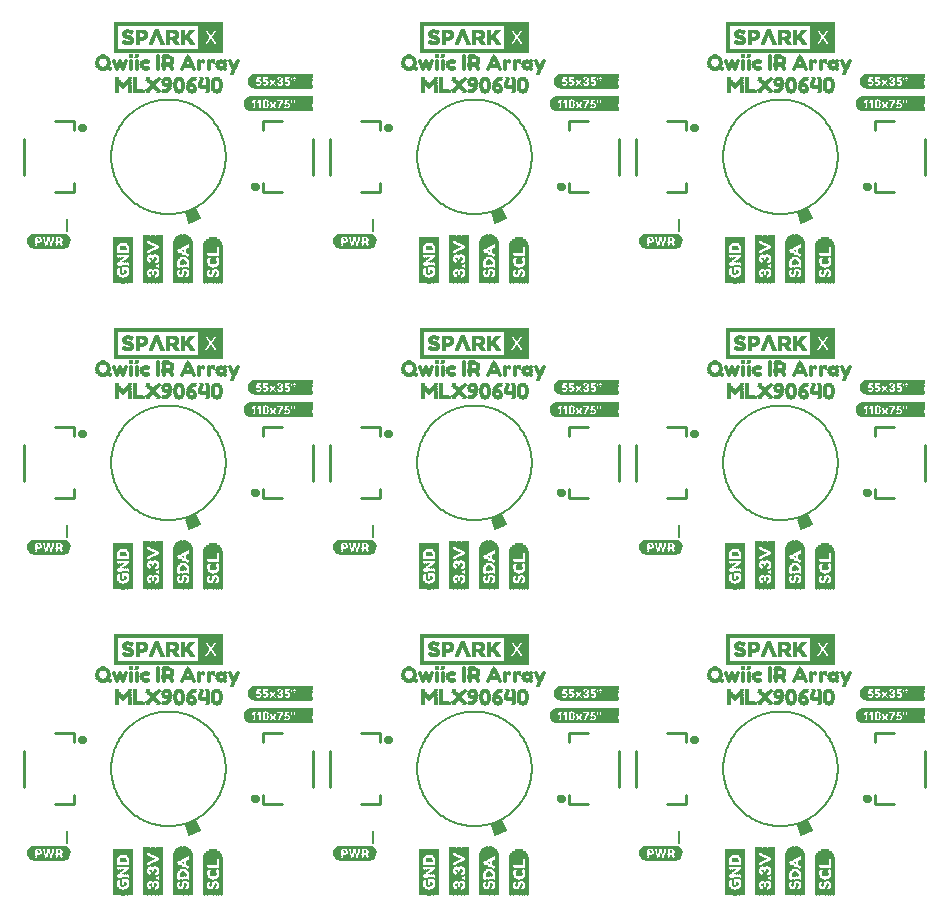
<source format=gto>
G75*
%MOIN*%
%OFA0B0*%
%FSLAX25Y25*%
%IPPOS*%
%LPD*%
%AMOC8*
5,1,8,0,0,1.08239X$1,22.5*
%
%ADD10C,0.00500*%
%ADD11C,0.01000*%
%ADD12C,0.01575*%
%ADD13C,0.00700*%
%ADD14C,0.00039*%
%ADD15R,0.00157X0.13858*%
%ADD16R,0.00157X0.14331*%
%ADD17R,0.00157X0.14646*%
%ADD18R,0.00157X0.14961*%
%ADD19R,0.00157X0.15118*%
%ADD20R,0.00157X0.15276*%
%ADD21R,0.00157X0.15433*%
%ADD22R,0.00157X0.02835*%
%ADD23R,0.00157X0.11969*%
%ADD24R,0.00157X0.02520*%
%ADD25R,0.00157X0.01102*%
%ADD26R,0.00157X0.03150*%
%ADD27R,0.00157X0.04567*%
%ADD28R,0.00157X0.02205*%
%ADD29R,0.00157X0.00787*%
%ADD30R,0.00157X0.02677*%
%ADD31R,0.00157X0.04409*%
%ADD32R,0.00157X0.02047*%
%ADD33R,0.00157X0.00630*%
%ADD34R,0.00157X0.01890*%
%ADD35R,0.00157X0.01732*%
%ADD36R,0.00157X0.01575*%
%ADD37R,0.00157X0.00945*%
%ADD38R,0.00157X0.02362*%
%ADD39R,0.00157X0.01260*%
%ADD40R,0.00157X0.01417*%
%ADD41R,0.00157X0.04252*%
%ADD42R,0.00157X0.00315*%
%ADD43R,0.00157X0.04094*%
%ADD44R,0.00157X0.00472*%
%ADD45R,0.00157X0.03937*%
%ADD46R,0.00157X0.03307*%
%ADD47R,0.00157X0.03780*%
%ADD48R,0.00157X0.03465*%
%ADD49R,0.00157X0.02992*%
%ADD50R,0.00157X0.12913*%
%ADD51R,0.00157X0.13386*%
%ADD52R,0.00157X0.13701*%
%ADD53R,0.00157X0.14016*%
%ADD54R,0.00157X0.14173*%
%ADD55R,0.00157X0.14488*%
%ADD56R,0.00157X0.07087*%
%ADD57R,0.00157X0.04882*%
%ADD58R,0.00157X0.05039*%
%ADD59R,0.00157X0.05197*%
%ADD60R,0.00157X0.03622*%
%ADD61R,0.00157X0.15906*%
%ADD62R,0.00157X0.07402*%
%ADD63R,0.00157X0.00157*%
%ADD64R,0.00157X0.11024*%
%ADD65R,0.10748X0.00118*%
%ADD66R,0.11457X0.00118*%
%ADD67R,0.11929X0.00079*%
%ADD68R,0.12402X0.00157*%
%ADD69R,0.12638X0.00118*%
%ADD70R,0.12874X0.00118*%
%ADD71R,0.13110X0.00079*%
%ADD72R,0.04961X0.00118*%
%ADD73R,0.03071X0.00118*%
%ADD74R,0.05079X0.00118*%
%ADD75R,0.02244X0.00157*%
%ADD76R,0.00945X0.00157*%
%ADD77R,0.01181X0.00157*%
%ADD78R,0.00472X0.00157*%
%ADD79R,0.02835X0.00157*%
%ADD80R,0.02244X0.00118*%
%ADD81R,0.00591X0.00118*%
%ADD82R,0.00945X0.00118*%
%ADD83R,0.00354X0.00118*%
%ADD84R,0.02598X0.00118*%
%ADD85R,0.02362X0.00118*%
%ADD86R,0.00472X0.00118*%
%ADD87R,0.00827X0.00118*%
%ADD88R,0.02480X0.00118*%
%ADD89R,0.02480X0.00157*%
%ADD90R,0.00236X0.00157*%
%ADD91R,0.00709X0.00157*%
%ADD92R,0.00354X0.00157*%
%ADD93R,0.00709X0.00118*%
%ADD94R,0.00236X0.00118*%
%ADD95R,0.02598X0.00157*%
%ADD96R,0.00591X0.00157*%
%ADD97R,0.00118X0.00157*%
%ADD98R,0.02717X0.00118*%
%ADD99R,0.02835X0.00118*%
%ADD100R,0.00827X0.00157*%
%ADD101R,0.01299X0.00118*%
%ADD102R,0.01654X0.00118*%
%ADD103R,0.01063X0.00118*%
%ADD104R,0.01063X0.00157*%
%ADD105R,0.01181X0.00118*%
%ADD106R,0.02126X0.00118*%
%ADD107R,0.02126X0.00157*%
%ADD108R,0.01417X0.00118*%
%ADD109R,0.13110X0.00118*%
%ADD110R,0.12402X0.00118*%
%ADD111R,0.11929X0.00118*%
%ADD112R,0.00197X0.00197*%
%ADD113R,0.00394X0.00197*%
%ADD114R,0.00787X0.00197*%
%ADD115R,0.00591X0.00197*%
%ADD116R,0.01181X0.00197*%
%ADD117R,0.00984X0.00197*%
%ADD118R,0.02165X0.00197*%
%ADD119R,0.01772X0.00197*%
%ADD120R,0.01969X0.00197*%
%ADD121R,0.01378X0.00197*%
%ADD122R,0.01575X0.00197*%
%ADD123R,0.02559X0.00197*%
%ADD124R,0.02953X0.00197*%
%ADD125R,0.02362X0.00197*%
%ADD126R,0.02756X0.00197*%
%ADD127R,0.03150X0.00197*%
%ADD128R,0.03346X0.00197*%
%ADD129R,0.03543X0.00197*%
%ADD130R,0.05512X0.00197*%
%ADD131R,0.03937X0.00197*%
%ADD132R,0.01181X0.00236*%
%ADD133R,0.01969X0.00236*%
%ADD134R,0.01378X0.00236*%
%ADD135R,0.02362X0.00236*%
%ADD136R,0.02559X0.00236*%
%ADD137R,0.03543X0.00236*%
%ADD138R,0.03937X0.00236*%
%ADD139R,0.01772X0.00236*%
%ADD140R,0.01575X0.00236*%
%ADD141R,0.03740X0.00197*%
%ADD142R,0.03740X0.00236*%
%ADD143R,0.04134X0.00197*%
%ADD144R,0.04528X0.00197*%
%ADD145R,0.04724X0.00236*%
%ADD146R,0.00394X0.00236*%
%ADD147R,0.04331X0.00197*%
%ADD148R,0.00984X0.00236*%
%ADD149R,0.04528X0.00236*%
%ADD150R,0.02165X0.00236*%
%ADD151R,0.05118X0.00197*%
%ADD152R,0.04921X0.00197*%
%ADD153R,0.04724X0.00197*%
%ADD154R,0.02756X0.00236*%
%ADD155R,0.02953X0.00236*%
%ADD156R,0.01378X0.00157*%
%ADD157R,0.19606X0.00118*%
%ADD158R,0.19961X0.00118*%
%ADD159R,0.20197X0.00079*%
%ADD160R,0.20433X0.00157*%
%ADD161R,0.20551X0.00118*%
%ADD162R,0.20669X0.00118*%
%ADD163R,0.20787X0.00079*%
%ADD164R,0.09803X0.00118*%
%ADD165R,0.10512X0.00118*%
%ADD166R,0.02362X0.00157*%
%ADD167R,0.03307X0.00157*%
%ADD168R,0.05669X0.00157*%
%ADD169R,0.03189X0.00118*%
%ADD170R,0.05551X0.00118*%
%ADD171R,0.02953X0.00118*%
%ADD172R,0.02953X0.00157*%
%ADD173R,0.05551X0.00157*%
%ADD174R,0.01535X0.00118*%
%ADD175R,0.04016X0.00118*%
%ADD176R,0.05669X0.00118*%
%ADD177R,0.01535X0.00157*%
%ADD178R,0.01417X0.00157*%
%ADD179R,0.00118X0.00118*%
%ADD180R,0.05787X0.00118*%
%ADD181R,0.01299X0.00157*%
%ADD182R,0.07559X0.00157*%
%ADD183R,0.07441X0.00118*%
%ADD184R,0.03661X0.00157*%
%ADD185R,0.07441X0.00157*%
%ADD186R,0.03780X0.00118*%
%ADD187R,0.07559X0.00118*%
%ADD188R,0.07677X0.00118*%
%ADD189R,0.07795X0.00157*%
%ADD190R,0.07913X0.00118*%
%ADD191R,0.20787X0.00118*%
%ADD192R,0.20433X0.00118*%
%ADD193R,0.20197X0.00118*%
%ADD194R,0.21024X0.00118*%
%ADD195R,0.21378X0.00118*%
%ADD196R,0.21614X0.00079*%
%ADD197R,0.21850X0.00157*%
%ADD198R,0.21969X0.00118*%
%ADD199R,0.22087X0.00118*%
%ADD200R,0.22205X0.00079*%
%ADD201R,0.06378X0.00118*%
%ADD202R,0.15354X0.00118*%
%ADD203R,0.04134X0.00118*%
%ADD204R,0.03189X0.00157*%
%ADD205R,0.03071X0.00157*%
%ADD206R,0.08031X0.00118*%
%ADD207R,0.22205X0.00118*%
%ADD208R,0.21850X0.00118*%
%ADD209R,0.21614X0.00118*%
D10*
X0045000Y0054125D02*
X0045000Y0057875D01*
X0084492Y0060539D02*
X0085676Y0056784D01*
X0089385Y0058321D01*
X0087567Y0061813D01*
X0086594Y0061270D01*
X0085564Y0060843D01*
X0084492Y0060539D01*
X0084613Y0060156D02*
X0088429Y0060156D01*
X0088689Y0059658D02*
X0084770Y0059658D01*
X0084927Y0059159D02*
X0088948Y0059159D01*
X0089208Y0058661D02*
X0085084Y0058661D01*
X0085241Y0058162D02*
X0089002Y0058162D01*
X0087798Y0057664D02*
X0085398Y0057664D01*
X0085556Y0057165D02*
X0086595Y0057165D01*
X0088170Y0060655D02*
X0084899Y0060655D01*
X0086312Y0061153D02*
X0087910Y0061153D01*
X0087651Y0061652D02*
X0087278Y0061652D01*
X0147000Y0057875D02*
X0147000Y0054125D01*
X0186492Y0060539D02*
X0187564Y0060843D01*
X0188594Y0061270D01*
X0189567Y0061813D01*
X0191385Y0058321D01*
X0187676Y0056784D01*
X0186492Y0060539D01*
X0186613Y0060156D02*
X0190429Y0060156D01*
X0190689Y0059658D02*
X0186770Y0059658D01*
X0186927Y0059159D02*
X0190948Y0059159D01*
X0191208Y0058661D02*
X0187084Y0058661D01*
X0187241Y0058162D02*
X0191002Y0058162D01*
X0189798Y0057664D02*
X0187398Y0057664D01*
X0187556Y0057165D02*
X0188595Y0057165D01*
X0190170Y0060655D02*
X0186899Y0060655D01*
X0188312Y0061153D02*
X0189910Y0061153D01*
X0189651Y0061652D02*
X0189278Y0061652D01*
X0249000Y0057875D02*
X0249000Y0054125D01*
X0288492Y0060539D02*
X0289676Y0056784D01*
X0293385Y0058321D01*
X0291567Y0061813D01*
X0290594Y0061270D01*
X0289564Y0060843D01*
X0288492Y0060539D01*
X0288613Y0060156D02*
X0292429Y0060156D01*
X0292689Y0059658D02*
X0288770Y0059658D01*
X0288927Y0059159D02*
X0292948Y0059159D01*
X0293208Y0058661D02*
X0289084Y0058661D01*
X0289241Y0058162D02*
X0293002Y0058162D01*
X0291798Y0057664D02*
X0289398Y0057664D01*
X0289556Y0057165D02*
X0290595Y0057165D01*
X0292170Y0060655D02*
X0288899Y0060655D01*
X0290312Y0061153D02*
X0291910Y0061153D01*
X0291651Y0061652D02*
X0291278Y0061652D01*
X0249000Y0156125D02*
X0249000Y0159875D01*
X0288492Y0162539D02*
X0289676Y0158784D01*
X0293385Y0160321D01*
X0291567Y0163813D01*
X0290594Y0163270D01*
X0289564Y0162843D01*
X0288492Y0162539D01*
X0288551Y0162351D02*
X0292328Y0162351D01*
X0292587Y0161853D02*
X0288708Y0161853D01*
X0288866Y0161354D02*
X0292847Y0161354D01*
X0293106Y0160855D02*
X0289023Y0160855D01*
X0289180Y0160357D02*
X0293366Y0160357D01*
X0292269Y0159858D02*
X0289337Y0159858D01*
X0289494Y0159360D02*
X0291065Y0159360D01*
X0289862Y0158861D02*
X0289651Y0158861D01*
X0289579Y0162850D02*
X0292068Y0162850D01*
X0291809Y0163348D02*
X0290734Y0163348D01*
X0191385Y0160321D02*
X0189567Y0163813D01*
X0188594Y0163270D01*
X0187564Y0162843D01*
X0186492Y0162539D01*
X0187676Y0158784D01*
X0191385Y0160321D01*
X0191366Y0160357D02*
X0187180Y0160357D01*
X0187337Y0159858D02*
X0190269Y0159858D01*
X0191106Y0160855D02*
X0187023Y0160855D01*
X0186866Y0161354D02*
X0190847Y0161354D01*
X0190587Y0161853D02*
X0186708Y0161853D01*
X0186551Y0162351D02*
X0190328Y0162351D01*
X0190068Y0162850D02*
X0187579Y0162850D01*
X0188734Y0163348D02*
X0189809Y0163348D01*
X0189065Y0159360D02*
X0187494Y0159360D01*
X0187651Y0158861D02*
X0187862Y0158861D01*
X0147000Y0159875D02*
X0147000Y0156125D01*
X0089385Y0160321D02*
X0087567Y0163813D01*
X0086594Y0163270D01*
X0085564Y0162843D01*
X0084492Y0162539D01*
X0085676Y0158784D01*
X0089385Y0160321D01*
X0089366Y0160357D02*
X0085180Y0160357D01*
X0085337Y0159858D02*
X0088269Y0159858D01*
X0089106Y0160855D02*
X0085023Y0160855D01*
X0084866Y0161354D02*
X0088847Y0161354D01*
X0088587Y0161853D02*
X0084708Y0161853D01*
X0084551Y0162351D02*
X0088328Y0162351D01*
X0088068Y0162850D02*
X0085579Y0162850D01*
X0086734Y0163348D02*
X0087809Y0163348D01*
X0087065Y0159360D02*
X0085494Y0159360D01*
X0085651Y0158861D02*
X0085862Y0158861D01*
X0045000Y0159875D02*
X0045000Y0156125D01*
X0045000Y0258125D02*
X0045000Y0261875D01*
X0084492Y0264539D02*
X0085676Y0260784D01*
X0089385Y0262321D01*
X0087567Y0265813D01*
X0086594Y0265270D01*
X0085564Y0264843D01*
X0084492Y0264539D01*
X0084515Y0264546D02*
X0088226Y0264546D01*
X0087967Y0265044D02*
X0086049Y0265044D01*
X0087083Y0265543D02*
X0087707Y0265543D01*
X0088486Y0264047D02*
X0084647Y0264047D01*
X0084804Y0263549D02*
X0088745Y0263549D01*
X0089005Y0263050D02*
X0084961Y0263050D01*
X0085118Y0262552D02*
X0089265Y0262552D01*
X0088739Y0262053D02*
X0085276Y0262053D01*
X0085433Y0261555D02*
X0087535Y0261555D01*
X0086332Y0261056D02*
X0085590Y0261056D01*
X0147000Y0261875D02*
X0147000Y0258125D01*
X0186492Y0264539D02*
X0187564Y0264843D01*
X0188594Y0265270D01*
X0189567Y0265813D01*
X0191385Y0262321D01*
X0187676Y0260784D01*
X0186492Y0264539D01*
X0186515Y0264546D02*
X0190226Y0264546D01*
X0189967Y0265044D02*
X0188049Y0265044D01*
X0189083Y0265543D02*
X0189707Y0265543D01*
X0190486Y0264047D02*
X0186647Y0264047D01*
X0186804Y0263549D02*
X0190745Y0263549D01*
X0191005Y0263050D02*
X0186961Y0263050D01*
X0187118Y0262552D02*
X0191265Y0262552D01*
X0190739Y0262053D02*
X0187276Y0262053D01*
X0187433Y0261555D02*
X0189535Y0261555D01*
X0188332Y0261056D02*
X0187590Y0261056D01*
X0249000Y0261875D02*
X0249000Y0258125D01*
X0288492Y0264539D02*
X0289676Y0260784D01*
X0293385Y0262321D01*
X0291567Y0265813D01*
X0290594Y0265270D01*
X0289564Y0264843D01*
X0288492Y0264539D01*
X0288515Y0264546D02*
X0292226Y0264546D01*
X0291967Y0265044D02*
X0290049Y0265044D01*
X0291083Y0265543D02*
X0291707Y0265543D01*
X0292486Y0264047D02*
X0288647Y0264047D01*
X0288804Y0263549D02*
X0292745Y0263549D01*
X0293005Y0263050D02*
X0288961Y0263050D01*
X0289118Y0262552D02*
X0293265Y0262552D01*
X0292739Y0262053D02*
X0289276Y0262053D01*
X0289433Y0261555D02*
X0291535Y0261555D01*
X0290332Y0261056D02*
X0289590Y0261056D01*
D11*
X0314128Y0270939D02*
X0314128Y0273892D01*
X0314128Y0270939D02*
X0320624Y0270939D01*
X0330860Y0276844D02*
X0330860Y0288656D01*
X0320624Y0294561D02*
X0314128Y0294561D01*
X0314128Y0291608D01*
X0251372Y0291608D02*
X0251372Y0294561D01*
X0244876Y0294561D01*
X0234640Y0288656D02*
X0234640Y0276844D01*
X0228860Y0276844D02*
X0228860Y0288656D01*
X0218624Y0294561D02*
X0212128Y0294561D01*
X0212128Y0291608D01*
X0212128Y0273892D02*
X0212128Y0270939D01*
X0218624Y0270939D01*
X0244876Y0270939D02*
X0251372Y0270939D01*
X0251372Y0273892D01*
X0251372Y0192561D02*
X0244876Y0192561D01*
X0251372Y0192561D02*
X0251372Y0189608D01*
X0234640Y0186656D02*
X0234640Y0174844D01*
X0228860Y0174844D02*
X0228860Y0186656D01*
X0218624Y0192561D02*
X0212128Y0192561D01*
X0212128Y0189608D01*
X0212128Y0171892D02*
X0212128Y0168939D01*
X0218624Y0168939D01*
X0244876Y0168939D02*
X0251372Y0168939D01*
X0251372Y0171892D01*
X0314128Y0171892D02*
X0314128Y0168939D01*
X0320624Y0168939D01*
X0330860Y0174844D02*
X0330860Y0186656D01*
X0320624Y0192561D02*
X0314128Y0192561D01*
X0314128Y0189608D01*
X0314128Y0090561D02*
X0320624Y0090561D01*
X0314128Y0090561D02*
X0314128Y0087608D01*
X0330860Y0084656D02*
X0330860Y0072844D01*
X0320624Y0066939D02*
X0314128Y0066939D01*
X0314128Y0069892D01*
X0251372Y0069892D02*
X0251372Y0066939D01*
X0244876Y0066939D01*
X0234640Y0072844D02*
X0234640Y0084656D01*
X0228860Y0084656D02*
X0228860Y0072844D01*
X0218624Y0066939D02*
X0212128Y0066939D01*
X0212128Y0069892D01*
X0212128Y0087608D02*
X0212128Y0090561D01*
X0218624Y0090561D01*
X0244876Y0090561D02*
X0251372Y0090561D01*
X0251372Y0087608D01*
X0149372Y0087608D02*
X0149372Y0090561D01*
X0142876Y0090561D01*
X0132640Y0084656D02*
X0132640Y0072844D01*
X0126860Y0072844D02*
X0126860Y0084656D01*
X0116624Y0090561D02*
X0110128Y0090561D01*
X0110128Y0087608D01*
X0110128Y0069892D02*
X0110128Y0066939D01*
X0116624Y0066939D01*
X0142876Y0066939D02*
X0149372Y0066939D01*
X0149372Y0069892D01*
X0047372Y0069892D02*
X0047372Y0066939D01*
X0040876Y0066939D01*
X0030640Y0072844D02*
X0030640Y0084656D01*
X0040876Y0090561D02*
X0047372Y0090561D01*
X0047372Y0087608D01*
X0047372Y0168939D02*
X0040876Y0168939D01*
X0047372Y0168939D02*
X0047372Y0171892D01*
X0030640Y0174844D02*
X0030640Y0186656D01*
X0040876Y0192561D02*
X0047372Y0192561D01*
X0047372Y0189608D01*
X0110128Y0189608D02*
X0110128Y0192561D01*
X0116624Y0192561D01*
X0126860Y0186656D02*
X0126860Y0174844D01*
X0132640Y0174844D02*
X0132640Y0186656D01*
X0142876Y0192561D02*
X0149372Y0192561D01*
X0149372Y0189608D01*
X0149372Y0171892D02*
X0149372Y0168939D01*
X0142876Y0168939D01*
X0116624Y0168939D02*
X0110128Y0168939D01*
X0110128Y0171892D01*
X0110128Y0270939D02*
X0110128Y0273892D01*
X0110128Y0270939D02*
X0116624Y0270939D01*
X0126860Y0276844D02*
X0126860Y0288656D01*
X0132640Y0288656D02*
X0132640Y0276844D01*
X0142876Y0270939D02*
X0149372Y0270939D01*
X0149372Y0273892D01*
X0149372Y0291608D02*
X0149372Y0294561D01*
X0142876Y0294561D01*
X0116624Y0294561D02*
X0110128Y0294561D01*
X0110128Y0291608D01*
X0047372Y0291608D02*
X0047372Y0294561D01*
X0040876Y0294561D01*
X0030640Y0288656D02*
X0030640Y0276844D01*
X0040876Y0270939D02*
X0047372Y0270939D01*
X0047372Y0273892D01*
D12*
X0049374Y0292593D02*
X0049376Y0292640D01*
X0049382Y0292686D01*
X0049391Y0292732D01*
X0049405Y0292776D01*
X0049422Y0292820D01*
X0049443Y0292861D01*
X0049467Y0292901D01*
X0049494Y0292939D01*
X0049525Y0292974D01*
X0049558Y0293007D01*
X0049594Y0293037D01*
X0049633Y0293063D01*
X0049673Y0293087D01*
X0049715Y0293106D01*
X0049759Y0293123D01*
X0049804Y0293135D01*
X0049850Y0293144D01*
X0049896Y0293149D01*
X0049943Y0293150D01*
X0049989Y0293147D01*
X0050035Y0293140D01*
X0050081Y0293129D01*
X0050125Y0293115D01*
X0050168Y0293097D01*
X0050209Y0293075D01*
X0050249Y0293050D01*
X0050286Y0293022D01*
X0050321Y0292991D01*
X0050353Y0292957D01*
X0050382Y0292920D01*
X0050407Y0292882D01*
X0050430Y0292841D01*
X0050449Y0292798D01*
X0050464Y0292754D01*
X0050476Y0292709D01*
X0050484Y0292663D01*
X0050488Y0292616D01*
X0050488Y0292570D01*
X0050484Y0292523D01*
X0050476Y0292477D01*
X0050464Y0292432D01*
X0050449Y0292388D01*
X0050430Y0292345D01*
X0050407Y0292304D01*
X0050382Y0292266D01*
X0050353Y0292229D01*
X0050321Y0292195D01*
X0050286Y0292164D01*
X0050249Y0292136D01*
X0050210Y0292111D01*
X0050168Y0292089D01*
X0050125Y0292071D01*
X0050081Y0292057D01*
X0050035Y0292046D01*
X0049989Y0292039D01*
X0049943Y0292036D01*
X0049896Y0292037D01*
X0049850Y0292042D01*
X0049804Y0292051D01*
X0049759Y0292063D01*
X0049715Y0292080D01*
X0049673Y0292099D01*
X0049633Y0292123D01*
X0049594Y0292149D01*
X0049558Y0292179D01*
X0049525Y0292212D01*
X0049494Y0292247D01*
X0049467Y0292285D01*
X0049443Y0292325D01*
X0049422Y0292366D01*
X0049405Y0292410D01*
X0049391Y0292454D01*
X0049382Y0292500D01*
X0049376Y0292546D01*
X0049374Y0292593D01*
X0107012Y0272907D02*
X0107014Y0272954D01*
X0107020Y0273000D01*
X0107029Y0273046D01*
X0107043Y0273090D01*
X0107060Y0273134D01*
X0107081Y0273175D01*
X0107105Y0273215D01*
X0107132Y0273253D01*
X0107163Y0273288D01*
X0107196Y0273321D01*
X0107232Y0273351D01*
X0107271Y0273377D01*
X0107311Y0273401D01*
X0107353Y0273420D01*
X0107397Y0273437D01*
X0107442Y0273449D01*
X0107488Y0273458D01*
X0107534Y0273463D01*
X0107581Y0273464D01*
X0107627Y0273461D01*
X0107673Y0273454D01*
X0107719Y0273443D01*
X0107763Y0273429D01*
X0107806Y0273411D01*
X0107847Y0273389D01*
X0107887Y0273364D01*
X0107924Y0273336D01*
X0107959Y0273305D01*
X0107991Y0273271D01*
X0108020Y0273234D01*
X0108045Y0273196D01*
X0108068Y0273155D01*
X0108087Y0273112D01*
X0108102Y0273068D01*
X0108114Y0273023D01*
X0108122Y0272977D01*
X0108126Y0272930D01*
X0108126Y0272884D01*
X0108122Y0272837D01*
X0108114Y0272791D01*
X0108102Y0272746D01*
X0108087Y0272702D01*
X0108068Y0272659D01*
X0108045Y0272618D01*
X0108020Y0272580D01*
X0107991Y0272543D01*
X0107959Y0272509D01*
X0107924Y0272478D01*
X0107887Y0272450D01*
X0107848Y0272425D01*
X0107806Y0272403D01*
X0107763Y0272385D01*
X0107719Y0272371D01*
X0107673Y0272360D01*
X0107627Y0272353D01*
X0107581Y0272350D01*
X0107534Y0272351D01*
X0107488Y0272356D01*
X0107442Y0272365D01*
X0107397Y0272377D01*
X0107353Y0272394D01*
X0107311Y0272413D01*
X0107271Y0272437D01*
X0107232Y0272463D01*
X0107196Y0272493D01*
X0107163Y0272526D01*
X0107132Y0272561D01*
X0107105Y0272599D01*
X0107081Y0272639D01*
X0107060Y0272680D01*
X0107043Y0272724D01*
X0107029Y0272768D01*
X0107020Y0272814D01*
X0107014Y0272860D01*
X0107012Y0272907D01*
X0151374Y0292593D02*
X0151376Y0292640D01*
X0151382Y0292686D01*
X0151391Y0292732D01*
X0151405Y0292776D01*
X0151422Y0292820D01*
X0151443Y0292861D01*
X0151467Y0292901D01*
X0151494Y0292939D01*
X0151525Y0292974D01*
X0151558Y0293007D01*
X0151594Y0293037D01*
X0151633Y0293063D01*
X0151673Y0293087D01*
X0151715Y0293106D01*
X0151759Y0293123D01*
X0151804Y0293135D01*
X0151850Y0293144D01*
X0151896Y0293149D01*
X0151943Y0293150D01*
X0151989Y0293147D01*
X0152035Y0293140D01*
X0152081Y0293129D01*
X0152125Y0293115D01*
X0152168Y0293097D01*
X0152209Y0293075D01*
X0152249Y0293050D01*
X0152286Y0293022D01*
X0152321Y0292991D01*
X0152353Y0292957D01*
X0152382Y0292920D01*
X0152407Y0292882D01*
X0152430Y0292841D01*
X0152449Y0292798D01*
X0152464Y0292754D01*
X0152476Y0292709D01*
X0152484Y0292663D01*
X0152488Y0292616D01*
X0152488Y0292570D01*
X0152484Y0292523D01*
X0152476Y0292477D01*
X0152464Y0292432D01*
X0152449Y0292388D01*
X0152430Y0292345D01*
X0152407Y0292304D01*
X0152382Y0292266D01*
X0152353Y0292229D01*
X0152321Y0292195D01*
X0152286Y0292164D01*
X0152249Y0292136D01*
X0152210Y0292111D01*
X0152168Y0292089D01*
X0152125Y0292071D01*
X0152081Y0292057D01*
X0152035Y0292046D01*
X0151989Y0292039D01*
X0151943Y0292036D01*
X0151896Y0292037D01*
X0151850Y0292042D01*
X0151804Y0292051D01*
X0151759Y0292063D01*
X0151715Y0292080D01*
X0151673Y0292099D01*
X0151633Y0292123D01*
X0151594Y0292149D01*
X0151558Y0292179D01*
X0151525Y0292212D01*
X0151494Y0292247D01*
X0151467Y0292285D01*
X0151443Y0292325D01*
X0151422Y0292366D01*
X0151405Y0292410D01*
X0151391Y0292454D01*
X0151382Y0292500D01*
X0151376Y0292546D01*
X0151374Y0292593D01*
X0209012Y0272907D02*
X0209014Y0272954D01*
X0209020Y0273000D01*
X0209029Y0273046D01*
X0209043Y0273090D01*
X0209060Y0273134D01*
X0209081Y0273175D01*
X0209105Y0273215D01*
X0209132Y0273253D01*
X0209163Y0273288D01*
X0209196Y0273321D01*
X0209232Y0273351D01*
X0209271Y0273377D01*
X0209311Y0273401D01*
X0209353Y0273420D01*
X0209397Y0273437D01*
X0209442Y0273449D01*
X0209488Y0273458D01*
X0209534Y0273463D01*
X0209581Y0273464D01*
X0209627Y0273461D01*
X0209673Y0273454D01*
X0209719Y0273443D01*
X0209763Y0273429D01*
X0209806Y0273411D01*
X0209847Y0273389D01*
X0209887Y0273364D01*
X0209924Y0273336D01*
X0209959Y0273305D01*
X0209991Y0273271D01*
X0210020Y0273234D01*
X0210045Y0273196D01*
X0210068Y0273155D01*
X0210087Y0273112D01*
X0210102Y0273068D01*
X0210114Y0273023D01*
X0210122Y0272977D01*
X0210126Y0272930D01*
X0210126Y0272884D01*
X0210122Y0272837D01*
X0210114Y0272791D01*
X0210102Y0272746D01*
X0210087Y0272702D01*
X0210068Y0272659D01*
X0210045Y0272618D01*
X0210020Y0272580D01*
X0209991Y0272543D01*
X0209959Y0272509D01*
X0209924Y0272478D01*
X0209887Y0272450D01*
X0209848Y0272425D01*
X0209806Y0272403D01*
X0209763Y0272385D01*
X0209719Y0272371D01*
X0209673Y0272360D01*
X0209627Y0272353D01*
X0209581Y0272350D01*
X0209534Y0272351D01*
X0209488Y0272356D01*
X0209442Y0272365D01*
X0209397Y0272377D01*
X0209353Y0272394D01*
X0209311Y0272413D01*
X0209271Y0272437D01*
X0209232Y0272463D01*
X0209196Y0272493D01*
X0209163Y0272526D01*
X0209132Y0272561D01*
X0209105Y0272599D01*
X0209081Y0272639D01*
X0209060Y0272680D01*
X0209043Y0272724D01*
X0209029Y0272768D01*
X0209020Y0272814D01*
X0209014Y0272860D01*
X0209012Y0272907D01*
X0253374Y0292593D02*
X0253376Y0292640D01*
X0253382Y0292686D01*
X0253391Y0292732D01*
X0253405Y0292776D01*
X0253422Y0292820D01*
X0253443Y0292861D01*
X0253467Y0292901D01*
X0253494Y0292939D01*
X0253525Y0292974D01*
X0253558Y0293007D01*
X0253594Y0293037D01*
X0253633Y0293063D01*
X0253673Y0293087D01*
X0253715Y0293106D01*
X0253759Y0293123D01*
X0253804Y0293135D01*
X0253850Y0293144D01*
X0253896Y0293149D01*
X0253943Y0293150D01*
X0253989Y0293147D01*
X0254035Y0293140D01*
X0254081Y0293129D01*
X0254125Y0293115D01*
X0254168Y0293097D01*
X0254209Y0293075D01*
X0254249Y0293050D01*
X0254286Y0293022D01*
X0254321Y0292991D01*
X0254353Y0292957D01*
X0254382Y0292920D01*
X0254407Y0292882D01*
X0254430Y0292841D01*
X0254449Y0292798D01*
X0254464Y0292754D01*
X0254476Y0292709D01*
X0254484Y0292663D01*
X0254488Y0292616D01*
X0254488Y0292570D01*
X0254484Y0292523D01*
X0254476Y0292477D01*
X0254464Y0292432D01*
X0254449Y0292388D01*
X0254430Y0292345D01*
X0254407Y0292304D01*
X0254382Y0292266D01*
X0254353Y0292229D01*
X0254321Y0292195D01*
X0254286Y0292164D01*
X0254249Y0292136D01*
X0254210Y0292111D01*
X0254168Y0292089D01*
X0254125Y0292071D01*
X0254081Y0292057D01*
X0254035Y0292046D01*
X0253989Y0292039D01*
X0253943Y0292036D01*
X0253896Y0292037D01*
X0253850Y0292042D01*
X0253804Y0292051D01*
X0253759Y0292063D01*
X0253715Y0292080D01*
X0253673Y0292099D01*
X0253633Y0292123D01*
X0253594Y0292149D01*
X0253558Y0292179D01*
X0253525Y0292212D01*
X0253494Y0292247D01*
X0253467Y0292285D01*
X0253443Y0292325D01*
X0253422Y0292366D01*
X0253405Y0292410D01*
X0253391Y0292454D01*
X0253382Y0292500D01*
X0253376Y0292546D01*
X0253374Y0292593D01*
X0311012Y0272907D02*
X0311014Y0272954D01*
X0311020Y0273000D01*
X0311029Y0273046D01*
X0311043Y0273090D01*
X0311060Y0273134D01*
X0311081Y0273175D01*
X0311105Y0273215D01*
X0311132Y0273253D01*
X0311163Y0273288D01*
X0311196Y0273321D01*
X0311232Y0273351D01*
X0311271Y0273377D01*
X0311311Y0273401D01*
X0311353Y0273420D01*
X0311397Y0273437D01*
X0311442Y0273449D01*
X0311488Y0273458D01*
X0311534Y0273463D01*
X0311581Y0273464D01*
X0311627Y0273461D01*
X0311673Y0273454D01*
X0311719Y0273443D01*
X0311763Y0273429D01*
X0311806Y0273411D01*
X0311847Y0273389D01*
X0311887Y0273364D01*
X0311924Y0273336D01*
X0311959Y0273305D01*
X0311991Y0273271D01*
X0312020Y0273234D01*
X0312045Y0273196D01*
X0312068Y0273155D01*
X0312087Y0273112D01*
X0312102Y0273068D01*
X0312114Y0273023D01*
X0312122Y0272977D01*
X0312126Y0272930D01*
X0312126Y0272884D01*
X0312122Y0272837D01*
X0312114Y0272791D01*
X0312102Y0272746D01*
X0312087Y0272702D01*
X0312068Y0272659D01*
X0312045Y0272618D01*
X0312020Y0272580D01*
X0311991Y0272543D01*
X0311959Y0272509D01*
X0311924Y0272478D01*
X0311887Y0272450D01*
X0311848Y0272425D01*
X0311806Y0272403D01*
X0311763Y0272385D01*
X0311719Y0272371D01*
X0311673Y0272360D01*
X0311627Y0272353D01*
X0311581Y0272350D01*
X0311534Y0272351D01*
X0311488Y0272356D01*
X0311442Y0272365D01*
X0311397Y0272377D01*
X0311353Y0272394D01*
X0311311Y0272413D01*
X0311271Y0272437D01*
X0311232Y0272463D01*
X0311196Y0272493D01*
X0311163Y0272526D01*
X0311132Y0272561D01*
X0311105Y0272599D01*
X0311081Y0272639D01*
X0311060Y0272680D01*
X0311043Y0272724D01*
X0311029Y0272768D01*
X0311020Y0272814D01*
X0311014Y0272860D01*
X0311012Y0272907D01*
X0253374Y0190593D02*
X0253376Y0190640D01*
X0253382Y0190686D01*
X0253391Y0190732D01*
X0253405Y0190776D01*
X0253422Y0190820D01*
X0253443Y0190861D01*
X0253467Y0190901D01*
X0253494Y0190939D01*
X0253525Y0190974D01*
X0253558Y0191007D01*
X0253594Y0191037D01*
X0253633Y0191063D01*
X0253673Y0191087D01*
X0253715Y0191106D01*
X0253759Y0191123D01*
X0253804Y0191135D01*
X0253850Y0191144D01*
X0253896Y0191149D01*
X0253943Y0191150D01*
X0253989Y0191147D01*
X0254035Y0191140D01*
X0254081Y0191129D01*
X0254125Y0191115D01*
X0254168Y0191097D01*
X0254209Y0191075D01*
X0254249Y0191050D01*
X0254286Y0191022D01*
X0254321Y0190991D01*
X0254353Y0190957D01*
X0254382Y0190920D01*
X0254407Y0190882D01*
X0254430Y0190841D01*
X0254449Y0190798D01*
X0254464Y0190754D01*
X0254476Y0190709D01*
X0254484Y0190663D01*
X0254488Y0190616D01*
X0254488Y0190570D01*
X0254484Y0190523D01*
X0254476Y0190477D01*
X0254464Y0190432D01*
X0254449Y0190388D01*
X0254430Y0190345D01*
X0254407Y0190304D01*
X0254382Y0190266D01*
X0254353Y0190229D01*
X0254321Y0190195D01*
X0254286Y0190164D01*
X0254249Y0190136D01*
X0254210Y0190111D01*
X0254168Y0190089D01*
X0254125Y0190071D01*
X0254081Y0190057D01*
X0254035Y0190046D01*
X0253989Y0190039D01*
X0253943Y0190036D01*
X0253896Y0190037D01*
X0253850Y0190042D01*
X0253804Y0190051D01*
X0253759Y0190063D01*
X0253715Y0190080D01*
X0253673Y0190099D01*
X0253633Y0190123D01*
X0253594Y0190149D01*
X0253558Y0190179D01*
X0253525Y0190212D01*
X0253494Y0190247D01*
X0253467Y0190285D01*
X0253443Y0190325D01*
X0253422Y0190366D01*
X0253405Y0190410D01*
X0253391Y0190454D01*
X0253382Y0190500D01*
X0253376Y0190546D01*
X0253374Y0190593D01*
X0209012Y0170907D02*
X0209014Y0170954D01*
X0209020Y0171000D01*
X0209029Y0171046D01*
X0209043Y0171090D01*
X0209060Y0171134D01*
X0209081Y0171175D01*
X0209105Y0171215D01*
X0209132Y0171253D01*
X0209163Y0171288D01*
X0209196Y0171321D01*
X0209232Y0171351D01*
X0209271Y0171377D01*
X0209311Y0171401D01*
X0209353Y0171420D01*
X0209397Y0171437D01*
X0209442Y0171449D01*
X0209488Y0171458D01*
X0209534Y0171463D01*
X0209581Y0171464D01*
X0209627Y0171461D01*
X0209673Y0171454D01*
X0209719Y0171443D01*
X0209763Y0171429D01*
X0209806Y0171411D01*
X0209847Y0171389D01*
X0209887Y0171364D01*
X0209924Y0171336D01*
X0209959Y0171305D01*
X0209991Y0171271D01*
X0210020Y0171234D01*
X0210045Y0171196D01*
X0210068Y0171155D01*
X0210087Y0171112D01*
X0210102Y0171068D01*
X0210114Y0171023D01*
X0210122Y0170977D01*
X0210126Y0170930D01*
X0210126Y0170884D01*
X0210122Y0170837D01*
X0210114Y0170791D01*
X0210102Y0170746D01*
X0210087Y0170702D01*
X0210068Y0170659D01*
X0210045Y0170618D01*
X0210020Y0170580D01*
X0209991Y0170543D01*
X0209959Y0170509D01*
X0209924Y0170478D01*
X0209887Y0170450D01*
X0209848Y0170425D01*
X0209806Y0170403D01*
X0209763Y0170385D01*
X0209719Y0170371D01*
X0209673Y0170360D01*
X0209627Y0170353D01*
X0209581Y0170350D01*
X0209534Y0170351D01*
X0209488Y0170356D01*
X0209442Y0170365D01*
X0209397Y0170377D01*
X0209353Y0170394D01*
X0209311Y0170413D01*
X0209271Y0170437D01*
X0209232Y0170463D01*
X0209196Y0170493D01*
X0209163Y0170526D01*
X0209132Y0170561D01*
X0209105Y0170599D01*
X0209081Y0170639D01*
X0209060Y0170680D01*
X0209043Y0170724D01*
X0209029Y0170768D01*
X0209020Y0170814D01*
X0209014Y0170860D01*
X0209012Y0170907D01*
X0151374Y0190593D02*
X0151376Y0190640D01*
X0151382Y0190686D01*
X0151391Y0190732D01*
X0151405Y0190776D01*
X0151422Y0190820D01*
X0151443Y0190861D01*
X0151467Y0190901D01*
X0151494Y0190939D01*
X0151525Y0190974D01*
X0151558Y0191007D01*
X0151594Y0191037D01*
X0151633Y0191063D01*
X0151673Y0191087D01*
X0151715Y0191106D01*
X0151759Y0191123D01*
X0151804Y0191135D01*
X0151850Y0191144D01*
X0151896Y0191149D01*
X0151943Y0191150D01*
X0151989Y0191147D01*
X0152035Y0191140D01*
X0152081Y0191129D01*
X0152125Y0191115D01*
X0152168Y0191097D01*
X0152209Y0191075D01*
X0152249Y0191050D01*
X0152286Y0191022D01*
X0152321Y0190991D01*
X0152353Y0190957D01*
X0152382Y0190920D01*
X0152407Y0190882D01*
X0152430Y0190841D01*
X0152449Y0190798D01*
X0152464Y0190754D01*
X0152476Y0190709D01*
X0152484Y0190663D01*
X0152488Y0190616D01*
X0152488Y0190570D01*
X0152484Y0190523D01*
X0152476Y0190477D01*
X0152464Y0190432D01*
X0152449Y0190388D01*
X0152430Y0190345D01*
X0152407Y0190304D01*
X0152382Y0190266D01*
X0152353Y0190229D01*
X0152321Y0190195D01*
X0152286Y0190164D01*
X0152249Y0190136D01*
X0152210Y0190111D01*
X0152168Y0190089D01*
X0152125Y0190071D01*
X0152081Y0190057D01*
X0152035Y0190046D01*
X0151989Y0190039D01*
X0151943Y0190036D01*
X0151896Y0190037D01*
X0151850Y0190042D01*
X0151804Y0190051D01*
X0151759Y0190063D01*
X0151715Y0190080D01*
X0151673Y0190099D01*
X0151633Y0190123D01*
X0151594Y0190149D01*
X0151558Y0190179D01*
X0151525Y0190212D01*
X0151494Y0190247D01*
X0151467Y0190285D01*
X0151443Y0190325D01*
X0151422Y0190366D01*
X0151405Y0190410D01*
X0151391Y0190454D01*
X0151382Y0190500D01*
X0151376Y0190546D01*
X0151374Y0190593D01*
X0107012Y0170907D02*
X0107014Y0170954D01*
X0107020Y0171000D01*
X0107029Y0171046D01*
X0107043Y0171090D01*
X0107060Y0171134D01*
X0107081Y0171175D01*
X0107105Y0171215D01*
X0107132Y0171253D01*
X0107163Y0171288D01*
X0107196Y0171321D01*
X0107232Y0171351D01*
X0107271Y0171377D01*
X0107311Y0171401D01*
X0107353Y0171420D01*
X0107397Y0171437D01*
X0107442Y0171449D01*
X0107488Y0171458D01*
X0107534Y0171463D01*
X0107581Y0171464D01*
X0107627Y0171461D01*
X0107673Y0171454D01*
X0107719Y0171443D01*
X0107763Y0171429D01*
X0107806Y0171411D01*
X0107847Y0171389D01*
X0107887Y0171364D01*
X0107924Y0171336D01*
X0107959Y0171305D01*
X0107991Y0171271D01*
X0108020Y0171234D01*
X0108045Y0171196D01*
X0108068Y0171155D01*
X0108087Y0171112D01*
X0108102Y0171068D01*
X0108114Y0171023D01*
X0108122Y0170977D01*
X0108126Y0170930D01*
X0108126Y0170884D01*
X0108122Y0170837D01*
X0108114Y0170791D01*
X0108102Y0170746D01*
X0108087Y0170702D01*
X0108068Y0170659D01*
X0108045Y0170618D01*
X0108020Y0170580D01*
X0107991Y0170543D01*
X0107959Y0170509D01*
X0107924Y0170478D01*
X0107887Y0170450D01*
X0107848Y0170425D01*
X0107806Y0170403D01*
X0107763Y0170385D01*
X0107719Y0170371D01*
X0107673Y0170360D01*
X0107627Y0170353D01*
X0107581Y0170350D01*
X0107534Y0170351D01*
X0107488Y0170356D01*
X0107442Y0170365D01*
X0107397Y0170377D01*
X0107353Y0170394D01*
X0107311Y0170413D01*
X0107271Y0170437D01*
X0107232Y0170463D01*
X0107196Y0170493D01*
X0107163Y0170526D01*
X0107132Y0170561D01*
X0107105Y0170599D01*
X0107081Y0170639D01*
X0107060Y0170680D01*
X0107043Y0170724D01*
X0107029Y0170768D01*
X0107020Y0170814D01*
X0107014Y0170860D01*
X0107012Y0170907D01*
X0049374Y0190593D02*
X0049376Y0190640D01*
X0049382Y0190686D01*
X0049391Y0190732D01*
X0049405Y0190776D01*
X0049422Y0190820D01*
X0049443Y0190861D01*
X0049467Y0190901D01*
X0049494Y0190939D01*
X0049525Y0190974D01*
X0049558Y0191007D01*
X0049594Y0191037D01*
X0049633Y0191063D01*
X0049673Y0191087D01*
X0049715Y0191106D01*
X0049759Y0191123D01*
X0049804Y0191135D01*
X0049850Y0191144D01*
X0049896Y0191149D01*
X0049943Y0191150D01*
X0049989Y0191147D01*
X0050035Y0191140D01*
X0050081Y0191129D01*
X0050125Y0191115D01*
X0050168Y0191097D01*
X0050209Y0191075D01*
X0050249Y0191050D01*
X0050286Y0191022D01*
X0050321Y0190991D01*
X0050353Y0190957D01*
X0050382Y0190920D01*
X0050407Y0190882D01*
X0050430Y0190841D01*
X0050449Y0190798D01*
X0050464Y0190754D01*
X0050476Y0190709D01*
X0050484Y0190663D01*
X0050488Y0190616D01*
X0050488Y0190570D01*
X0050484Y0190523D01*
X0050476Y0190477D01*
X0050464Y0190432D01*
X0050449Y0190388D01*
X0050430Y0190345D01*
X0050407Y0190304D01*
X0050382Y0190266D01*
X0050353Y0190229D01*
X0050321Y0190195D01*
X0050286Y0190164D01*
X0050249Y0190136D01*
X0050210Y0190111D01*
X0050168Y0190089D01*
X0050125Y0190071D01*
X0050081Y0190057D01*
X0050035Y0190046D01*
X0049989Y0190039D01*
X0049943Y0190036D01*
X0049896Y0190037D01*
X0049850Y0190042D01*
X0049804Y0190051D01*
X0049759Y0190063D01*
X0049715Y0190080D01*
X0049673Y0190099D01*
X0049633Y0190123D01*
X0049594Y0190149D01*
X0049558Y0190179D01*
X0049525Y0190212D01*
X0049494Y0190247D01*
X0049467Y0190285D01*
X0049443Y0190325D01*
X0049422Y0190366D01*
X0049405Y0190410D01*
X0049391Y0190454D01*
X0049382Y0190500D01*
X0049376Y0190546D01*
X0049374Y0190593D01*
X0049374Y0088593D02*
X0049376Y0088640D01*
X0049382Y0088686D01*
X0049391Y0088732D01*
X0049405Y0088776D01*
X0049422Y0088820D01*
X0049443Y0088861D01*
X0049467Y0088901D01*
X0049494Y0088939D01*
X0049525Y0088974D01*
X0049558Y0089007D01*
X0049594Y0089037D01*
X0049633Y0089063D01*
X0049673Y0089087D01*
X0049715Y0089106D01*
X0049759Y0089123D01*
X0049804Y0089135D01*
X0049850Y0089144D01*
X0049896Y0089149D01*
X0049943Y0089150D01*
X0049989Y0089147D01*
X0050035Y0089140D01*
X0050081Y0089129D01*
X0050125Y0089115D01*
X0050168Y0089097D01*
X0050209Y0089075D01*
X0050249Y0089050D01*
X0050286Y0089022D01*
X0050321Y0088991D01*
X0050353Y0088957D01*
X0050382Y0088920D01*
X0050407Y0088882D01*
X0050430Y0088841D01*
X0050449Y0088798D01*
X0050464Y0088754D01*
X0050476Y0088709D01*
X0050484Y0088663D01*
X0050488Y0088616D01*
X0050488Y0088570D01*
X0050484Y0088523D01*
X0050476Y0088477D01*
X0050464Y0088432D01*
X0050449Y0088388D01*
X0050430Y0088345D01*
X0050407Y0088304D01*
X0050382Y0088266D01*
X0050353Y0088229D01*
X0050321Y0088195D01*
X0050286Y0088164D01*
X0050249Y0088136D01*
X0050210Y0088111D01*
X0050168Y0088089D01*
X0050125Y0088071D01*
X0050081Y0088057D01*
X0050035Y0088046D01*
X0049989Y0088039D01*
X0049943Y0088036D01*
X0049896Y0088037D01*
X0049850Y0088042D01*
X0049804Y0088051D01*
X0049759Y0088063D01*
X0049715Y0088080D01*
X0049673Y0088099D01*
X0049633Y0088123D01*
X0049594Y0088149D01*
X0049558Y0088179D01*
X0049525Y0088212D01*
X0049494Y0088247D01*
X0049467Y0088285D01*
X0049443Y0088325D01*
X0049422Y0088366D01*
X0049405Y0088410D01*
X0049391Y0088454D01*
X0049382Y0088500D01*
X0049376Y0088546D01*
X0049374Y0088593D01*
X0107012Y0068907D02*
X0107014Y0068954D01*
X0107020Y0069000D01*
X0107029Y0069046D01*
X0107043Y0069090D01*
X0107060Y0069134D01*
X0107081Y0069175D01*
X0107105Y0069215D01*
X0107132Y0069253D01*
X0107163Y0069288D01*
X0107196Y0069321D01*
X0107232Y0069351D01*
X0107271Y0069377D01*
X0107311Y0069401D01*
X0107353Y0069420D01*
X0107397Y0069437D01*
X0107442Y0069449D01*
X0107488Y0069458D01*
X0107534Y0069463D01*
X0107581Y0069464D01*
X0107627Y0069461D01*
X0107673Y0069454D01*
X0107719Y0069443D01*
X0107763Y0069429D01*
X0107806Y0069411D01*
X0107847Y0069389D01*
X0107887Y0069364D01*
X0107924Y0069336D01*
X0107959Y0069305D01*
X0107991Y0069271D01*
X0108020Y0069234D01*
X0108045Y0069196D01*
X0108068Y0069155D01*
X0108087Y0069112D01*
X0108102Y0069068D01*
X0108114Y0069023D01*
X0108122Y0068977D01*
X0108126Y0068930D01*
X0108126Y0068884D01*
X0108122Y0068837D01*
X0108114Y0068791D01*
X0108102Y0068746D01*
X0108087Y0068702D01*
X0108068Y0068659D01*
X0108045Y0068618D01*
X0108020Y0068580D01*
X0107991Y0068543D01*
X0107959Y0068509D01*
X0107924Y0068478D01*
X0107887Y0068450D01*
X0107848Y0068425D01*
X0107806Y0068403D01*
X0107763Y0068385D01*
X0107719Y0068371D01*
X0107673Y0068360D01*
X0107627Y0068353D01*
X0107581Y0068350D01*
X0107534Y0068351D01*
X0107488Y0068356D01*
X0107442Y0068365D01*
X0107397Y0068377D01*
X0107353Y0068394D01*
X0107311Y0068413D01*
X0107271Y0068437D01*
X0107232Y0068463D01*
X0107196Y0068493D01*
X0107163Y0068526D01*
X0107132Y0068561D01*
X0107105Y0068599D01*
X0107081Y0068639D01*
X0107060Y0068680D01*
X0107043Y0068724D01*
X0107029Y0068768D01*
X0107020Y0068814D01*
X0107014Y0068860D01*
X0107012Y0068907D01*
X0151374Y0088593D02*
X0151376Y0088640D01*
X0151382Y0088686D01*
X0151391Y0088732D01*
X0151405Y0088776D01*
X0151422Y0088820D01*
X0151443Y0088861D01*
X0151467Y0088901D01*
X0151494Y0088939D01*
X0151525Y0088974D01*
X0151558Y0089007D01*
X0151594Y0089037D01*
X0151633Y0089063D01*
X0151673Y0089087D01*
X0151715Y0089106D01*
X0151759Y0089123D01*
X0151804Y0089135D01*
X0151850Y0089144D01*
X0151896Y0089149D01*
X0151943Y0089150D01*
X0151989Y0089147D01*
X0152035Y0089140D01*
X0152081Y0089129D01*
X0152125Y0089115D01*
X0152168Y0089097D01*
X0152209Y0089075D01*
X0152249Y0089050D01*
X0152286Y0089022D01*
X0152321Y0088991D01*
X0152353Y0088957D01*
X0152382Y0088920D01*
X0152407Y0088882D01*
X0152430Y0088841D01*
X0152449Y0088798D01*
X0152464Y0088754D01*
X0152476Y0088709D01*
X0152484Y0088663D01*
X0152488Y0088616D01*
X0152488Y0088570D01*
X0152484Y0088523D01*
X0152476Y0088477D01*
X0152464Y0088432D01*
X0152449Y0088388D01*
X0152430Y0088345D01*
X0152407Y0088304D01*
X0152382Y0088266D01*
X0152353Y0088229D01*
X0152321Y0088195D01*
X0152286Y0088164D01*
X0152249Y0088136D01*
X0152210Y0088111D01*
X0152168Y0088089D01*
X0152125Y0088071D01*
X0152081Y0088057D01*
X0152035Y0088046D01*
X0151989Y0088039D01*
X0151943Y0088036D01*
X0151896Y0088037D01*
X0151850Y0088042D01*
X0151804Y0088051D01*
X0151759Y0088063D01*
X0151715Y0088080D01*
X0151673Y0088099D01*
X0151633Y0088123D01*
X0151594Y0088149D01*
X0151558Y0088179D01*
X0151525Y0088212D01*
X0151494Y0088247D01*
X0151467Y0088285D01*
X0151443Y0088325D01*
X0151422Y0088366D01*
X0151405Y0088410D01*
X0151391Y0088454D01*
X0151382Y0088500D01*
X0151376Y0088546D01*
X0151374Y0088593D01*
X0209012Y0068907D02*
X0209014Y0068954D01*
X0209020Y0069000D01*
X0209029Y0069046D01*
X0209043Y0069090D01*
X0209060Y0069134D01*
X0209081Y0069175D01*
X0209105Y0069215D01*
X0209132Y0069253D01*
X0209163Y0069288D01*
X0209196Y0069321D01*
X0209232Y0069351D01*
X0209271Y0069377D01*
X0209311Y0069401D01*
X0209353Y0069420D01*
X0209397Y0069437D01*
X0209442Y0069449D01*
X0209488Y0069458D01*
X0209534Y0069463D01*
X0209581Y0069464D01*
X0209627Y0069461D01*
X0209673Y0069454D01*
X0209719Y0069443D01*
X0209763Y0069429D01*
X0209806Y0069411D01*
X0209847Y0069389D01*
X0209887Y0069364D01*
X0209924Y0069336D01*
X0209959Y0069305D01*
X0209991Y0069271D01*
X0210020Y0069234D01*
X0210045Y0069196D01*
X0210068Y0069155D01*
X0210087Y0069112D01*
X0210102Y0069068D01*
X0210114Y0069023D01*
X0210122Y0068977D01*
X0210126Y0068930D01*
X0210126Y0068884D01*
X0210122Y0068837D01*
X0210114Y0068791D01*
X0210102Y0068746D01*
X0210087Y0068702D01*
X0210068Y0068659D01*
X0210045Y0068618D01*
X0210020Y0068580D01*
X0209991Y0068543D01*
X0209959Y0068509D01*
X0209924Y0068478D01*
X0209887Y0068450D01*
X0209848Y0068425D01*
X0209806Y0068403D01*
X0209763Y0068385D01*
X0209719Y0068371D01*
X0209673Y0068360D01*
X0209627Y0068353D01*
X0209581Y0068350D01*
X0209534Y0068351D01*
X0209488Y0068356D01*
X0209442Y0068365D01*
X0209397Y0068377D01*
X0209353Y0068394D01*
X0209311Y0068413D01*
X0209271Y0068437D01*
X0209232Y0068463D01*
X0209196Y0068493D01*
X0209163Y0068526D01*
X0209132Y0068561D01*
X0209105Y0068599D01*
X0209081Y0068639D01*
X0209060Y0068680D01*
X0209043Y0068724D01*
X0209029Y0068768D01*
X0209020Y0068814D01*
X0209014Y0068860D01*
X0209012Y0068907D01*
X0253374Y0088593D02*
X0253376Y0088640D01*
X0253382Y0088686D01*
X0253391Y0088732D01*
X0253405Y0088776D01*
X0253422Y0088820D01*
X0253443Y0088861D01*
X0253467Y0088901D01*
X0253494Y0088939D01*
X0253525Y0088974D01*
X0253558Y0089007D01*
X0253594Y0089037D01*
X0253633Y0089063D01*
X0253673Y0089087D01*
X0253715Y0089106D01*
X0253759Y0089123D01*
X0253804Y0089135D01*
X0253850Y0089144D01*
X0253896Y0089149D01*
X0253943Y0089150D01*
X0253989Y0089147D01*
X0254035Y0089140D01*
X0254081Y0089129D01*
X0254125Y0089115D01*
X0254168Y0089097D01*
X0254209Y0089075D01*
X0254249Y0089050D01*
X0254286Y0089022D01*
X0254321Y0088991D01*
X0254353Y0088957D01*
X0254382Y0088920D01*
X0254407Y0088882D01*
X0254430Y0088841D01*
X0254449Y0088798D01*
X0254464Y0088754D01*
X0254476Y0088709D01*
X0254484Y0088663D01*
X0254488Y0088616D01*
X0254488Y0088570D01*
X0254484Y0088523D01*
X0254476Y0088477D01*
X0254464Y0088432D01*
X0254449Y0088388D01*
X0254430Y0088345D01*
X0254407Y0088304D01*
X0254382Y0088266D01*
X0254353Y0088229D01*
X0254321Y0088195D01*
X0254286Y0088164D01*
X0254249Y0088136D01*
X0254210Y0088111D01*
X0254168Y0088089D01*
X0254125Y0088071D01*
X0254081Y0088057D01*
X0254035Y0088046D01*
X0253989Y0088039D01*
X0253943Y0088036D01*
X0253896Y0088037D01*
X0253850Y0088042D01*
X0253804Y0088051D01*
X0253759Y0088063D01*
X0253715Y0088080D01*
X0253673Y0088099D01*
X0253633Y0088123D01*
X0253594Y0088149D01*
X0253558Y0088179D01*
X0253525Y0088212D01*
X0253494Y0088247D01*
X0253467Y0088285D01*
X0253443Y0088325D01*
X0253422Y0088366D01*
X0253405Y0088410D01*
X0253391Y0088454D01*
X0253382Y0088500D01*
X0253376Y0088546D01*
X0253374Y0088593D01*
X0311012Y0068907D02*
X0311014Y0068954D01*
X0311020Y0069000D01*
X0311029Y0069046D01*
X0311043Y0069090D01*
X0311060Y0069134D01*
X0311081Y0069175D01*
X0311105Y0069215D01*
X0311132Y0069253D01*
X0311163Y0069288D01*
X0311196Y0069321D01*
X0311232Y0069351D01*
X0311271Y0069377D01*
X0311311Y0069401D01*
X0311353Y0069420D01*
X0311397Y0069437D01*
X0311442Y0069449D01*
X0311488Y0069458D01*
X0311534Y0069463D01*
X0311581Y0069464D01*
X0311627Y0069461D01*
X0311673Y0069454D01*
X0311719Y0069443D01*
X0311763Y0069429D01*
X0311806Y0069411D01*
X0311847Y0069389D01*
X0311887Y0069364D01*
X0311924Y0069336D01*
X0311959Y0069305D01*
X0311991Y0069271D01*
X0312020Y0069234D01*
X0312045Y0069196D01*
X0312068Y0069155D01*
X0312087Y0069112D01*
X0312102Y0069068D01*
X0312114Y0069023D01*
X0312122Y0068977D01*
X0312126Y0068930D01*
X0312126Y0068884D01*
X0312122Y0068837D01*
X0312114Y0068791D01*
X0312102Y0068746D01*
X0312087Y0068702D01*
X0312068Y0068659D01*
X0312045Y0068618D01*
X0312020Y0068580D01*
X0311991Y0068543D01*
X0311959Y0068509D01*
X0311924Y0068478D01*
X0311887Y0068450D01*
X0311848Y0068425D01*
X0311806Y0068403D01*
X0311763Y0068385D01*
X0311719Y0068371D01*
X0311673Y0068360D01*
X0311627Y0068353D01*
X0311581Y0068350D01*
X0311534Y0068351D01*
X0311488Y0068356D01*
X0311442Y0068365D01*
X0311397Y0068377D01*
X0311353Y0068394D01*
X0311311Y0068413D01*
X0311271Y0068437D01*
X0311232Y0068463D01*
X0311196Y0068493D01*
X0311163Y0068526D01*
X0311132Y0068561D01*
X0311105Y0068599D01*
X0311081Y0068639D01*
X0311060Y0068680D01*
X0311043Y0068724D01*
X0311029Y0068768D01*
X0311020Y0068814D01*
X0311014Y0068860D01*
X0311012Y0068907D01*
X0311012Y0170907D02*
X0311014Y0170954D01*
X0311020Y0171000D01*
X0311029Y0171046D01*
X0311043Y0171090D01*
X0311060Y0171134D01*
X0311081Y0171175D01*
X0311105Y0171215D01*
X0311132Y0171253D01*
X0311163Y0171288D01*
X0311196Y0171321D01*
X0311232Y0171351D01*
X0311271Y0171377D01*
X0311311Y0171401D01*
X0311353Y0171420D01*
X0311397Y0171437D01*
X0311442Y0171449D01*
X0311488Y0171458D01*
X0311534Y0171463D01*
X0311581Y0171464D01*
X0311627Y0171461D01*
X0311673Y0171454D01*
X0311719Y0171443D01*
X0311763Y0171429D01*
X0311806Y0171411D01*
X0311847Y0171389D01*
X0311887Y0171364D01*
X0311924Y0171336D01*
X0311959Y0171305D01*
X0311991Y0171271D01*
X0312020Y0171234D01*
X0312045Y0171196D01*
X0312068Y0171155D01*
X0312087Y0171112D01*
X0312102Y0171068D01*
X0312114Y0171023D01*
X0312122Y0170977D01*
X0312126Y0170930D01*
X0312126Y0170884D01*
X0312122Y0170837D01*
X0312114Y0170791D01*
X0312102Y0170746D01*
X0312087Y0170702D01*
X0312068Y0170659D01*
X0312045Y0170618D01*
X0312020Y0170580D01*
X0311991Y0170543D01*
X0311959Y0170509D01*
X0311924Y0170478D01*
X0311887Y0170450D01*
X0311848Y0170425D01*
X0311806Y0170403D01*
X0311763Y0170385D01*
X0311719Y0170371D01*
X0311673Y0170360D01*
X0311627Y0170353D01*
X0311581Y0170350D01*
X0311534Y0170351D01*
X0311488Y0170356D01*
X0311442Y0170365D01*
X0311397Y0170377D01*
X0311353Y0170394D01*
X0311311Y0170413D01*
X0311271Y0170437D01*
X0311232Y0170463D01*
X0311196Y0170493D01*
X0311163Y0170526D01*
X0311132Y0170561D01*
X0311105Y0170599D01*
X0311081Y0170639D01*
X0311060Y0170680D01*
X0311043Y0170724D01*
X0311029Y0170768D01*
X0311020Y0170814D01*
X0311014Y0170860D01*
X0311012Y0170907D01*
D13*
X0263656Y0180750D02*
X0263662Y0181219D01*
X0263679Y0181687D01*
X0263708Y0182155D01*
X0263748Y0182622D01*
X0263800Y0183087D01*
X0263863Y0183552D01*
X0263937Y0184014D01*
X0264023Y0184475D01*
X0264120Y0184934D01*
X0264228Y0185389D01*
X0264348Y0185843D01*
X0264478Y0186293D01*
X0264620Y0186739D01*
X0264772Y0187183D01*
X0264935Y0187622D01*
X0265109Y0188057D01*
X0265294Y0188488D01*
X0265489Y0188914D01*
X0265695Y0189335D01*
X0265911Y0189751D01*
X0266137Y0190161D01*
X0266373Y0190566D01*
X0266618Y0190965D01*
X0266874Y0191358D01*
X0267139Y0191744D01*
X0267414Y0192124D01*
X0267697Y0192497D01*
X0267990Y0192863D01*
X0268292Y0193222D01*
X0268602Y0193573D01*
X0268921Y0193916D01*
X0269249Y0194251D01*
X0269584Y0194579D01*
X0269927Y0194898D01*
X0270278Y0195208D01*
X0270637Y0195510D01*
X0271003Y0195803D01*
X0271376Y0196086D01*
X0271756Y0196361D01*
X0272142Y0196626D01*
X0272535Y0196882D01*
X0272934Y0197127D01*
X0273339Y0197363D01*
X0273749Y0197589D01*
X0274165Y0197805D01*
X0274586Y0198011D01*
X0275012Y0198206D01*
X0275443Y0198391D01*
X0275878Y0198565D01*
X0276317Y0198728D01*
X0276761Y0198880D01*
X0277207Y0199022D01*
X0277657Y0199152D01*
X0278111Y0199272D01*
X0278566Y0199380D01*
X0279025Y0199477D01*
X0279486Y0199563D01*
X0279948Y0199637D01*
X0280413Y0199700D01*
X0280878Y0199752D01*
X0281345Y0199792D01*
X0281813Y0199821D01*
X0282281Y0199838D01*
X0282750Y0199844D01*
X0283219Y0199838D01*
X0283687Y0199821D01*
X0284155Y0199792D01*
X0284622Y0199752D01*
X0285087Y0199700D01*
X0285552Y0199637D01*
X0286014Y0199563D01*
X0286475Y0199477D01*
X0286934Y0199380D01*
X0287389Y0199272D01*
X0287843Y0199152D01*
X0288293Y0199022D01*
X0288739Y0198880D01*
X0289183Y0198728D01*
X0289622Y0198565D01*
X0290057Y0198391D01*
X0290488Y0198206D01*
X0290914Y0198011D01*
X0291335Y0197805D01*
X0291751Y0197589D01*
X0292161Y0197363D01*
X0292566Y0197127D01*
X0292965Y0196882D01*
X0293358Y0196626D01*
X0293744Y0196361D01*
X0294124Y0196086D01*
X0294497Y0195803D01*
X0294863Y0195510D01*
X0295222Y0195208D01*
X0295573Y0194898D01*
X0295916Y0194579D01*
X0296251Y0194251D01*
X0296579Y0193916D01*
X0296898Y0193573D01*
X0297208Y0193222D01*
X0297510Y0192863D01*
X0297803Y0192497D01*
X0298086Y0192124D01*
X0298361Y0191744D01*
X0298626Y0191358D01*
X0298882Y0190965D01*
X0299127Y0190566D01*
X0299363Y0190161D01*
X0299589Y0189751D01*
X0299805Y0189335D01*
X0300011Y0188914D01*
X0300206Y0188488D01*
X0300391Y0188057D01*
X0300565Y0187622D01*
X0300728Y0187183D01*
X0300880Y0186739D01*
X0301022Y0186293D01*
X0301152Y0185843D01*
X0301272Y0185389D01*
X0301380Y0184934D01*
X0301477Y0184475D01*
X0301563Y0184014D01*
X0301637Y0183552D01*
X0301700Y0183087D01*
X0301752Y0182622D01*
X0301792Y0182155D01*
X0301821Y0181687D01*
X0301838Y0181219D01*
X0301844Y0180750D01*
X0301838Y0180281D01*
X0301821Y0179813D01*
X0301792Y0179345D01*
X0301752Y0178878D01*
X0301700Y0178413D01*
X0301637Y0177948D01*
X0301563Y0177486D01*
X0301477Y0177025D01*
X0301380Y0176566D01*
X0301272Y0176111D01*
X0301152Y0175657D01*
X0301022Y0175207D01*
X0300880Y0174761D01*
X0300728Y0174317D01*
X0300565Y0173878D01*
X0300391Y0173443D01*
X0300206Y0173012D01*
X0300011Y0172586D01*
X0299805Y0172165D01*
X0299589Y0171749D01*
X0299363Y0171339D01*
X0299127Y0170934D01*
X0298882Y0170535D01*
X0298626Y0170142D01*
X0298361Y0169756D01*
X0298086Y0169376D01*
X0297803Y0169003D01*
X0297510Y0168637D01*
X0297208Y0168278D01*
X0296898Y0167927D01*
X0296579Y0167584D01*
X0296251Y0167249D01*
X0295916Y0166921D01*
X0295573Y0166602D01*
X0295222Y0166292D01*
X0294863Y0165990D01*
X0294497Y0165697D01*
X0294124Y0165414D01*
X0293744Y0165139D01*
X0293358Y0164874D01*
X0292965Y0164618D01*
X0292566Y0164373D01*
X0292161Y0164137D01*
X0291751Y0163911D01*
X0291335Y0163695D01*
X0290914Y0163489D01*
X0290488Y0163294D01*
X0290057Y0163109D01*
X0289622Y0162935D01*
X0289183Y0162772D01*
X0288739Y0162620D01*
X0288293Y0162478D01*
X0287843Y0162348D01*
X0287389Y0162228D01*
X0286934Y0162120D01*
X0286475Y0162023D01*
X0286014Y0161937D01*
X0285552Y0161863D01*
X0285087Y0161800D01*
X0284622Y0161748D01*
X0284155Y0161708D01*
X0283687Y0161679D01*
X0283219Y0161662D01*
X0282750Y0161656D01*
X0282281Y0161662D01*
X0281813Y0161679D01*
X0281345Y0161708D01*
X0280878Y0161748D01*
X0280413Y0161800D01*
X0279948Y0161863D01*
X0279486Y0161937D01*
X0279025Y0162023D01*
X0278566Y0162120D01*
X0278111Y0162228D01*
X0277657Y0162348D01*
X0277207Y0162478D01*
X0276761Y0162620D01*
X0276317Y0162772D01*
X0275878Y0162935D01*
X0275443Y0163109D01*
X0275012Y0163294D01*
X0274586Y0163489D01*
X0274165Y0163695D01*
X0273749Y0163911D01*
X0273339Y0164137D01*
X0272934Y0164373D01*
X0272535Y0164618D01*
X0272142Y0164874D01*
X0271756Y0165139D01*
X0271376Y0165414D01*
X0271003Y0165697D01*
X0270637Y0165990D01*
X0270278Y0166292D01*
X0269927Y0166602D01*
X0269584Y0166921D01*
X0269249Y0167249D01*
X0268921Y0167584D01*
X0268602Y0167927D01*
X0268292Y0168278D01*
X0267990Y0168637D01*
X0267697Y0169003D01*
X0267414Y0169376D01*
X0267139Y0169756D01*
X0266874Y0170142D01*
X0266618Y0170535D01*
X0266373Y0170934D01*
X0266137Y0171339D01*
X0265911Y0171749D01*
X0265695Y0172165D01*
X0265489Y0172586D01*
X0265294Y0173012D01*
X0265109Y0173443D01*
X0264935Y0173878D01*
X0264772Y0174317D01*
X0264620Y0174761D01*
X0264478Y0175207D01*
X0264348Y0175657D01*
X0264228Y0176111D01*
X0264120Y0176566D01*
X0264023Y0177025D01*
X0263937Y0177486D01*
X0263863Y0177948D01*
X0263800Y0178413D01*
X0263748Y0178878D01*
X0263708Y0179345D01*
X0263679Y0179813D01*
X0263662Y0180281D01*
X0263656Y0180750D01*
X0161656Y0180750D02*
X0161662Y0181219D01*
X0161679Y0181687D01*
X0161708Y0182155D01*
X0161748Y0182622D01*
X0161800Y0183087D01*
X0161863Y0183552D01*
X0161937Y0184014D01*
X0162023Y0184475D01*
X0162120Y0184934D01*
X0162228Y0185389D01*
X0162348Y0185843D01*
X0162478Y0186293D01*
X0162620Y0186739D01*
X0162772Y0187183D01*
X0162935Y0187622D01*
X0163109Y0188057D01*
X0163294Y0188488D01*
X0163489Y0188914D01*
X0163695Y0189335D01*
X0163911Y0189751D01*
X0164137Y0190161D01*
X0164373Y0190566D01*
X0164618Y0190965D01*
X0164874Y0191358D01*
X0165139Y0191744D01*
X0165414Y0192124D01*
X0165697Y0192497D01*
X0165990Y0192863D01*
X0166292Y0193222D01*
X0166602Y0193573D01*
X0166921Y0193916D01*
X0167249Y0194251D01*
X0167584Y0194579D01*
X0167927Y0194898D01*
X0168278Y0195208D01*
X0168637Y0195510D01*
X0169003Y0195803D01*
X0169376Y0196086D01*
X0169756Y0196361D01*
X0170142Y0196626D01*
X0170535Y0196882D01*
X0170934Y0197127D01*
X0171339Y0197363D01*
X0171749Y0197589D01*
X0172165Y0197805D01*
X0172586Y0198011D01*
X0173012Y0198206D01*
X0173443Y0198391D01*
X0173878Y0198565D01*
X0174317Y0198728D01*
X0174761Y0198880D01*
X0175207Y0199022D01*
X0175657Y0199152D01*
X0176111Y0199272D01*
X0176566Y0199380D01*
X0177025Y0199477D01*
X0177486Y0199563D01*
X0177948Y0199637D01*
X0178413Y0199700D01*
X0178878Y0199752D01*
X0179345Y0199792D01*
X0179813Y0199821D01*
X0180281Y0199838D01*
X0180750Y0199844D01*
X0181219Y0199838D01*
X0181687Y0199821D01*
X0182155Y0199792D01*
X0182622Y0199752D01*
X0183087Y0199700D01*
X0183552Y0199637D01*
X0184014Y0199563D01*
X0184475Y0199477D01*
X0184934Y0199380D01*
X0185389Y0199272D01*
X0185843Y0199152D01*
X0186293Y0199022D01*
X0186739Y0198880D01*
X0187183Y0198728D01*
X0187622Y0198565D01*
X0188057Y0198391D01*
X0188488Y0198206D01*
X0188914Y0198011D01*
X0189335Y0197805D01*
X0189751Y0197589D01*
X0190161Y0197363D01*
X0190566Y0197127D01*
X0190965Y0196882D01*
X0191358Y0196626D01*
X0191744Y0196361D01*
X0192124Y0196086D01*
X0192497Y0195803D01*
X0192863Y0195510D01*
X0193222Y0195208D01*
X0193573Y0194898D01*
X0193916Y0194579D01*
X0194251Y0194251D01*
X0194579Y0193916D01*
X0194898Y0193573D01*
X0195208Y0193222D01*
X0195510Y0192863D01*
X0195803Y0192497D01*
X0196086Y0192124D01*
X0196361Y0191744D01*
X0196626Y0191358D01*
X0196882Y0190965D01*
X0197127Y0190566D01*
X0197363Y0190161D01*
X0197589Y0189751D01*
X0197805Y0189335D01*
X0198011Y0188914D01*
X0198206Y0188488D01*
X0198391Y0188057D01*
X0198565Y0187622D01*
X0198728Y0187183D01*
X0198880Y0186739D01*
X0199022Y0186293D01*
X0199152Y0185843D01*
X0199272Y0185389D01*
X0199380Y0184934D01*
X0199477Y0184475D01*
X0199563Y0184014D01*
X0199637Y0183552D01*
X0199700Y0183087D01*
X0199752Y0182622D01*
X0199792Y0182155D01*
X0199821Y0181687D01*
X0199838Y0181219D01*
X0199844Y0180750D01*
X0199838Y0180281D01*
X0199821Y0179813D01*
X0199792Y0179345D01*
X0199752Y0178878D01*
X0199700Y0178413D01*
X0199637Y0177948D01*
X0199563Y0177486D01*
X0199477Y0177025D01*
X0199380Y0176566D01*
X0199272Y0176111D01*
X0199152Y0175657D01*
X0199022Y0175207D01*
X0198880Y0174761D01*
X0198728Y0174317D01*
X0198565Y0173878D01*
X0198391Y0173443D01*
X0198206Y0173012D01*
X0198011Y0172586D01*
X0197805Y0172165D01*
X0197589Y0171749D01*
X0197363Y0171339D01*
X0197127Y0170934D01*
X0196882Y0170535D01*
X0196626Y0170142D01*
X0196361Y0169756D01*
X0196086Y0169376D01*
X0195803Y0169003D01*
X0195510Y0168637D01*
X0195208Y0168278D01*
X0194898Y0167927D01*
X0194579Y0167584D01*
X0194251Y0167249D01*
X0193916Y0166921D01*
X0193573Y0166602D01*
X0193222Y0166292D01*
X0192863Y0165990D01*
X0192497Y0165697D01*
X0192124Y0165414D01*
X0191744Y0165139D01*
X0191358Y0164874D01*
X0190965Y0164618D01*
X0190566Y0164373D01*
X0190161Y0164137D01*
X0189751Y0163911D01*
X0189335Y0163695D01*
X0188914Y0163489D01*
X0188488Y0163294D01*
X0188057Y0163109D01*
X0187622Y0162935D01*
X0187183Y0162772D01*
X0186739Y0162620D01*
X0186293Y0162478D01*
X0185843Y0162348D01*
X0185389Y0162228D01*
X0184934Y0162120D01*
X0184475Y0162023D01*
X0184014Y0161937D01*
X0183552Y0161863D01*
X0183087Y0161800D01*
X0182622Y0161748D01*
X0182155Y0161708D01*
X0181687Y0161679D01*
X0181219Y0161662D01*
X0180750Y0161656D01*
X0180281Y0161662D01*
X0179813Y0161679D01*
X0179345Y0161708D01*
X0178878Y0161748D01*
X0178413Y0161800D01*
X0177948Y0161863D01*
X0177486Y0161937D01*
X0177025Y0162023D01*
X0176566Y0162120D01*
X0176111Y0162228D01*
X0175657Y0162348D01*
X0175207Y0162478D01*
X0174761Y0162620D01*
X0174317Y0162772D01*
X0173878Y0162935D01*
X0173443Y0163109D01*
X0173012Y0163294D01*
X0172586Y0163489D01*
X0172165Y0163695D01*
X0171749Y0163911D01*
X0171339Y0164137D01*
X0170934Y0164373D01*
X0170535Y0164618D01*
X0170142Y0164874D01*
X0169756Y0165139D01*
X0169376Y0165414D01*
X0169003Y0165697D01*
X0168637Y0165990D01*
X0168278Y0166292D01*
X0167927Y0166602D01*
X0167584Y0166921D01*
X0167249Y0167249D01*
X0166921Y0167584D01*
X0166602Y0167927D01*
X0166292Y0168278D01*
X0165990Y0168637D01*
X0165697Y0169003D01*
X0165414Y0169376D01*
X0165139Y0169756D01*
X0164874Y0170142D01*
X0164618Y0170535D01*
X0164373Y0170934D01*
X0164137Y0171339D01*
X0163911Y0171749D01*
X0163695Y0172165D01*
X0163489Y0172586D01*
X0163294Y0173012D01*
X0163109Y0173443D01*
X0162935Y0173878D01*
X0162772Y0174317D01*
X0162620Y0174761D01*
X0162478Y0175207D01*
X0162348Y0175657D01*
X0162228Y0176111D01*
X0162120Y0176566D01*
X0162023Y0177025D01*
X0161937Y0177486D01*
X0161863Y0177948D01*
X0161800Y0178413D01*
X0161748Y0178878D01*
X0161708Y0179345D01*
X0161679Y0179813D01*
X0161662Y0180281D01*
X0161656Y0180750D01*
X0059656Y0180750D02*
X0059662Y0181219D01*
X0059679Y0181687D01*
X0059708Y0182155D01*
X0059748Y0182622D01*
X0059800Y0183087D01*
X0059863Y0183552D01*
X0059937Y0184014D01*
X0060023Y0184475D01*
X0060120Y0184934D01*
X0060228Y0185389D01*
X0060348Y0185843D01*
X0060478Y0186293D01*
X0060620Y0186739D01*
X0060772Y0187183D01*
X0060935Y0187622D01*
X0061109Y0188057D01*
X0061294Y0188488D01*
X0061489Y0188914D01*
X0061695Y0189335D01*
X0061911Y0189751D01*
X0062137Y0190161D01*
X0062373Y0190566D01*
X0062618Y0190965D01*
X0062874Y0191358D01*
X0063139Y0191744D01*
X0063414Y0192124D01*
X0063697Y0192497D01*
X0063990Y0192863D01*
X0064292Y0193222D01*
X0064602Y0193573D01*
X0064921Y0193916D01*
X0065249Y0194251D01*
X0065584Y0194579D01*
X0065927Y0194898D01*
X0066278Y0195208D01*
X0066637Y0195510D01*
X0067003Y0195803D01*
X0067376Y0196086D01*
X0067756Y0196361D01*
X0068142Y0196626D01*
X0068535Y0196882D01*
X0068934Y0197127D01*
X0069339Y0197363D01*
X0069749Y0197589D01*
X0070165Y0197805D01*
X0070586Y0198011D01*
X0071012Y0198206D01*
X0071443Y0198391D01*
X0071878Y0198565D01*
X0072317Y0198728D01*
X0072761Y0198880D01*
X0073207Y0199022D01*
X0073657Y0199152D01*
X0074111Y0199272D01*
X0074566Y0199380D01*
X0075025Y0199477D01*
X0075486Y0199563D01*
X0075948Y0199637D01*
X0076413Y0199700D01*
X0076878Y0199752D01*
X0077345Y0199792D01*
X0077813Y0199821D01*
X0078281Y0199838D01*
X0078750Y0199844D01*
X0079219Y0199838D01*
X0079687Y0199821D01*
X0080155Y0199792D01*
X0080622Y0199752D01*
X0081087Y0199700D01*
X0081552Y0199637D01*
X0082014Y0199563D01*
X0082475Y0199477D01*
X0082934Y0199380D01*
X0083389Y0199272D01*
X0083843Y0199152D01*
X0084293Y0199022D01*
X0084739Y0198880D01*
X0085183Y0198728D01*
X0085622Y0198565D01*
X0086057Y0198391D01*
X0086488Y0198206D01*
X0086914Y0198011D01*
X0087335Y0197805D01*
X0087751Y0197589D01*
X0088161Y0197363D01*
X0088566Y0197127D01*
X0088965Y0196882D01*
X0089358Y0196626D01*
X0089744Y0196361D01*
X0090124Y0196086D01*
X0090497Y0195803D01*
X0090863Y0195510D01*
X0091222Y0195208D01*
X0091573Y0194898D01*
X0091916Y0194579D01*
X0092251Y0194251D01*
X0092579Y0193916D01*
X0092898Y0193573D01*
X0093208Y0193222D01*
X0093510Y0192863D01*
X0093803Y0192497D01*
X0094086Y0192124D01*
X0094361Y0191744D01*
X0094626Y0191358D01*
X0094882Y0190965D01*
X0095127Y0190566D01*
X0095363Y0190161D01*
X0095589Y0189751D01*
X0095805Y0189335D01*
X0096011Y0188914D01*
X0096206Y0188488D01*
X0096391Y0188057D01*
X0096565Y0187622D01*
X0096728Y0187183D01*
X0096880Y0186739D01*
X0097022Y0186293D01*
X0097152Y0185843D01*
X0097272Y0185389D01*
X0097380Y0184934D01*
X0097477Y0184475D01*
X0097563Y0184014D01*
X0097637Y0183552D01*
X0097700Y0183087D01*
X0097752Y0182622D01*
X0097792Y0182155D01*
X0097821Y0181687D01*
X0097838Y0181219D01*
X0097844Y0180750D01*
X0097838Y0180281D01*
X0097821Y0179813D01*
X0097792Y0179345D01*
X0097752Y0178878D01*
X0097700Y0178413D01*
X0097637Y0177948D01*
X0097563Y0177486D01*
X0097477Y0177025D01*
X0097380Y0176566D01*
X0097272Y0176111D01*
X0097152Y0175657D01*
X0097022Y0175207D01*
X0096880Y0174761D01*
X0096728Y0174317D01*
X0096565Y0173878D01*
X0096391Y0173443D01*
X0096206Y0173012D01*
X0096011Y0172586D01*
X0095805Y0172165D01*
X0095589Y0171749D01*
X0095363Y0171339D01*
X0095127Y0170934D01*
X0094882Y0170535D01*
X0094626Y0170142D01*
X0094361Y0169756D01*
X0094086Y0169376D01*
X0093803Y0169003D01*
X0093510Y0168637D01*
X0093208Y0168278D01*
X0092898Y0167927D01*
X0092579Y0167584D01*
X0092251Y0167249D01*
X0091916Y0166921D01*
X0091573Y0166602D01*
X0091222Y0166292D01*
X0090863Y0165990D01*
X0090497Y0165697D01*
X0090124Y0165414D01*
X0089744Y0165139D01*
X0089358Y0164874D01*
X0088965Y0164618D01*
X0088566Y0164373D01*
X0088161Y0164137D01*
X0087751Y0163911D01*
X0087335Y0163695D01*
X0086914Y0163489D01*
X0086488Y0163294D01*
X0086057Y0163109D01*
X0085622Y0162935D01*
X0085183Y0162772D01*
X0084739Y0162620D01*
X0084293Y0162478D01*
X0083843Y0162348D01*
X0083389Y0162228D01*
X0082934Y0162120D01*
X0082475Y0162023D01*
X0082014Y0161937D01*
X0081552Y0161863D01*
X0081087Y0161800D01*
X0080622Y0161748D01*
X0080155Y0161708D01*
X0079687Y0161679D01*
X0079219Y0161662D01*
X0078750Y0161656D01*
X0078281Y0161662D01*
X0077813Y0161679D01*
X0077345Y0161708D01*
X0076878Y0161748D01*
X0076413Y0161800D01*
X0075948Y0161863D01*
X0075486Y0161937D01*
X0075025Y0162023D01*
X0074566Y0162120D01*
X0074111Y0162228D01*
X0073657Y0162348D01*
X0073207Y0162478D01*
X0072761Y0162620D01*
X0072317Y0162772D01*
X0071878Y0162935D01*
X0071443Y0163109D01*
X0071012Y0163294D01*
X0070586Y0163489D01*
X0070165Y0163695D01*
X0069749Y0163911D01*
X0069339Y0164137D01*
X0068934Y0164373D01*
X0068535Y0164618D01*
X0068142Y0164874D01*
X0067756Y0165139D01*
X0067376Y0165414D01*
X0067003Y0165697D01*
X0066637Y0165990D01*
X0066278Y0166292D01*
X0065927Y0166602D01*
X0065584Y0166921D01*
X0065249Y0167249D01*
X0064921Y0167584D01*
X0064602Y0167927D01*
X0064292Y0168278D01*
X0063990Y0168637D01*
X0063697Y0169003D01*
X0063414Y0169376D01*
X0063139Y0169756D01*
X0062874Y0170142D01*
X0062618Y0170535D01*
X0062373Y0170934D01*
X0062137Y0171339D01*
X0061911Y0171749D01*
X0061695Y0172165D01*
X0061489Y0172586D01*
X0061294Y0173012D01*
X0061109Y0173443D01*
X0060935Y0173878D01*
X0060772Y0174317D01*
X0060620Y0174761D01*
X0060478Y0175207D01*
X0060348Y0175657D01*
X0060228Y0176111D01*
X0060120Y0176566D01*
X0060023Y0177025D01*
X0059937Y0177486D01*
X0059863Y0177948D01*
X0059800Y0178413D01*
X0059748Y0178878D01*
X0059708Y0179345D01*
X0059679Y0179813D01*
X0059662Y0180281D01*
X0059656Y0180750D01*
X0059656Y0282750D02*
X0059662Y0283219D01*
X0059679Y0283687D01*
X0059708Y0284155D01*
X0059748Y0284622D01*
X0059800Y0285087D01*
X0059863Y0285552D01*
X0059937Y0286014D01*
X0060023Y0286475D01*
X0060120Y0286934D01*
X0060228Y0287389D01*
X0060348Y0287843D01*
X0060478Y0288293D01*
X0060620Y0288739D01*
X0060772Y0289183D01*
X0060935Y0289622D01*
X0061109Y0290057D01*
X0061294Y0290488D01*
X0061489Y0290914D01*
X0061695Y0291335D01*
X0061911Y0291751D01*
X0062137Y0292161D01*
X0062373Y0292566D01*
X0062618Y0292965D01*
X0062874Y0293358D01*
X0063139Y0293744D01*
X0063414Y0294124D01*
X0063697Y0294497D01*
X0063990Y0294863D01*
X0064292Y0295222D01*
X0064602Y0295573D01*
X0064921Y0295916D01*
X0065249Y0296251D01*
X0065584Y0296579D01*
X0065927Y0296898D01*
X0066278Y0297208D01*
X0066637Y0297510D01*
X0067003Y0297803D01*
X0067376Y0298086D01*
X0067756Y0298361D01*
X0068142Y0298626D01*
X0068535Y0298882D01*
X0068934Y0299127D01*
X0069339Y0299363D01*
X0069749Y0299589D01*
X0070165Y0299805D01*
X0070586Y0300011D01*
X0071012Y0300206D01*
X0071443Y0300391D01*
X0071878Y0300565D01*
X0072317Y0300728D01*
X0072761Y0300880D01*
X0073207Y0301022D01*
X0073657Y0301152D01*
X0074111Y0301272D01*
X0074566Y0301380D01*
X0075025Y0301477D01*
X0075486Y0301563D01*
X0075948Y0301637D01*
X0076413Y0301700D01*
X0076878Y0301752D01*
X0077345Y0301792D01*
X0077813Y0301821D01*
X0078281Y0301838D01*
X0078750Y0301844D01*
X0079219Y0301838D01*
X0079687Y0301821D01*
X0080155Y0301792D01*
X0080622Y0301752D01*
X0081087Y0301700D01*
X0081552Y0301637D01*
X0082014Y0301563D01*
X0082475Y0301477D01*
X0082934Y0301380D01*
X0083389Y0301272D01*
X0083843Y0301152D01*
X0084293Y0301022D01*
X0084739Y0300880D01*
X0085183Y0300728D01*
X0085622Y0300565D01*
X0086057Y0300391D01*
X0086488Y0300206D01*
X0086914Y0300011D01*
X0087335Y0299805D01*
X0087751Y0299589D01*
X0088161Y0299363D01*
X0088566Y0299127D01*
X0088965Y0298882D01*
X0089358Y0298626D01*
X0089744Y0298361D01*
X0090124Y0298086D01*
X0090497Y0297803D01*
X0090863Y0297510D01*
X0091222Y0297208D01*
X0091573Y0296898D01*
X0091916Y0296579D01*
X0092251Y0296251D01*
X0092579Y0295916D01*
X0092898Y0295573D01*
X0093208Y0295222D01*
X0093510Y0294863D01*
X0093803Y0294497D01*
X0094086Y0294124D01*
X0094361Y0293744D01*
X0094626Y0293358D01*
X0094882Y0292965D01*
X0095127Y0292566D01*
X0095363Y0292161D01*
X0095589Y0291751D01*
X0095805Y0291335D01*
X0096011Y0290914D01*
X0096206Y0290488D01*
X0096391Y0290057D01*
X0096565Y0289622D01*
X0096728Y0289183D01*
X0096880Y0288739D01*
X0097022Y0288293D01*
X0097152Y0287843D01*
X0097272Y0287389D01*
X0097380Y0286934D01*
X0097477Y0286475D01*
X0097563Y0286014D01*
X0097637Y0285552D01*
X0097700Y0285087D01*
X0097752Y0284622D01*
X0097792Y0284155D01*
X0097821Y0283687D01*
X0097838Y0283219D01*
X0097844Y0282750D01*
X0097838Y0282281D01*
X0097821Y0281813D01*
X0097792Y0281345D01*
X0097752Y0280878D01*
X0097700Y0280413D01*
X0097637Y0279948D01*
X0097563Y0279486D01*
X0097477Y0279025D01*
X0097380Y0278566D01*
X0097272Y0278111D01*
X0097152Y0277657D01*
X0097022Y0277207D01*
X0096880Y0276761D01*
X0096728Y0276317D01*
X0096565Y0275878D01*
X0096391Y0275443D01*
X0096206Y0275012D01*
X0096011Y0274586D01*
X0095805Y0274165D01*
X0095589Y0273749D01*
X0095363Y0273339D01*
X0095127Y0272934D01*
X0094882Y0272535D01*
X0094626Y0272142D01*
X0094361Y0271756D01*
X0094086Y0271376D01*
X0093803Y0271003D01*
X0093510Y0270637D01*
X0093208Y0270278D01*
X0092898Y0269927D01*
X0092579Y0269584D01*
X0092251Y0269249D01*
X0091916Y0268921D01*
X0091573Y0268602D01*
X0091222Y0268292D01*
X0090863Y0267990D01*
X0090497Y0267697D01*
X0090124Y0267414D01*
X0089744Y0267139D01*
X0089358Y0266874D01*
X0088965Y0266618D01*
X0088566Y0266373D01*
X0088161Y0266137D01*
X0087751Y0265911D01*
X0087335Y0265695D01*
X0086914Y0265489D01*
X0086488Y0265294D01*
X0086057Y0265109D01*
X0085622Y0264935D01*
X0085183Y0264772D01*
X0084739Y0264620D01*
X0084293Y0264478D01*
X0083843Y0264348D01*
X0083389Y0264228D01*
X0082934Y0264120D01*
X0082475Y0264023D01*
X0082014Y0263937D01*
X0081552Y0263863D01*
X0081087Y0263800D01*
X0080622Y0263748D01*
X0080155Y0263708D01*
X0079687Y0263679D01*
X0079219Y0263662D01*
X0078750Y0263656D01*
X0078281Y0263662D01*
X0077813Y0263679D01*
X0077345Y0263708D01*
X0076878Y0263748D01*
X0076413Y0263800D01*
X0075948Y0263863D01*
X0075486Y0263937D01*
X0075025Y0264023D01*
X0074566Y0264120D01*
X0074111Y0264228D01*
X0073657Y0264348D01*
X0073207Y0264478D01*
X0072761Y0264620D01*
X0072317Y0264772D01*
X0071878Y0264935D01*
X0071443Y0265109D01*
X0071012Y0265294D01*
X0070586Y0265489D01*
X0070165Y0265695D01*
X0069749Y0265911D01*
X0069339Y0266137D01*
X0068934Y0266373D01*
X0068535Y0266618D01*
X0068142Y0266874D01*
X0067756Y0267139D01*
X0067376Y0267414D01*
X0067003Y0267697D01*
X0066637Y0267990D01*
X0066278Y0268292D01*
X0065927Y0268602D01*
X0065584Y0268921D01*
X0065249Y0269249D01*
X0064921Y0269584D01*
X0064602Y0269927D01*
X0064292Y0270278D01*
X0063990Y0270637D01*
X0063697Y0271003D01*
X0063414Y0271376D01*
X0063139Y0271756D01*
X0062874Y0272142D01*
X0062618Y0272535D01*
X0062373Y0272934D01*
X0062137Y0273339D01*
X0061911Y0273749D01*
X0061695Y0274165D01*
X0061489Y0274586D01*
X0061294Y0275012D01*
X0061109Y0275443D01*
X0060935Y0275878D01*
X0060772Y0276317D01*
X0060620Y0276761D01*
X0060478Y0277207D01*
X0060348Y0277657D01*
X0060228Y0278111D01*
X0060120Y0278566D01*
X0060023Y0279025D01*
X0059937Y0279486D01*
X0059863Y0279948D01*
X0059800Y0280413D01*
X0059748Y0280878D01*
X0059708Y0281345D01*
X0059679Y0281813D01*
X0059662Y0282281D01*
X0059656Y0282750D01*
X0161656Y0282750D02*
X0161662Y0283219D01*
X0161679Y0283687D01*
X0161708Y0284155D01*
X0161748Y0284622D01*
X0161800Y0285087D01*
X0161863Y0285552D01*
X0161937Y0286014D01*
X0162023Y0286475D01*
X0162120Y0286934D01*
X0162228Y0287389D01*
X0162348Y0287843D01*
X0162478Y0288293D01*
X0162620Y0288739D01*
X0162772Y0289183D01*
X0162935Y0289622D01*
X0163109Y0290057D01*
X0163294Y0290488D01*
X0163489Y0290914D01*
X0163695Y0291335D01*
X0163911Y0291751D01*
X0164137Y0292161D01*
X0164373Y0292566D01*
X0164618Y0292965D01*
X0164874Y0293358D01*
X0165139Y0293744D01*
X0165414Y0294124D01*
X0165697Y0294497D01*
X0165990Y0294863D01*
X0166292Y0295222D01*
X0166602Y0295573D01*
X0166921Y0295916D01*
X0167249Y0296251D01*
X0167584Y0296579D01*
X0167927Y0296898D01*
X0168278Y0297208D01*
X0168637Y0297510D01*
X0169003Y0297803D01*
X0169376Y0298086D01*
X0169756Y0298361D01*
X0170142Y0298626D01*
X0170535Y0298882D01*
X0170934Y0299127D01*
X0171339Y0299363D01*
X0171749Y0299589D01*
X0172165Y0299805D01*
X0172586Y0300011D01*
X0173012Y0300206D01*
X0173443Y0300391D01*
X0173878Y0300565D01*
X0174317Y0300728D01*
X0174761Y0300880D01*
X0175207Y0301022D01*
X0175657Y0301152D01*
X0176111Y0301272D01*
X0176566Y0301380D01*
X0177025Y0301477D01*
X0177486Y0301563D01*
X0177948Y0301637D01*
X0178413Y0301700D01*
X0178878Y0301752D01*
X0179345Y0301792D01*
X0179813Y0301821D01*
X0180281Y0301838D01*
X0180750Y0301844D01*
X0181219Y0301838D01*
X0181687Y0301821D01*
X0182155Y0301792D01*
X0182622Y0301752D01*
X0183087Y0301700D01*
X0183552Y0301637D01*
X0184014Y0301563D01*
X0184475Y0301477D01*
X0184934Y0301380D01*
X0185389Y0301272D01*
X0185843Y0301152D01*
X0186293Y0301022D01*
X0186739Y0300880D01*
X0187183Y0300728D01*
X0187622Y0300565D01*
X0188057Y0300391D01*
X0188488Y0300206D01*
X0188914Y0300011D01*
X0189335Y0299805D01*
X0189751Y0299589D01*
X0190161Y0299363D01*
X0190566Y0299127D01*
X0190965Y0298882D01*
X0191358Y0298626D01*
X0191744Y0298361D01*
X0192124Y0298086D01*
X0192497Y0297803D01*
X0192863Y0297510D01*
X0193222Y0297208D01*
X0193573Y0296898D01*
X0193916Y0296579D01*
X0194251Y0296251D01*
X0194579Y0295916D01*
X0194898Y0295573D01*
X0195208Y0295222D01*
X0195510Y0294863D01*
X0195803Y0294497D01*
X0196086Y0294124D01*
X0196361Y0293744D01*
X0196626Y0293358D01*
X0196882Y0292965D01*
X0197127Y0292566D01*
X0197363Y0292161D01*
X0197589Y0291751D01*
X0197805Y0291335D01*
X0198011Y0290914D01*
X0198206Y0290488D01*
X0198391Y0290057D01*
X0198565Y0289622D01*
X0198728Y0289183D01*
X0198880Y0288739D01*
X0199022Y0288293D01*
X0199152Y0287843D01*
X0199272Y0287389D01*
X0199380Y0286934D01*
X0199477Y0286475D01*
X0199563Y0286014D01*
X0199637Y0285552D01*
X0199700Y0285087D01*
X0199752Y0284622D01*
X0199792Y0284155D01*
X0199821Y0283687D01*
X0199838Y0283219D01*
X0199844Y0282750D01*
X0199838Y0282281D01*
X0199821Y0281813D01*
X0199792Y0281345D01*
X0199752Y0280878D01*
X0199700Y0280413D01*
X0199637Y0279948D01*
X0199563Y0279486D01*
X0199477Y0279025D01*
X0199380Y0278566D01*
X0199272Y0278111D01*
X0199152Y0277657D01*
X0199022Y0277207D01*
X0198880Y0276761D01*
X0198728Y0276317D01*
X0198565Y0275878D01*
X0198391Y0275443D01*
X0198206Y0275012D01*
X0198011Y0274586D01*
X0197805Y0274165D01*
X0197589Y0273749D01*
X0197363Y0273339D01*
X0197127Y0272934D01*
X0196882Y0272535D01*
X0196626Y0272142D01*
X0196361Y0271756D01*
X0196086Y0271376D01*
X0195803Y0271003D01*
X0195510Y0270637D01*
X0195208Y0270278D01*
X0194898Y0269927D01*
X0194579Y0269584D01*
X0194251Y0269249D01*
X0193916Y0268921D01*
X0193573Y0268602D01*
X0193222Y0268292D01*
X0192863Y0267990D01*
X0192497Y0267697D01*
X0192124Y0267414D01*
X0191744Y0267139D01*
X0191358Y0266874D01*
X0190965Y0266618D01*
X0190566Y0266373D01*
X0190161Y0266137D01*
X0189751Y0265911D01*
X0189335Y0265695D01*
X0188914Y0265489D01*
X0188488Y0265294D01*
X0188057Y0265109D01*
X0187622Y0264935D01*
X0187183Y0264772D01*
X0186739Y0264620D01*
X0186293Y0264478D01*
X0185843Y0264348D01*
X0185389Y0264228D01*
X0184934Y0264120D01*
X0184475Y0264023D01*
X0184014Y0263937D01*
X0183552Y0263863D01*
X0183087Y0263800D01*
X0182622Y0263748D01*
X0182155Y0263708D01*
X0181687Y0263679D01*
X0181219Y0263662D01*
X0180750Y0263656D01*
X0180281Y0263662D01*
X0179813Y0263679D01*
X0179345Y0263708D01*
X0178878Y0263748D01*
X0178413Y0263800D01*
X0177948Y0263863D01*
X0177486Y0263937D01*
X0177025Y0264023D01*
X0176566Y0264120D01*
X0176111Y0264228D01*
X0175657Y0264348D01*
X0175207Y0264478D01*
X0174761Y0264620D01*
X0174317Y0264772D01*
X0173878Y0264935D01*
X0173443Y0265109D01*
X0173012Y0265294D01*
X0172586Y0265489D01*
X0172165Y0265695D01*
X0171749Y0265911D01*
X0171339Y0266137D01*
X0170934Y0266373D01*
X0170535Y0266618D01*
X0170142Y0266874D01*
X0169756Y0267139D01*
X0169376Y0267414D01*
X0169003Y0267697D01*
X0168637Y0267990D01*
X0168278Y0268292D01*
X0167927Y0268602D01*
X0167584Y0268921D01*
X0167249Y0269249D01*
X0166921Y0269584D01*
X0166602Y0269927D01*
X0166292Y0270278D01*
X0165990Y0270637D01*
X0165697Y0271003D01*
X0165414Y0271376D01*
X0165139Y0271756D01*
X0164874Y0272142D01*
X0164618Y0272535D01*
X0164373Y0272934D01*
X0164137Y0273339D01*
X0163911Y0273749D01*
X0163695Y0274165D01*
X0163489Y0274586D01*
X0163294Y0275012D01*
X0163109Y0275443D01*
X0162935Y0275878D01*
X0162772Y0276317D01*
X0162620Y0276761D01*
X0162478Y0277207D01*
X0162348Y0277657D01*
X0162228Y0278111D01*
X0162120Y0278566D01*
X0162023Y0279025D01*
X0161937Y0279486D01*
X0161863Y0279948D01*
X0161800Y0280413D01*
X0161748Y0280878D01*
X0161708Y0281345D01*
X0161679Y0281813D01*
X0161662Y0282281D01*
X0161656Y0282750D01*
X0263656Y0282750D02*
X0263662Y0283219D01*
X0263679Y0283687D01*
X0263708Y0284155D01*
X0263748Y0284622D01*
X0263800Y0285087D01*
X0263863Y0285552D01*
X0263937Y0286014D01*
X0264023Y0286475D01*
X0264120Y0286934D01*
X0264228Y0287389D01*
X0264348Y0287843D01*
X0264478Y0288293D01*
X0264620Y0288739D01*
X0264772Y0289183D01*
X0264935Y0289622D01*
X0265109Y0290057D01*
X0265294Y0290488D01*
X0265489Y0290914D01*
X0265695Y0291335D01*
X0265911Y0291751D01*
X0266137Y0292161D01*
X0266373Y0292566D01*
X0266618Y0292965D01*
X0266874Y0293358D01*
X0267139Y0293744D01*
X0267414Y0294124D01*
X0267697Y0294497D01*
X0267990Y0294863D01*
X0268292Y0295222D01*
X0268602Y0295573D01*
X0268921Y0295916D01*
X0269249Y0296251D01*
X0269584Y0296579D01*
X0269927Y0296898D01*
X0270278Y0297208D01*
X0270637Y0297510D01*
X0271003Y0297803D01*
X0271376Y0298086D01*
X0271756Y0298361D01*
X0272142Y0298626D01*
X0272535Y0298882D01*
X0272934Y0299127D01*
X0273339Y0299363D01*
X0273749Y0299589D01*
X0274165Y0299805D01*
X0274586Y0300011D01*
X0275012Y0300206D01*
X0275443Y0300391D01*
X0275878Y0300565D01*
X0276317Y0300728D01*
X0276761Y0300880D01*
X0277207Y0301022D01*
X0277657Y0301152D01*
X0278111Y0301272D01*
X0278566Y0301380D01*
X0279025Y0301477D01*
X0279486Y0301563D01*
X0279948Y0301637D01*
X0280413Y0301700D01*
X0280878Y0301752D01*
X0281345Y0301792D01*
X0281813Y0301821D01*
X0282281Y0301838D01*
X0282750Y0301844D01*
X0283219Y0301838D01*
X0283687Y0301821D01*
X0284155Y0301792D01*
X0284622Y0301752D01*
X0285087Y0301700D01*
X0285552Y0301637D01*
X0286014Y0301563D01*
X0286475Y0301477D01*
X0286934Y0301380D01*
X0287389Y0301272D01*
X0287843Y0301152D01*
X0288293Y0301022D01*
X0288739Y0300880D01*
X0289183Y0300728D01*
X0289622Y0300565D01*
X0290057Y0300391D01*
X0290488Y0300206D01*
X0290914Y0300011D01*
X0291335Y0299805D01*
X0291751Y0299589D01*
X0292161Y0299363D01*
X0292566Y0299127D01*
X0292965Y0298882D01*
X0293358Y0298626D01*
X0293744Y0298361D01*
X0294124Y0298086D01*
X0294497Y0297803D01*
X0294863Y0297510D01*
X0295222Y0297208D01*
X0295573Y0296898D01*
X0295916Y0296579D01*
X0296251Y0296251D01*
X0296579Y0295916D01*
X0296898Y0295573D01*
X0297208Y0295222D01*
X0297510Y0294863D01*
X0297803Y0294497D01*
X0298086Y0294124D01*
X0298361Y0293744D01*
X0298626Y0293358D01*
X0298882Y0292965D01*
X0299127Y0292566D01*
X0299363Y0292161D01*
X0299589Y0291751D01*
X0299805Y0291335D01*
X0300011Y0290914D01*
X0300206Y0290488D01*
X0300391Y0290057D01*
X0300565Y0289622D01*
X0300728Y0289183D01*
X0300880Y0288739D01*
X0301022Y0288293D01*
X0301152Y0287843D01*
X0301272Y0287389D01*
X0301380Y0286934D01*
X0301477Y0286475D01*
X0301563Y0286014D01*
X0301637Y0285552D01*
X0301700Y0285087D01*
X0301752Y0284622D01*
X0301792Y0284155D01*
X0301821Y0283687D01*
X0301838Y0283219D01*
X0301844Y0282750D01*
X0301838Y0282281D01*
X0301821Y0281813D01*
X0301792Y0281345D01*
X0301752Y0280878D01*
X0301700Y0280413D01*
X0301637Y0279948D01*
X0301563Y0279486D01*
X0301477Y0279025D01*
X0301380Y0278566D01*
X0301272Y0278111D01*
X0301152Y0277657D01*
X0301022Y0277207D01*
X0300880Y0276761D01*
X0300728Y0276317D01*
X0300565Y0275878D01*
X0300391Y0275443D01*
X0300206Y0275012D01*
X0300011Y0274586D01*
X0299805Y0274165D01*
X0299589Y0273749D01*
X0299363Y0273339D01*
X0299127Y0272934D01*
X0298882Y0272535D01*
X0298626Y0272142D01*
X0298361Y0271756D01*
X0298086Y0271376D01*
X0297803Y0271003D01*
X0297510Y0270637D01*
X0297208Y0270278D01*
X0296898Y0269927D01*
X0296579Y0269584D01*
X0296251Y0269249D01*
X0295916Y0268921D01*
X0295573Y0268602D01*
X0295222Y0268292D01*
X0294863Y0267990D01*
X0294497Y0267697D01*
X0294124Y0267414D01*
X0293744Y0267139D01*
X0293358Y0266874D01*
X0292965Y0266618D01*
X0292566Y0266373D01*
X0292161Y0266137D01*
X0291751Y0265911D01*
X0291335Y0265695D01*
X0290914Y0265489D01*
X0290488Y0265294D01*
X0290057Y0265109D01*
X0289622Y0264935D01*
X0289183Y0264772D01*
X0288739Y0264620D01*
X0288293Y0264478D01*
X0287843Y0264348D01*
X0287389Y0264228D01*
X0286934Y0264120D01*
X0286475Y0264023D01*
X0286014Y0263937D01*
X0285552Y0263863D01*
X0285087Y0263800D01*
X0284622Y0263748D01*
X0284155Y0263708D01*
X0283687Y0263679D01*
X0283219Y0263662D01*
X0282750Y0263656D01*
X0282281Y0263662D01*
X0281813Y0263679D01*
X0281345Y0263708D01*
X0280878Y0263748D01*
X0280413Y0263800D01*
X0279948Y0263863D01*
X0279486Y0263937D01*
X0279025Y0264023D01*
X0278566Y0264120D01*
X0278111Y0264228D01*
X0277657Y0264348D01*
X0277207Y0264478D01*
X0276761Y0264620D01*
X0276317Y0264772D01*
X0275878Y0264935D01*
X0275443Y0265109D01*
X0275012Y0265294D01*
X0274586Y0265489D01*
X0274165Y0265695D01*
X0273749Y0265911D01*
X0273339Y0266137D01*
X0272934Y0266373D01*
X0272535Y0266618D01*
X0272142Y0266874D01*
X0271756Y0267139D01*
X0271376Y0267414D01*
X0271003Y0267697D01*
X0270637Y0267990D01*
X0270278Y0268292D01*
X0269927Y0268602D01*
X0269584Y0268921D01*
X0269249Y0269249D01*
X0268921Y0269584D01*
X0268602Y0269927D01*
X0268292Y0270278D01*
X0267990Y0270637D01*
X0267697Y0271003D01*
X0267414Y0271376D01*
X0267139Y0271756D01*
X0266874Y0272142D01*
X0266618Y0272535D01*
X0266373Y0272934D01*
X0266137Y0273339D01*
X0265911Y0273749D01*
X0265695Y0274165D01*
X0265489Y0274586D01*
X0265294Y0275012D01*
X0265109Y0275443D01*
X0264935Y0275878D01*
X0264772Y0276317D01*
X0264620Y0276761D01*
X0264478Y0277207D01*
X0264348Y0277657D01*
X0264228Y0278111D01*
X0264120Y0278566D01*
X0264023Y0279025D01*
X0263937Y0279486D01*
X0263863Y0279948D01*
X0263800Y0280413D01*
X0263748Y0280878D01*
X0263708Y0281345D01*
X0263679Y0281813D01*
X0263662Y0282281D01*
X0263656Y0282750D01*
X0263656Y0078750D02*
X0263662Y0079219D01*
X0263679Y0079687D01*
X0263708Y0080155D01*
X0263748Y0080622D01*
X0263800Y0081087D01*
X0263863Y0081552D01*
X0263937Y0082014D01*
X0264023Y0082475D01*
X0264120Y0082934D01*
X0264228Y0083389D01*
X0264348Y0083843D01*
X0264478Y0084293D01*
X0264620Y0084739D01*
X0264772Y0085183D01*
X0264935Y0085622D01*
X0265109Y0086057D01*
X0265294Y0086488D01*
X0265489Y0086914D01*
X0265695Y0087335D01*
X0265911Y0087751D01*
X0266137Y0088161D01*
X0266373Y0088566D01*
X0266618Y0088965D01*
X0266874Y0089358D01*
X0267139Y0089744D01*
X0267414Y0090124D01*
X0267697Y0090497D01*
X0267990Y0090863D01*
X0268292Y0091222D01*
X0268602Y0091573D01*
X0268921Y0091916D01*
X0269249Y0092251D01*
X0269584Y0092579D01*
X0269927Y0092898D01*
X0270278Y0093208D01*
X0270637Y0093510D01*
X0271003Y0093803D01*
X0271376Y0094086D01*
X0271756Y0094361D01*
X0272142Y0094626D01*
X0272535Y0094882D01*
X0272934Y0095127D01*
X0273339Y0095363D01*
X0273749Y0095589D01*
X0274165Y0095805D01*
X0274586Y0096011D01*
X0275012Y0096206D01*
X0275443Y0096391D01*
X0275878Y0096565D01*
X0276317Y0096728D01*
X0276761Y0096880D01*
X0277207Y0097022D01*
X0277657Y0097152D01*
X0278111Y0097272D01*
X0278566Y0097380D01*
X0279025Y0097477D01*
X0279486Y0097563D01*
X0279948Y0097637D01*
X0280413Y0097700D01*
X0280878Y0097752D01*
X0281345Y0097792D01*
X0281813Y0097821D01*
X0282281Y0097838D01*
X0282750Y0097844D01*
X0283219Y0097838D01*
X0283687Y0097821D01*
X0284155Y0097792D01*
X0284622Y0097752D01*
X0285087Y0097700D01*
X0285552Y0097637D01*
X0286014Y0097563D01*
X0286475Y0097477D01*
X0286934Y0097380D01*
X0287389Y0097272D01*
X0287843Y0097152D01*
X0288293Y0097022D01*
X0288739Y0096880D01*
X0289183Y0096728D01*
X0289622Y0096565D01*
X0290057Y0096391D01*
X0290488Y0096206D01*
X0290914Y0096011D01*
X0291335Y0095805D01*
X0291751Y0095589D01*
X0292161Y0095363D01*
X0292566Y0095127D01*
X0292965Y0094882D01*
X0293358Y0094626D01*
X0293744Y0094361D01*
X0294124Y0094086D01*
X0294497Y0093803D01*
X0294863Y0093510D01*
X0295222Y0093208D01*
X0295573Y0092898D01*
X0295916Y0092579D01*
X0296251Y0092251D01*
X0296579Y0091916D01*
X0296898Y0091573D01*
X0297208Y0091222D01*
X0297510Y0090863D01*
X0297803Y0090497D01*
X0298086Y0090124D01*
X0298361Y0089744D01*
X0298626Y0089358D01*
X0298882Y0088965D01*
X0299127Y0088566D01*
X0299363Y0088161D01*
X0299589Y0087751D01*
X0299805Y0087335D01*
X0300011Y0086914D01*
X0300206Y0086488D01*
X0300391Y0086057D01*
X0300565Y0085622D01*
X0300728Y0085183D01*
X0300880Y0084739D01*
X0301022Y0084293D01*
X0301152Y0083843D01*
X0301272Y0083389D01*
X0301380Y0082934D01*
X0301477Y0082475D01*
X0301563Y0082014D01*
X0301637Y0081552D01*
X0301700Y0081087D01*
X0301752Y0080622D01*
X0301792Y0080155D01*
X0301821Y0079687D01*
X0301838Y0079219D01*
X0301844Y0078750D01*
X0301838Y0078281D01*
X0301821Y0077813D01*
X0301792Y0077345D01*
X0301752Y0076878D01*
X0301700Y0076413D01*
X0301637Y0075948D01*
X0301563Y0075486D01*
X0301477Y0075025D01*
X0301380Y0074566D01*
X0301272Y0074111D01*
X0301152Y0073657D01*
X0301022Y0073207D01*
X0300880Y0072761D01*
X0300728Y0072317D01*
X0300565Y0071878D01*
X0300391Y0071443D01*
X0300206Y0071012D01*
X0300011Y0070586D01*
X0299805Y0070165D01*
X0299589Y0069749D01*
X0299363Y0069339D01*
X0299127Y0068934D01*
X0298882Y0068535D01*
X0298626Y0068142D01*
X0298361Y0067756D01*
X0298086Y0067376D01*
X0297803Y0067003D01*
X0297510Y0066637D01*
X0297208Y0066278D01*
X0296898Y0065927D01*
X0296579Y0065584D01*
X0296251Y0065249D01*
X0295916Y0064921D01*
X0295573Y0064602D01*
X0295222Y0064292D01*
X0294863Y0063990D01*
X0294497Y0063697D01*
X0294124Y0063414D01*
X0293744Y0063139D01*
X0293358Y0062874D01*
X0292965Y0062618D01*
X0292566Y0062373D01*
X0292161Y0062137D01*
X0291751Y0061911D01*
X0291335Y0061695D01*
X0290914Y0061489D01*
X0290488Y0061294D01*
X0290057Y0061109D01*
X0289622Y0060935D01*
X0289183Y0060772D01*
X0288739Y0060620D01*
X0288293Y0060478D01*
X0287843Y0060348D01*
X0287389Y0060228D01*
X0286934Y0060120D01*
X0286475Y0060023D01*
X0286014Y0059937D01*
X0285552Y0059863D01*
X0285087Y0059800D01*
X0284622Y0059748D01*
X0284155Y0059708D01*
X0283687Y0059679D01*
X0283219Y0059662D01*
X0282750Y0059656D01*
X0282281Y0059662D01*
X0281813Y0059679D01*
X0281345Y0059708D01*
X0280878Y0059748D01*
X0280413Y0059800D01*
X0279948Y0059863D01*
X0279486Y0059937D01*
X0279025Y0060023D01*
X0278566Y0060120D01*
X0278111Y0060228D01*
X0277657Y0060348D01*
X0277207Y0060478D01*
X0276761Y0060620D01*
X0276317Y0060772D01*
X0275878Y0060935D01*
X0275443Y0061109D01*
X0275012Y0061294D01*
X0274586Y0061489D01*
X0274165Y0061695D01*
X0273749Y0061911D01*
X0273339Y0062137D01*
X0272934Y0062373D01*
X0272535Y0062618D01*
X0272142Y0062874D01*
X0271756Y0063139D01*
X0271376Y0063414D01*
X0271003Y0063697D01*
X0270637Y0063990D01*
X0270278Y0064292D01*
X0269927Y0064602D01*
X0269584Y0064921D01*
X0269249Y0065249D01*
X0268921Y0065584D01*
X0268602Y0065927D01*
X0268292Y0066278D01*
X0267990Y0066637D01*
X0267697Y0067003D01*
X0267414Y0067376D01*
X0267139Y0067756D01*
X0266874Y0068142D01*
X0266618Y0068535D01*
X0266373Y0068934D01*
X0266137Y0069339D01*
X0265911Y0069749D01*
X0265695Y0070165D01*
X0265489Y0070586D01*
X0265294Y0071012D01*
X0265109Y0071443D01*
X0264935Y0071878D01*
X0264772Y0072317D01*
X0264620Y0072761D01*
X0264478Y0073207D01*
X0264348Y0073657D01*
X0264228Y0074111D01*
X0264120Y0074566D01*
X0264023Y0075025D01*
X0263937Y0075486D01*
X0263863Y0075948D01*
X0263800Y0076413D01*
X0263748Y0076878D01*
X0263708Y0077345D01*
X0263679Y0077813D01*
X0263662Y0078281D01*
X0263656Y0078750D01*
X0161656Y0078750D02*
X0161662Y0079219D01*
X0161679Y0079687D01*
X0161708Y0080155D01*
X0161748Y0080622D01*
X0161800Y0081087D01*
X0161863Y0081552D01*
X0161937Y0082014D01*
X0162023Y0082475D01*
X0162120Y0082934D01*
X0162228Y0083389D01*
X0162348Y0083843D01*
X0162478Y0084293D01*
X0162620Y0084739D01*
X0162772Y0085183D01*
X0162935Y0085622D01*
X0163109Y0086057D01*
X0163294Y0086488D01*
X0163489Y0086914D01*
X0163695Y0087335D01*
X0163911Y0087751D01*
X0164137Y0088161D01*
X0164373Y0088566D01*
X0164618Y0088965D01*
X0164874Y0089358D01*
X0165139Y0089744D01*
X0165414Y0090124D01*
X0165697Y0090497D01*
X0165990Y0090863D01*
X0166292Y0091222D01*
X0166602Y0091573D01*
X0166921Y0091916D01*
X0167249Y0092251D01*
X0167584Y0092579D01*
X0167927Y0092898D01*
X0168278Y0093208D01*
X0168637Y0093510D01*
X0169003Y0093803D01*
X0169376Y0094086D01*
X0169756Y0094361D01*
X0170142Y0094626D01*
X0170535Y0094882D01*
X0170934Y0095127D01*
X0171339Y0095363D01*
X0171749Y0095589D01*
X0172165Y0095805D01*
X0172586Y0096011D01*
X0173012Y0096206D01*
X0173443Y0096391D01*
X0173878Y0096565D01*
X0174317Y0096728D01*
X0174761Y0096880D01*
X0175207Y0097022D01*
X0175657Y0097152D01*
X0176111Y0097272D01*
X0176566Y0097380D01*
X0177025Y0097477D01*
X0177486Y0097563D01*
X0177948Y0097637D01*
X0178413Y0097700D01*
X0178878Y0097752D01*
X0179345Y0097792D01*
X0179813Y0097821D01*
X0180281Y0097838D01*
X0180750Y0097844D01*
X0181219Y0097838D01*
X0181687Y0097821D01*
X0182155Y0097792D01*
X0182622Y0097752D01*
X0183087Y0097700D01*
X0183552Y0097637D01*
X0184014Y0097563D01*
X0184475Y0097477D01*
X0184934Y0097380D01*
X0185389Y0097272D01*
X0185843Y0097152D01*
X0186293Y0097022D01*
X0186739Y0096880D01*
X0187183Y0096728D01*
X0187622Y0096565D01*
X0188057Y0096391D01*
X0188488Y0096206D01*
X0188914Y0096011D01*
X0189335Y0095805D01*
X0189751Y0095589D01*
X0190161Y0095363D01*
X0190566Y0095127D01*
X0190965Y0094882D01*
X0191358Y0094626D01*
X0191744Y0094361D01*
X0192124Y0094086D01*
X0192497Y0093803D01*
X0192863Y0093510D01*
X0193222Y0093208D01*
X0193573Y0092898D01*
X0193916Y0092579D01*
X0194251Y0092251D01*
X0194579Y0091916D01*
X0194898Y0091573D01*
X0195208Y0091222D01*
X0195510Y0090863D01*
X0195803Y0090497D01*
X0196086Y0090124D01*
X0196361Y0089744D01*
X0196626Y0089358D01*
X0196882Y0088965D01*
X0197127Y0088566D01*
X0197363Y0088161D01*
X0197589Y0087751D01*
X0197805Y0087335D01*
X0198011Y0086914D01*
X0198206Y0086488D01*
X0198391Y0086057D01*
X0198565Y0085622D01*
X0198728Y0085183D01*
X0198880Y0084739D01*
X0199022Y0084293D01*
X0199152Y0083843D01*
X0199272Y0083389D01*
X0199380Y0082934D01*
X0199477Y0082475D01*
X0199563Y0082014D01*
X0199637Y0081552D01*
X0199700Y0081087D01*
X0199752Y0080622D01*
X0199792Y0080155D01*
X0199821Y0079687D01*
X0199838Y0079219D01*
X0199844Y0078750D01*
X0199838Y0078281D01*
X0199821Y0077813D01*
X0199792Y0077345D01*
X0199752Y0076878D01*
X0199700Y0076413D01*
X0199637Y0075948D01*
X0199563Y0075486D01*
X0199477Y0075025D01*
X0199380Y0074566D01*
X0199272Y0074111D01*
X0199152Y0073657D01*
X0199022Y0073207D01*
X0198880Y0072761D01*
X0198728Y0072317D01*
X0198565Y0071878D01*
X0198391Y0071443D01*
X0198206Y0071012D01*
X0198011Y0070586D01*
X0197805Y0070165D01*
X0197589Y0069749D01*
X0197363Y0069339D01*
X0197127Y0068934D01*
X0196882Y0068535D01*
X0196626Y0068142D01*
X0196361Y0067756D01*
X0196086Y0067376D01*
X0195803Y0067003D01*
X0195510Y0066637D01*
X0195208Y0066278D01*
X0194898Y0065927D01*
X0194579Y0065584D01*
X0194251Y0065249D01*
X0193916Y0064921D01*
X0193573Y0064602D01*
X0193222Y0064292D01*
X0192863Y0063990D01*
X0192497Y0063697D01*
X0192124Y0063414D01*
X0191744Y0063139D01*
X0191358Y0062874D01*
X0190965Y0062618D01*
X0190566Y0062373D01*
X0190161Y0062137D01*
X0189751Y0061911D01*
X0189335Y0061695D01*
X0188914Y0061489D01*
X0188488Y0061294D01*
X0188057Y0061109D01*
X0187622Y0060935D01*
X0187183Y0060772D01*
X0186739Y0060620D01*
X0186293Y0060478D01*
X0185843Y0060348D01*
X0185389Y0060228D01*
X0184934Y0060120D01*
X0184475Y0060023D01*
X0184014Y0059937D01*
X0183552Y0059863D01*
X0183087Y0059800D01*
X0182622Y0059748D01*
X0182155Y0059708D01*
X0181687Y0059679D01*
X0181219Y0059662D01*
X0180750Y0059656D01*
X0180281Y0059662D01*
X0179813Y0059679D01*
X0179345Y0059708D01*
X0178878Y0059748D01*
X0178413Y0059800D01*
X0177948Y0059863D01*
X0177486Y0059937D01*
X0177025Y0060023D01*
X0176566Y0060120D01*
X0176111Y0060228D01*
X0175657Y0060348D01*
X0175207Y0060478D01*
X0174761Y0060620D01*
X0174317Y0060772D01*
X0173878Y0060935D01*
X0173443Y0061109D01*
X0173012Y0061294D01*
X0172586Y0061489D01*
X0172165Y0061695D01*
X0171749Y0061911D01*
X0171339Y0062137D01*
X0170934Y0062373D01*
X0170535Y0062618D01*
X0170142Y0062874D01*
X0169756Y0063139D01*
X0169376Y0063414D01*
X0169003Y0063697D01*
X0168637Y0063990D01*
X0168278Y0064292D01*
X0167927Y0064602D01*
X0167584Y0064921D01*
X0167249Y0065249D01*
X0166921Y0065584D01*
X0166602Y0065927D01*
X0166292Y0066278D01*
X0165990Y0066637D01*
X0165697Y0067003D01*
X0165414Y0067376D01*
X0165139Y0067756D01*
X0164874Y0068142D01*
X0164618Y0068535D01*
X0164373Y0068934D01*
X0164137Y0069339D01*
X0163911Y0069749D01*
X0163695Y0070165D01*
X0163489Y0070586D01*
X0163294Y0071012D01*
X0163109Y0071443D01*
X0162935Y0071878D01*
X0162772Y0072317D01*
X0162620Y0072761D01*
X0162478Y0073207D01*
X0162348Y0073657D01*
X0162228Y0074111D01*
X0162120Y0074566D01*
X0162023Y0075025D01*
X0161937Y0075486D01*
X0161863Y0075948D01*
X0161800Y0076413D01*
X0161748Y0076878D01*
X0161708Y0077345D01*
X0161679Y0077813D01*
X0161662Y0078281D01*
X0161656Y0078750D01*
X0059656Y0078750D02*
X0059662Y0079219D01*
X0059679Y0079687D01*
X0059708Y0080155D01*
X0059748Y0080622D01*
X0059800Y0081087D01*
X0059863Y0081552D01*
X0059937Y0082014D01*
X0060023Y0082475D01*
X0060120Y0082934D01*
X0060228Y0083389D01*
X0060348Y0083843D01*
X0060478Y0084293D01*
X0060620Y0084739D01*
X0060772Y0085183D01*
X0060935Y0085622D01*
X0061109Y0086057D01*
X0061294Y0086488D01*
X0061489Y0086914D01*
X0061695Y0087335D01*
X0061911Y0087751D01*
X0062137Y0088161D01*
X0062373Y0088566D01*
X0062618Y0088965D01*
X0062874Y0089358D01*
X0063139Y0089744D01*
X0063414Y0090124D01*
X0063697Y0090497D01*
X0063990Y0090863D01*
X0064292Y0091222D01*
X0064602Y0091573D01*
X0064921Y0091916D01*
X0065249Y0092251D01*
X0065584Y0092579D01*
X0065927Y0092898D01*
X0066278Y0093208D01*
X0066637Y0093510D01*
X0067003Y0093803D01*
X0067376Y0094086D01*
X0067756Y0094361D01*
X0068142Y0094626D01*
X0068535Y0094882D01*
X0068934Y0095127D01*
X0069339Y0095363D01*
X0069749Y0095589D01*
X0070165Y0095805D01*
X0070586Y0096011D01*
X0071012Y0096206D01*
X0071443Y0096391D01*
X0071878Y0096565D01*
X0072317Y0096728D01*
X0072761Y0096880D01*
X0073207Y0097022D01*
X0073657Y0097152D01*
X0074111Y0097272D01*
X0074566Y0097380D01*
X0075025Y0097477D01*
X0075486Y0097563D01*
X0075948Y0097637D01*
X0076413Y0097700D01*
X0076878Y0097752D01*
X0077345Y0097792D01*
X0077813Y0097821D01*
X0078281Y0097838D01*
X0078750Y0097844D01*
X0079219Y0097838D01*
X0079687Y0097821D01*
X0080155Y0097792D01*
X0080622Y0097752D01*
X0081087Y0097700D01*
X0081552Y0097637D01*
X0082014Y0097563D01*
X0082475Y0097477D01*
X0082934Y0097380D01*
X0083389Y0097272D01*
X0083843Y0097152D01*
X0084293Y0097022D01*
X0084739Y0096880D01*
X0085183Y0096728D01*
X0085622Y0096565D01*
X0086057Y0096391D01*
X0086488Y0096206D01*
X0086914Y0096011D01*
X0087335Y0095805D01*
X0087751Y0095589D01*
X0088161Y0095363D01*
X0088566Y0095127D01*
X0088965Y0094882D01*
X0089358Y0094626D01*
X0089744Y0094361D01*
X0090124Y0094086D01*
X0090497Y0093803D01*
X0090863Y0093510D01*
X0091222Y0093208D01*
X0091573Y0092898D01*
X0091916Y0092579D01*
X0092251Y0092251D01*
X0092579Y0091916D01*
X0092898Y0091573D01*
X0093208Y0091222D01*
X0093510Y0090863D01*
X0093803Y0090497D01*
X0094086Y0090124D01*
X0094361Y0089744D01*
X0094626Y0089358D01*
X0094882Y0088965D01*
X0095127Y0088566D01*
X0095363Y0088161D01*
X0095589Y0087751D01*
X0095805Y0087335D01*
X0096011Y0086914D01*
X0096206Y0086488D01*
X0096391Y0086057D01*
X0096565Y0085622D01*
X0096728Y0085183D01*
X0096880Y0084739D01*
X0097022Y0084293D01*
X0097152Y0083843D01*
X0097272Y0083389D01*
X0097380Y0082934D01*
X0097477Y0082475D01*
X0097563Y0082014D01*
X0097637Y0081552D01*
X0097700Y0081087D01*
X0097752Y0080622D01*
X0097792Y0080155D01*
X0097821Y0079687D01*
X0097838Y0079219D01*
X0097844Y0078750D01*
X0097838Y0078281D01*
X0097821Y0077813D01*
X0097792Y0077345D01*
X0097752Y0076878D01*
X0097700Y0076413D01*
X0097637Y0075948D01*
X0097563Y0075486D01*
X0097477Y0075025D01*
X0097380Y0074566D01*
X0097272Y0074111D01*
X0097152Y0073657D01*
X0097022Y0073207D01*
X0096880Y0072761D01*
X0096728Y0072317D01*
X0096565Y0071878D01*
X0096391Y0071443D01*
X0096206Y0071012D01*
X0096011Y0070586D01*
X0095805Y0070165D01*
X0095589Y0069749D01*
X0095363Y0069339D01*
X0095127Y0068934D01*
X0094882Y0068535D01*
X0094626Y0068142D01*
X0094361Y0067756D01*
X0094086Y0067376D01*
X0093803Y0067003D01*
X0093510Y0066637D01*
X0093208Y0066278D01*
X0092898Y0065927D01*
X0092579Y0065584D01*
X0092251Y0065249D01*
X0091916Y0064921D01*
X0091573Y0064602D01*
X0091222Y0064292D01*
X0090863Y0063990D01*
X0090497Y0063697D01*
X0090124Y0063414D01*
X0089744Y0063139D01*
X0089358Y0062874D01*
X0088965Y0062618D01*
X0088566Y0062373D01*
X0088161Y0062137D01*
X0087751Y0061911D01*
X0087335Y0061695D01*
X0086914Y0061489D01*
X0086488Y0061294D01*
X0086057Y0061109D01*
X0085622Y0060935D01*
X0085183Y0060772D01*
X0084739Y0060620D01*
X0084293Y0060478D01*
X0083843Y0060348D01*
X0083389Y0060228D01*
X0082934Y0060120D01*
X0082475Y0060023D01*
X0082014Y0059937D01*
X0081552Y0059863D01*
X0081087Y0059800D01*
X0080622Y0059748D01*
X0080155Y0059708D01*
X0079687Y0059679D01*
X0079219Y0059662D01*
X0078750Y0059656D01*
X0078281Y0059662D01*
X0077813Y0059679D01*
X0077345Y0059708D01*
X0076878Y0059748D01*
X0076413Y0059800D01*
X0075948Y0059863D01*
X0075486Y0059937D01*
X0075025Y0060023D01*
X0074566Y0060120D01*
X0074111Y0060228D01*
X0073657Y0060348D01*
X0073207Y0060478D01*
X0072761Y0060620D01*
X0072317Y0060772D01*
X0071878Y0060935D01*
X0071443Y0061109D01*
X0071012Y0061294D01*
X0070586Y0061489D01*
X0070165Y0061695D01*
X0069749Y0061911D01*
X0069339Y0062137D01*
X0068934Y0062373D01*
X0068535Y0062618D01*
X0068142Y0062874D01*
X0067756Y0063139D01*
X0067376Y0063414D01*
X0067003Y0063697D01*
X0066637Y0063990D01*
X0066278Y0064292D01*
X0065927Y0064602D01*
X0065584Y0064921D01*
X0065249Y0065249D01*
X0064921Y0065584D01*
X0064602Y0065927D01*
X0064292Y0066278D01*
X0063990Y0066637D01*
X0063697Y0067003D01*
X0063414Y0067376D01*
X0063139Y0067756D01*
X0062874Y0068142D01*
X0062618Y0068535D01*
X0062373Y0068934D01*
X0062137Y0069339D01*
X0061911Y0069749D01*
X0061695Y0070165D01*
X0061489Y0070586D01*
X0061294Y0071012D01*
X0061109Y0071443D01*
X0060935Y0071878D01*
X0060772Y0072317D01*
X0060620Y0072761D01*
X0060478Y0073207D01*
X0060348Y0073657D01*
X0060228Y0074111D01*
X0060120Y0074566D01*
X0060023Y0075025D01*
X0059937Y0075486D01*
X0059863Y0075948D01*
X0059800Y0076413D01*
X0059748Y0076878D01*
X0059708Y0077345D01*
X0059679Y0077813D01*
X0059662Y0078281D01*
X0059656Y0078750D01*
D14*
X0060750Y0113768D02*
X0088384Y0113768D01*
X0096750Y0113768D01*
X0096750Y0118265D01*
X0093730Y0118265D01*
X0095047Y0116334D01*
X0093798Y0116334D01*
X0092714Y0117990D01*
X0091624Y0116334D01*
X0090418Y0116334D01*
X0091742Y0118265D01*
X0088708Y0118265D01*
X0088708Y0114693D01*
X0088384Y0114693D01*
X0088384Y0113768D01*
X0088384Y0114693D01*
X0061675Y0114693D01*
X0061675Y0122807D01*
X0088708Y0122807D01*
X0088708Y0118265D01*
X0091742Y0118265D01*
X0092102Y0118790D01*
X0090490Y0121162D01*
X0091732Y0121162D01*
X0092747Y0119596D01*
X0093769Y0121162D01*
X0094975Y0121162D01*
X0093362Y0118804D01*
X0093730Y0118265D01*
X0096750Y0118265D01*
X0096750Y0123732D01*
X0088708Y0123732D01*
X0060750Y0123732D01*
X0060750Y0113768D01*
X0060750Y0113794D02*
X0088384Y0113794D01*
X0096750Y0113794D01*
X0096750Y0113832D02*
X0088384Y0113832D01*
X0060750Y0113832D01*
X0060750Y0113870D02*
X0088384Y0113870D01*
X0096750Y0113870D01*
X0096750Y0113907D02*
X0088384Y0113907D01*
X0060750Y0113907D01*
X0060750Y0113945D02*
X0088384Y0113945D01*
X0096750Y0113945D01*
X0096750Y0113983D02*
X0088384Y0113983D01*
X0060750Y0113983D01*
X0060750Y0114021D02*
X0088384Y0114021D01*
X0096750Y0114021D01*
X0096750Y0114059D02*
X0088384Y0114059D01*
X0060750Y0114059D01*
X0060750Y0114097D02*
X0088384Y0114097D01*
X0096750Y0114097D01*
X0096750Y0114135D02*
X0088384Y0114135D01*
X0060750Y0114135D01*
X0060750Y0114173D02*
X0088384Y0114173D01*
X0096750Y0114173D01*
X0096750Y0114210D02*
X0088384Y0114210D01*
X0060750Y0114210D01*
X0060750Y0114248D02*
X0088384Y0114248D01*
X0096750Y0114248D01*
X0096750Y0114286D02*
X0088384Y0114286D01*
X0060750Y0114286D01*
X0060750Y0114324D02*
X0088384Y0114324D01*
X0096750Y0114324D01*
X0096750Y0114362D02*
X0088384Y0114362D01*
X0060750Y0114362D01*
X0060750Y0114400D02*
X0088384Y0114400D01*
X0096750Y0114400D01*
X0096750Y0114438D02*
X0088384Y0114438D01*
X0060750Y0114438D01*
X0060750Y0114476D02*
X0088384Y0114476D01*
X0096750Y0114476D01*
X0096750Y0114513D02*
X0088384Y0114513D01*
X0060750Y0114513D01*
X0060750Y0114551D02*
X0088384Y0114551D01*
X0096750Y0114551D01*
X0096750Y0114589D02*
X0088384Y0114589D01*
X0060750Y0114589D01*
X0060750Y0114627D02*
X0088384Y0114627D01*
X0096750Y0114627D01*
X0096750Y0114665D02*
X0088384Y0114665D01*
X0060750Y0114665D01*
X0060750Y0114703D02*
X0061675Y0114703D01*
X0061675Y0114741D02*
X0060750Y0114741D01*
X0060750Y0114779D02*
X0061675Y0114779D01*
X0061675Y0114817D02*
X0060750Y0114817D01*
X0060750Y0114854D02*
X0061675Y0114854D01*
X0061675Y0114892D02*
X0060750Y0114892D01*
X0060750Y0114930D02*
X0061675Y0114930D01*
X0061675Y0114968D02*
X0060750Y0114968D01*
X0060750Y0115006D02*
X0061675Y0115006D01*
X0061675Y0115044D02*
X0060750Y0115044D01*
X0060750Y0115082D02*
X0061675Y0115082D01*
X0061675Y0115120D02*
X0060750Y0115120D01*
X0060750Y0115157D02*
X0061675Y0115157D01*
X0061675Y0115195D02*
X0060750Y0115195D01*
X0060750Y0115233D02*
X0061675Y0115233D01*
X0061675Y0115271D02*
X0060750Y0115271D01*
X0060750Y0115309D02*
X0061675Y0115309D01*
X0061675Y0115347D02*
X0060750Y0115347D01*
X0060750Y0115385D02*
X0061675Y0115385D01*
X0061675Y0115423D02*
X0060750Y0115423D01*
X0060750Y0115461D02*
X0061675Y0115461D01*
X0061675Y0115498D02*
X0060750Y0115498D01*
X0060750Y0115536D02*
X0061675Y0115536D01*
X0061675Y0115574D02*
X0060750Y0115574D01*
X0060750Y0115612D02*
X0061675Y0115612D01*
X0061675Y0115650D02*
X0060750Y0115650D01*
X0060750Y0115688D02*
X0061675Y0115688D01*
X0061675Y0115726D02*
X0060750Y0115726D01*
X0060750Y0115764D02*
X0061675Y0115764D01*
X0061675Y0115801D02*
X0060750Y0115801D01*
X0060750Y0115839D02*
X0061675Y0115839D01*
X0061675Y0115877D02*
X0060750Y0115877D01*
X0060750Y0115915D02*
X0061675Y0115915D01*
X0061675Y0115953D02*
X0060750Y0115953D01*
X0060750Y0115991D02*
X0061675Y0115991D01*
X0061675Y0116029D02*
X0060750Y0116029D01*
X0060750Y0116067D02*
X0061675Y0116067D01*
X0061675Y0116105D02*
X0060750Y0116105D01*
X0060750Y0116142D02*
X0061675Y0116142D01*
X0061675Y0116180D02*
X0060750Y0116180D01*
X0060750Y0116218D02*
X0061675Y0116218D01*
X0061675Y0116256D02*
X0060750Y0116256D01*
X0060750Y0116294D02*
X0061675Y0116294D01*
X0061675Y0116332D02*
X0060750Y0116332D01*
X0060750Y0116370D02*
X0061675Y0116370D01*
X0061675Y0116408D02*
X0060750Y0116408D01*
X0060750Y0116445D02*
X0061675Y0116445D01*
X0061675Y0116483D02*
X0060750Y0116483D01*
X0060750Y0116521D02*
X0061675Y0116521D01*
X0061675Y0116559D02*
X0060750Y0116559D01*
X0060750Y0116597D02*
X0061675Y0116597D01*
X0061675Y0116635D02*
X0060750Y0116635D01*
X0060750Y0116673D02*
X0061675Y0116673D01*
X0061675Y0116711D02*
X0060750Y0116711D01*
X0060750Y0116748D02*
X0061675Y0116748D01*
X0061675Y0116786D02*
X0060750Y0116786D01*
X0060750Y0116824D02*
X0061675Y0116824D01*
X0061675Y0116862D02*
X0060750Y0116862D01*
X0060750Y0116900D02*
X0061675Y0116900D01*
X0061675Y0116938D02*
X0060750Y0116938D01*
X0060750Y0116976D02*
X0061675Y0116976D01*
X0061675Y0117014D02*
X0060750Y0117014D01*
X0060750Y0117052D02*
X0061675Y0117052D01*
X0061675Y0117089D02*
X0060750Y0117089D01*
X0060750Y0117127D02*
X0061675Y0117127D01*
X0061675Y0117165D02*
X0060750Y0117165D01*
X0060750Y0117203D02*
X0061675Y0117203D01*
X0061675Y0117241D02*
X0060750Y0117241D01*
X0060750Y0117279D02*
X0061675Y0117279D01*
X0061675Y0117317D02*
X0060750Y0117317D01*
X0060750Y0117355D02*
X0061675Y0117355D01*
X0061675Y0117392D02*
X0060750Y0117392D01*
X0060750Y0117430D02*
X0061675Y0117430D01*
X0061675Y0117468D02*
X0060750Y0117468D01*
X0060750Y0117506D02*
X0061675Y0117506D01*
X0061675Y0117544D02*
X0060750Y0117544D01*
X0060750Y0117582D02*
X0061675Y0117582D01*
X0061675Y0117620D02*
X0060750Y0117620D01*
X0060750Y0117658D02*
X0061675Y0117658D01*
X0061675Y0117696D02*
X0060750Y0117696D01*
X0060750Y0117733D02*
X0061675Y0117733D01*
X0061675Y0117771D02*
X0060750Y0117771D01*
X0060750Y0117809D02*
X0061675Y0117809D01*
X0061675Y0117847D02*
X0060750Y0117847D01*
X0060750Y0117885D02*
X0061675Y0117885D01*
X0061675Y0117923D02*
X0060750Y0117923D01*
X0060750Y0117961D02*
X0061675Y0117961D01*
X0061675Y0117999D02*
X0060750Y0117999D01*
X0060750Y0118036D02*
X0061675Y0118036D01*
X0061675Y0118074D02*
X0060750Y0118074D01*
X0060750Y0118112D02*
X0061675Y0118112D01*
X0061675Y0118150D02*
X0060750Y0118150D01*
X0060750Y0118188D02*
X0061675Y0118188D01*
X0061675Y0118226D02*
X0060750Y0118226D01*
X0060750Y0118264D02*
X0061675Y0118264D01*
X0061675Y0118302D02*
X0060750Y0118302D01*
X0060750Y0118340D02*
X0061675Y0118340D01*
X0061675Y0118377D02*
X0060750Y0118377D01*
X0060750Y0118415D02*
X0061675Y0118415D01*
X0061675Y0118453D02*
X0060750Y0118453D01*
X0060750Y0118491D02*
X0061675Y0118491D01*
X0061675Y0118529D02*
X0060750Y0118529D01*
X0060750Y0118567D02*
X0061675Y0118567D01*
X0061675Y0118605D02*
X0060750Y0118605D01*
X0060750Y0118643D02*
X0061675Y0118643D01*
X0061675Y0118680D02*
X0060750Y0118680D01*
X0060750Y0118718D02*
X0061675Y0118718D01*
X0061675Y0118756D02*
X0060750Y0118756D01*
X0060750Y0118794D02*
X0061675Y0118794D01*
X0061675Y0118832D02*
X0060750Y0118832D01*
X0060750Y0118870D02*
X0061675Y0118870D01*
X0061675Y0118908D02*
X0060750Y0118908D01*
X0060750Y0118946D02*
X0061675Y0118946D01*
X0061675Y0118983D02*
X0060750Y0118983D01*
X0060750Y0119021D02*
X0061675Y0119021D01*
X0061675Y0119059D02*
X0060750Y0119059D01*
X0060750Y0119097D02*
X0061675Y0119097D01*
X0061675Y0119135D02*
X0060750Y0119135D01*
X0060750Y0119173D02*
X0061675Y0119173D01*
X0061675Y0119211D02*
X0060750Y0119211D01*
X0060750Y0119249D02*
X0061675Y0119249D01*
X0061675Y0119287D02*
X0060750Y0119287D01*
X0060750Y0119324D02*
X0061675Y0119324D01*
X0061675Y0119362D02*
X0060750Y0119362D01*
X0060750Y0119400D02*
X0061675Y0119400D01*
X0061675Y0119438D02*
X0060750Y0119438D01*
X0060750Y0119476D02*
X0061675Y0119476D01*
X0061675Y0119514D02*
X0060750Y0119514D01*
X0060750Y0119552D02*
X0061675Y0119552D01*
X0061675Y0119590D02*
X0060750Y0119590D01*
X0060750Y0119627D02*
X0061675Y0119627D01*
X0061675Y0119665D02*
X0060750Y0119665D01*
X0060750Y0119703D02*
X0061675Y0119703D01*
X0061675Y0119741D02*
X0060750Y0119741D01*
X0060750Y0119779D02*
X0061675Y0119779D01*
X0061675Y0119817D02*
X0060750Y0119817D01*
X0060750Y0119855D02*
X0061675Y0119855D01*
X0061675Y0119893D02*
X0060750Y0119893D01*
X0060750Y0119931D02*
X0061675Y0119931D01*
X0061675Y0119968D02*
X0060750Y0119968D01*
X0060750Y0120006D02*
X0061675Y0120006D01*
X0061675Y0120044D02*
X0060750Y0120044D01*
X0060750Y0120082D02*
X0061675Y0120082D01*
X0061675Y0120120D02*
X0060750Y0120120D01*
X0060750Y0120158D02*
X0061675Y0120158D01*
X0061675Y0120196D02*
X0060750Y0120196D01*
X0060750Y0120234D02*
X0061675Y0120234D01*
X0061675Y0120271D02*
X0060750Y0120271D01*
X0060750Y0120309D02*
X0061675Y0120309D01*
X0061675Y0120347D02*
X0060750Y0120347D01*
X0060750Y0120385D02*
X0061675Y0120385D01*
X0061675Y0120423D02*
X0060750Y0120423D01*
X0060750Y0120461D02*
X0061675Y0120461D01*
X0061675Y0120499D02*
X0060750Y0120499D01*
X0060750Y0120537D02*
X0061675Y0120537D01*
X0061675Y0120575D02*
X0060750Y0120575D01*
X0060750Y0120612D02*
X0061675Y0120612D01*
X0061675Y0120650D02*
X0060750Y0120650D01*
X0060750Y0120688D02*
X0061675Y0120688D01*
X0061675Y0120726D02*
X0060750Y0120726D01*
X0060750Y0120764D02*
X0061675Y0120764D01*
X0061675Y0120802D02*
X0060750Y0120802D01*
X0060750Y0120840D02*
X0061675Y0120840D01*
X0061675Y0120878D02*
X0060750Y0120878D01*
X0060750Y0120915D02*
X0061675Y0120915D01*
X0061675Y0120953D02*
X0060750Y0120953D01*
X0060750Y0120991D02*
X0061675Y0120991D01*
X0061675Y0121029D02*
X0060750Y0121029D01*
X0060750Y0121067D02*
X0061675Y0121067D01*
X0061675Y0121105D02*
X0060750Y0121105D01*
X0060750Y0121143D02*
X0061675Y0121143D01*
X0061675Y0121181D02*
X0060750Y0121181D01*
X0060750Y0121218D02*
X0061675Y0121218D01*
X0061675Y0121256D02*
X0060750Y0121256D01*
X0060750Y0121294D02*
X0061675Y0121294D01*
X0061675Y0121332D02*
X0060750Y0121332D01*
X0060750Y0121370D02*
X0061675Y0121370D01*
X0061675Y0121408D02*
X0060750Y0121408D01*
X0060750Y0121446D02*
X0061675Y0121446D01*
X0061675Y0121484D02*
X0060750Y0121484D01*
X0060750Y0121522D02*
X0061675Y0121522D01*
X0061675Y0121559D02*
X0060750Y0121559D01*
X0060750Y0121597D02*
X0061675Y0121597D01*
X0061675Y0121635D02*
X0060750Y0121635D01*
X0060750Y0121673D02*
X0061675Y0121673D01*
X0061675Y0121711D02*
X0060750Y0121711D01*
X0060750Y0121749D02*
X0061675Y0121749D01*
X0061675Y0121787D02*
X0060750Y0121787D01*
X0060750Y0121825D02*
X0061675Y0121825D01*
X0061675Y0121862D02*
X0060750Y0121862D01*
X0060750Y0121900D02*
X0061675Y0121900D01*
X0061675Y0121938D02*
X0060750Y0121938D01*
X0060750Y0121976D02*
X0061675Y0121976D01*
X0061675Y0122014D02*
X0060750Y0122014D01*
X0060750Y0122052D02*
X0061675Y0122052D01*
X0061675Y0122090D02*
X0060750Y0122090D01*
X0060750Y0122128D02*
X0061675Y0122128D01*
X0061675Y0122166D02*
X0060750Y0122166D01*
X0060750Y0122203D02*
X0061675Y0122203D01*
X0061675Y0122241D02*
X0060750Y0122241D01*
X0060750Y0122279D02*
X0061675Y0122279D01*
X0061675Y0122317D02*
X0060750Y0122317D01*
X0060750Y0122355D02*
X0061675Y0122355D01*
X0061675Y0122393D02*
X0060750Y0122393D01*
X0060750Y0122431D02*
X0061675Y0122431D01*
X0061675Y0122469D02*
X0060750Y0122469D01*
X0060750Y0122506D02*
X0061675Y0122506D01*
X0061675Y0122544D02*
X0060750Y0122544D01*
X0060750Y0122582D02*
X0061675Y0122582D01*
X0061675Y0122620D02*
X0060750Y0122620D01*
X0060750Y0122658D02*
X0061675Y0122658D01*
X0061675Y0122696D02*
X0060750Y0122696D01*
X0060750Y0122734D02*
X0061675Y0122734D01*
X0061675Y0122772D02*
X0060750Y0122772D01*
X0060750Y0122810D02*
X0096750Y0122810D01*
X0096750Y0122847D02*
X0060750Y0122847D01*
X0060750Y0122885D02*
X0096750Y0122885D01*
X0096750Y0122923D02*
X0060750Y0122923D01*
X0060750Y0122961D02*
X0096750Y0122961D01*
X0096750Y0122999D02*
X0060750Y0122999D01*
X0060750Y0123037D02*
X0096750Y0123037D01*
X0096750Y0123075D02*
X0060750Y0123075D01*
X0060750Y0123113D02*
X0096750Y0123113D01*
X0096750Y0123150D02*
X0060750Y0123150D01*
X0060750Y0123188D02*
X0096750Y0123188D01*
X0096750Y0123226D02*
X0060750Y0123226D01*
X0060750Y0123264D02*
X0096750Y0123264D01*
X0096750Y0123302D02*
X0060750Y0123302D01*
X0060750Y0123340D02*
X0096750Y0123340D01*
X0096750Y0123378D02*
X0060750Y0123378D01*
X0060750Y0123416D02*
X0096750Y0123416D01*
X0096750Y0123453D02*
X0060750Y0123453D01*
X0060750Y0123491D02*
X0096750Y0123491D01*
X0096750Y0123529D02*
X0060750Y0123529D01*
X0060750Y0123567D02*
X0096750Y0123567D01*
X0096750Y0123605D02*
X0060750Y0123605D01*
X0060750Y0123643D02*
X0096750Y0123643D01*
X0096750Y0123681D02*
X0060750Y0123681D01*
X0060750Y0123719D02*
X0096750Y0123719D01*
X0096750Y0122772D02*
X0088708Y0122772D01*
X0088708Y0122734D02*
X0096750Y0122734D01*
X0096750Y0122696D02*
X0088708Y0122696D01*
X0088708Y0122658D02*
X0096750Y0122658D01*
X0096750Y0122620D02*
X0088708Y0122620D01*
X0088708Y0122582D02*
X0096750Y0122582D01*
X0096750Y0122544D02*
X0088708Y0122544D01*
X0088708Y0122506D02*
X0096750Y0122506D01*
X0096750Y0122469D02*
X0088708Y0122469D01*
X0088708Y0122431D02*
X0096750Y0122431D01*
X0096750Y0122393D02*
X0088708Y0122393D01*
X0088708Y0122355D02*
X0096750Y0122355D01*
X0096750Y0122317D02*
X0088708Y0122317D01*
X0088708Y0122279D02*
X0096750Y0122279D01*
X0096750Y0122241D02*
X0088708Y0122241D01*
X0088708Y0122203D02*
X0096750Y0122203D01*
X0096750Y0122166D02*
X0088708Y0122166D01*
X0088708Y0122128D02*
X0096750Y0122128D01*
X0096750Y0122090D02*
X0088708Y0122090D01*
X0088708Y0122052D02*
X0096750Y0122052D01*
X0096750Y0122014D02*
X0088708Y0122014D01*
X0088708Y0121976D02*
X0096750Y0121976D01*
X0096750Y0121938D02*
X0088708Y0121938D01*
X0088708Y0121900D02*
X0096750Y0121900D01*
X0096750Y0121862D02*
X0088708Y0121862D01*
X0088708Y0121825D02*
X0096750Y0121825D01*
X0096750Y0121787D02*
X0088708Y0121787D01*
X0088708Y0121749D02*
X0096750Y0121749D01*
X0096750Y0121711D02*
X0088708Y0121711D01*
X0088708Y0121673D02*
X0096750Y0121673D01*
X0096750Y0121635D02*
X0088708Y0121635D01*
X0088708Y0121597D02*
X0096750Y0121597D01*
X0096750Y0121559D02*
X0088708Y0121559D01*
X0088708Y0121522D02*
X0096750Y0121522D01*
X0096750Y0121484D02*
X0088708Y0121484D01*
X0088708Y0121446D02*
X0096750Y0121446D01*
X0096750Y0121408D02*
X0088708Y0121408D01*
X0088708Y0121370D02*
X0096750Y0121370D01*
X0096750Y0121332D02*
X0088708Y0121332D01*
X0088708Y0121294D02*
X0096750Y0121294D01*
X0096750Y0121256D02*
X0088708Y0121256D01*
X0088708Y0121218D02*
X0096750Y0121218D01*
X0096750Y0121181D02*
X0088708Y0121181D01*
X0088708Y0121143D02*
X0090503Y0121143D01*
X0090528Y0121105D02*
X0088708Y0121105D01*
X0088708Y0121067D02*
X0090554Y0121067D01*
X0090580Y0121029D02*
X0088708Y0121029D01*
X0088708Y0120991D02*
X0090606Y0120991D01*
X0090631Y0120953D02*
X0088708Y0120953D01*
X0088708Y0120915D02*
X0090657Y0120915D01*
X0090683Y0120878D02*
X0088708Y0120878D01*
X0088708Y0120840D02*
X0090709Y0120840D01*
X0090734Y0120802D02*
X0088708Y0120802D01*
X0088708Y0120764D02*
X0090760Y0120764D01*
X0090786Y0120726D02*
X0088708Y0120726D01*
X0088708Y0120688D02*
X0090812Y0120688D01*
X0090837Y0120650D02*
X0088708Y0120650D01*
X0088708Y0120612D02*
X0090863Y0120612D01*
X0090889Y0120575D02*
X0088708Y0120575D01*
X0088708Y0120537D02*
X0090915Y0120537D01*
X0090941Y0120499D02*
X0088708Y0120499D01*
X0088708Y0120461D02*
X0090966Y0120461D01*
X0090992Y0120423D02*
X0088708Y0120423D01*
X0088708Y0120385D02*
X0091018Y0120385D01*
X0091044Y0120347D02*
X0088708Y0120347D01*
X0088708Y0120309D02*
X0091069Y0120309D01*
X0091095Y0120271D02*
X0088708Y0120271D01*
X0088708Y0120234D02*
X0091121Y0120234D01*
X0091147Y0120196D02*
X0088708Y0120196D01*
X0088708Y0120158D02*
X0091172Y0120158D01*
X0091198Y0120120D02*
X0088708Y0120120D01*
X0088708Y0120082D02*
X0091224Y0120082D01*
X0091250Y0120044D02*
X0088708Y0120044D01*
X0088708Y0120006D02*
X0091275Y0120006D01*
X0091301Y0119968D02*
X0088708Y0119968D01*
X0088708Y0119931D02*
X0091327Y0119931D01*
X0091353Y0119893D02*
X0088708Y0119893D01*
X0088708Y0119855D02*
X0091378Y0119855D01*
X0091404Y0119817D02*
X0088708Y0119817D01*
X0088708Y0119779D02*
X0091430Y0119779D01*
X0091456Y0119741D02*
X0088708Y0119741D01*
X0088708Y0119703D02*
X0091481Y0119703D01*
X0091507Y0119665D02*
X0088708Y0119665D01*
X0088708Y0119627D02*
X0091533Y0119627D01*
X0091559Y0119590D02*
X0088708Y0119590D01*
X0088708Y0119552D02*
X0091584Y0119552D01*
X0091610Y0119514D02*
X0088708Y0119514D01*
X0088708Y0119476D02*
X0091636Y0119476D01*
X0091662Y0119438D02*
X0088708Y0119438D01*
X0088708Y0119400D02*
X0091687Y0119400D01*
X0091713Y0119362D02*
X0088708Y0119362D01*
X0088708Y0119324D02*
X0091739Y0119324D01*
X0091765Y0119287D02*
X0088708Y0119287D01*
X0088708Y0119249D02*
X0091790Y0119249D01*
X0091816Y0119211D02*
X0088708Y0119211D01*
X0088708Y0119173D02*
X0091842Y0119173D01*
X0091868Y0119135D02*
X0088708Y0119135D01*
X0088708Y0119097D02*
X0091893Y0119097D01*
X0091919Y0119059D02*
X0088708Y0119059D01*
X0088708Y0119021D02*
X0091945Y0119021D01*
X0091971Y0118983D02*
X0088708Y0118983D01*
X0088708Y0118946D02*
X0091996Y0118946D01*
X0092022Y0118908D02*
X0088708Y0118908D01*
X0088708Y0118870D02*
X0092048Y0118870D01*
X0092074Y0118832D02*
X0088708Y0118832D01*
X0088708Y0118794D02*
X0092099Y0118794D01*
X0092079Y0118756D02*
X0088708Y0118756D01*
X0088708Y0118718D02*
X0092053Y0118718D01*
X0092028Y0118680D02*
X0088708Y0118680D01*
X0088708Y0118643D02*
X0092002Y0118643D01*
X0091976Y0118605D02*
X0088708Y0118605D01*
X0088708Y0118567D02*
X0091950Y0118567D01*
X0091924Y0118529D02*
X0088708Y0118529D01*
X0088708Y0118491D02*
X0091898Y0118491D01*
X0091872Y0118453D02*
X0088708Y0118453D01*
X0088708Y0118415D02*
X0091846Y0118415D01*
X0091820Y0118377D02*
X0088708Y0118377D01*
X0088708Y0118340D02*
X0091794Y0118340D01*
X0091768Y0118302D02*
X0088708Y0118302D01*
X0088708Y0118264D02*
X0091742Y0118264D01*
X0091716Y0118226D02*
X0088708Y0118226D01*
X0088708Y0118188D02*
X0091690Y0118188D01*
X0091664Y0118150D02*
X0088708Y0118150D01*
X0088708Y0118112D02*
X0091638Y0118112D01*
X0091612Y0118074D02*
X0088708Y0118074D01*
X0088708Y0118036D02*
X0091586Y0118036D01*
X0091560Y0117999D02*
X0088708Y0117999D01*
X0088708Y0117961D02*
X0091534Y0117961D01*
X0091508Y0117923D02*
X0088708Y0117923D01*
X0088708Y0117885D02*
X0091482Y0117885D01*
X0091456Y0117847D02*
X0088708Y0117847D01*
X0088708Y0117809D02*
X0091430Y0117809D01*
X0091404Y0117771D02*
X0088708Y0117771D01*
X0088708Y0117733D02*
X0091378Y0117733D01*
X0091352Y0117696D02*
X0088708Y0117696D01*
X0088708Y0117658D02*
X0091326Y0117658D01*
X0091300Y0117620D02*
X0088708Y0117620D01*
X0088708Y0117582D02*
X0091274Y0117582D01*
X0091248Y0117544D02*
X0088708Y0117544D01*
X0088708Y0117506D02*
X0091222Y0117506D01*
X0091196Y0117468D02*
X0088708Y0117468D01*
X0088708Y0117430D02*
X0091170Y0117430D01*
X0091144Y0117392D02*
X0088708Y0117392D01*
X0088708Y0117355D02*
X0091118Y0117355D01*
X0091092Y0117317D02*
X0088708Y0117317D01*
X0088708Y0117279D02*
X0091066Y0117279D01*
X0091040Y0117241D02*
X0088708Y0117241D01*
X0088708Y0117203D02*
X0091014Y0117203D01*
X0090988Y0117165D02*
X0088708Y0117165D01*
X0088708Y0117127D02*
X0090962Y0117127D01*
X0090936Y0117089D02*
X0088708Y0117089D01*
X0088708Y0117052D02*
X0090910Y0117052D01*
X0090884Y0117014D02*
X0088708Y0117014D01*
X0088708Y0116976D02*
X0090858Y0116976D01*
X0090832Y0116938D02*
X0088708Y0116938D01*
X0088708Y0116900D02*
X0090806Y0116900D01*
X0090780Y0116862D02*
X0088708Y0116862D01*
X0088708Y0116824D02*
X0090754Y0116824D01*
X0090728Y0116786D02*
X0088708Y0116786D01*
X0088708Y0116748D02*
X0090702Y0116748D01*
X0090676Y0116711D02*
X0088708Y0116711D01*
X0088708Y0116673D02*
X0090650Y0116673D01*
X0090624Y0116635D02*
X0088708Y0116635D01*
X0088708Y0116597D02*
X0090598Y0116597D01*
X0090572Y0116559D02*
X0088708Y0116559D01*
X0088708Y0116521D02*
X0090546Y0116521D01*
X0090520Y0116483D02*
X0088708Y0116483D01*
X0088708Y0116445D02*
X0090494Y0116445D01*
X0090468Y0116408D02*
X0088708Y0116408D01*
X0088708Y0116370D02*
X0090442Y0116370D01*
X0091647Y0116370D02*
X0093775Y0116370D01*
X0093750Y0116408D02*
X0091672Y0116408D01*
X0091697Y0116445D02*
X0093725Y0116445D01*
X0093701Y0116483D02*
X0091722Y0116483D01*
X0091747Y0116521D02*
X0093676Y0116521D01*
X0093651Y0116559D02*
X0091772Y0116559D01*
X0091797Y0116597D02*
X0093626Y0116597D01*
X0093601Y0116635D02*
X0091822Y0116635D01*
X0091846Y0116673D02*
X0093577Y0116673D01*
X0093552Y0116711D02*
X0091871Y0116711D01*
X0091896Y0116748D02*
X0093527Y0116748D01*
X0093502Y0116786D02*
X0091921Y0116786D01*
X0091946Y0116824D02*
X0093477Y0116824D01*
X0093453Y0116862D02*
X0091971Y0116862D01*
X0091996Y0116900D02*
X0093428Y0116900D01*
X0093403Y0116938D02*
X0092021Y0116938D01*
X0092046Y0116976D02*
X0093378Y0116976D01*
X0093354Y0117014D02*
X0092071Y0117014D01*
X0092096Y0117052D02*
X0093329Y0117052D01*
X0093304Y0117089D02*
X0092121Y0117089D01*
X0092146Y0117127D02*
X0093279Y0117127D01*
X0093254Y0117165D02*
X0092171Y0117165D01*
X0092196Y0117203D02*
X0093230Y0117203D01*
X0093205Y0117241D02*
X0092221Y0117241D01*
X0092246Y0117279D02*
X0093180Y0117279D01*
X0093155Y0117317D02*
X0092271Y0117317D01*
X0092296Y0117355D02*
X0093130Y0117355D01*
X0093106Y0117392D02*
X0092321Y0117392D01*
X0092345Y0117430D02*
X0093081Y0117430D01*
X0093056Y0117468D02*
X0092370Y0117468D01*
X0092395Y0117506D02*
X0093031Y0117506D01*
X0093007Y0117544D02*
X0092420Y0117544D01*
X0092445Y0117582D02*
X0092982Y0117582D01*
X0092957Y0117620D02*
X0092470Y0117620D01*
X0092495Y0117658D02*
X0092932Y0117658D01*
X0092907Y0117696D02*
X0092520Y0117696D01*
X0092545Y0117733D02*
X0092883Y0117733D01*
X0092858Y0117771D02*
X0092570Y0117771D01*
X0092595Y0117809D02*
X0092833Y0117809D01*
X0092808Y0117847D02*
X0092620Y0117847D01*
X0092645Y0117885D02*
X0092783Y0117885D01*
X0092759Y0117923D02*
X0092670Y0117923D01*
X0092695Y0117961D02*
X0092734Y0117961D01*
X0093550Y0118529D02*
X0096750Y0118529D01*
X0096750Y0118567D02*
X0093524Y0118567D01*
X0093498Y0118605D02*
X0096750Y0118605D01*
X0096750Y0118643D02*
X0093473Y0118643D01*
X0093447Y0118680D02*
X0096750Y0118680D01*
X0096750Y0118718D02*
X0093421Y0118718D01*
X0093395Y0118756D02*
X0096750Y0118756D01*
X0096750Y0118794D02*
X0093369Y0118794D01*
X0093382Y0118832D02*
X0096750Y0118832D01*
X0096750Y0118870D02*
X0093407Y0118870D01*
X0093433Y0118908D02*
X0096750Y0118908D01*
X0096750Y0118946D02*
X0093459Y0118946D01*
X0093485Y0118983D02*
X0096750Y0118983D01*
X0096750Y0119021D02*
X0093511Y0119021D01*
X0093537Y0119059D02*
X0096750Y0119059D01*
X0096750Y0119097D02*
X0093563Y0119097D01*
X0093589Y0119135D02*
X0096750Y0119135D01*
X0096750Y0119173D02*
X0093615Y0119173D01*
X0093641Y0119211D02*
X0096750Y0119211D01*
X0096750Y0119249D02*
X0093667Y0119249D01*
X0093692Y0119287D02*
X0096750Y0119287D01*
X0096750Y0119324D02*
X0093718Y0119324D01*
X0093744Y0119362D02*
X0096750Y0119362D01*
X0096750Y0119400D02*
X0093770Y0119400D01*
X0093796Y0119438D02*
X0096750Y0119438D01*
X0096750Y0119476D02*
X0093822Y0119476D01*
X0093848Y0119514D02*
X0096750Y0119514D01*
X0096750Y0119552D02*
X0093874Y0119552D01*
X0093900Y0119590D02*
X0096750Y0119590D01*
X0096750Y0119627D02*
X0093926Y0119627D01*
X0093952Y0119665D02*
X0096750Y0119665D01*
X0096750Y0119703D02*
X0093977Y0119703D01*
X0094003Y0119741D02*
X0096750Y0119741D01*
X0096750Y0119779D02*
X0094029Y0119779D01*
X0094055Y0119817D02*
X0096750Y0119817D01*
X0096750Y0119855D02*
X0094081Y0119855D01*
X0094107Y0119893D02*
X0096750Y0119893D01*
X0096750Y0119931D02*
X0094133Y0119931D01*
X0094159Y0119968D02*
X0096750Y0119968D01*
X0096750Y0120006D02*
X0094185Y0120006D01*
X0094211Y0120044D02*
X0096750Y0120044D01*
X0096750Y0120082D02*
X0094237Y0120082D01*
X0094262Y0120120D02*
X0096750Y0120120D01*
X0096750Y0120158D02*
X0094288Y0120158D01*
X0094314Y0120196D02*
X0096750Y0120196D01*
X0096750Y0120234D02*
X0094340Y0120234D01*
X0094366Y0120271D02*
X0096750Y0120271D01*
X0096750Y0120309D02*
X0094392Y0120309D01*
X0094418Y0120347D02*
X0096750Y0120347D01*
X0096750Y0120385D02*
X0094444Y0120385D01*
X0094470Y0120423D02*
X0096750Y0120423D01*
X0096750Y0120461D02*
X0094496Y0120461D01*
X0094522Y0120499D02*
X0096750Y0120499D01*
X0096750Y0120537D02*
X0094547Y0120537D01*
X0094573Y0120575D02*
X0096750Y0120575D01*
X0096750Y0120612D02*
X0094599Y0120612D01*
X0094625Y0120650D02*
X0096750Y0120650D01*
X0096750Y0120688D02*
X0094651Y0120688D01*
X0094677Y0120726D02*
X0096750Y0120726D01*
X0096750Y0120764D02*
X0094703Y0120764D01*
X0094729Y0120802D02*
X0096750Y0120802D01*
X0096750Y0120840D02*
X0094755Y0120840D01*
X0094781Y0120878D02*
X0096750Y0120878D01*
X0096750Y0120915D02*
X0094807Y0120915D01*
X0094832Y0120953D02*
X0096750Y0120953D01*
X0096750Y0120991D02*
X0094858Y0120991D01*
X0094884Y0121029D02*
X0096750Y0121029D01*
X0096750Y0121067D02*
X0094910Y0121067D01*
X0094936Y0121105D02*
X0096750Y0121105D01*
X0096750Y0121143D02*
X0094962Y0121143D01*
X0093757Y0121143D02*
X0091744Y0121143D01*
X0091769Y0121105D02*
X0093732Y0121105D01*
X0093707Y0121067D02*
X0091793Y0121067D01*
X0091818Y0121029D02*
X0093682Y0121029D01*
X0093658Y0120991D02*
X0091842Y0120991D01*
X0091867Y0120953D02*
X0093633Y0120953D01*
X0093608Y0120915D02*
X0091891Y0120915D01*
X0091916Y0120878D02*
X0093584Y0120878D01*
X0093559Y0120840D02*
X0091941Y0120840D01*
X0091965Y0120802D02*
X0093534Y0120802D01*
X0093509Y0120764D02*
X0091990Y0120764D01*
X0092014Y0120726D02*
X0093485Y0120726D01*
X0093460Y0120688D02*
X0092039Y0120688D01*
X0092063Y0120650D02*
X0093435Y0120650D01*
X0093410Y0120612D02*
X0092088Y0120612D01*
X0092112Y0120575D02*
X0093386Y0120575D01*
X0093361Y0120537D02*
X0092137Y0120537D01*
X0092162Y0120499D02*
X0093336Y0120499D01*
X0093311Y0120461D02*
X0092186Y0120461D01*
X0092211Y0120423D02*
X0093287Y0120423D01*
X0093262Y0120385D02*
X0092235Y0120385D01*
X0092260Y0120347D02*
X0093237Y0120347D01*
X0093213Y0120309D02*
X0092284Y0120309D01*
X0092309Y0120271D02*
X0093188Y0120271D01*
X0093163Y0120234D02*
X0092333Y0120234D01*
X0092358Y0120196D02*
X0093138Y0120196D01*
X0093114Y0120158D02*
X0092383Y0120158D01*
X0092407Y0120120D02*
X0093089Y0120120D01*
X0093064Y0120082D02*
X0092432Y0120082D01*
X0092456Y0120044D02*
X0093039Y0120044D01*
X0093015Y0120006D02*
X0092481Y0120006D01*
X0092505Y0119968D02*
X0092990Y0119968D01*
X0092965Y0119931D02*
X0092530Y0119931D01*
X0092554Y0119893D02*
X0092940Y0119893D01*
X0092916Y0119855D02*
X0092579Y0119855D01*
X0092604Y0119817D02*
X0092891Y0119817D01*
X0092866Y0119779D02*
X0092628Y0119779D01*
X0092653Y0119741D02*
X0092842Y0119741D01*
X0092817Y0119703D02*
X0092677Y0119703D01*
X0092702Y0119665D02*
X0092792Y0119665D01*
X0092767Y0119627D02*
X0092726Y0119627D01*
X0093576Y0118491D02*
X0096750Y0118491D01*
X0096750Y0118453D02*
X0093602Y0118453D01*
X0093628Y0118415D02*
X0096750Y0118415D01*
X0096750Y0118377D02*
X0093654Y0118377D01*
X0093679Y0118340D02*
X0096750Y0118340D01*
X0096750Y0118302D02*
X0093705Y0118302D01*
X0093731Y0118264D02*
X0096750Y0118264D01*
X0096750Y0118226D02*
X0093757Y0118226D01*
X0093783Y0118188D02*
X0096750Y0118188D01*
X0096750Y0118150D02*
X0093809Y0118150D01*
X0093834Y0118112D02*
X0096750Y0118112D01*
X0096750Y0118074D02*
X0093860Y0118074D01*
X0093886Y0118036D02*
X0096750Y0118036D01*
X0096750Y0117999D02*
X0093912Y0117999D01*
X0093938Y0117961D02*
X0096750Y0117961D01*
X0096750Y0117923D02*
X0093964Y0117923D01*
X0093990Y0117885D02*
X0096750Y0117885D01*
X0096750Y0117847D02*
X0094015Y0117847D01*
X0094041Y0117809D02*
X0096750Y0117809D01*
X0096750Y0117771D02*
X0094067Y0117771D01*
X0094093Y0117733D02*
X0096750Y0117733D01*
X0096750Y0117696D02*
X0094119Y0117696D01*
X0094145Y0117658D02*
X0096750Y0117658D01*
X0096750Y0117620D02*
X0094170Y0117620D01*
X0094196Y0117582D02*
X0096750Y0117582D01*
X0096750Y0117544D02*
X0094222Y0117544D01*
X0094248Y0117506D02*
X0096750Y0117506D01*
X0096750Y0117468D02*
X0094274Y0117468D01*
X0094300Y0117430D02*
X0096750Y0117430D01*
X0096750Y0117392D02*
X0094325Y0117392D01*
X0094351Y0117355D02*
X0096750Y0117355D01*
X0096750Y0117317D02*
X0094377Y0117317D01*
X0094403Y0117279D02*
X0096750Y0117279D01*
X0096750Y0117241D02*
X0094429Y0117241D01*
X0094455Y0117203D02*
X0096750Y0117203D01*
X0096750Y0117165D02*
X0094480Y0117165D01*
X0094506Y0117127D02*
X0096750Y0117127D01*
X0096750Y0117089D02*
X0094532Y0117089D01*
X0094558Y0117052D02*
X0096750Y0117052D01*
X0096750Y0117014D02*
X0094584Y0117014D01*
X0094610Y0116976D02*
X0096750Y0116976D01*
X0096750Y0116938D02*
X0094636Y0116938D01*
X0094661Y0116900D02*
X0096750Y0116900D01*
X0096750Y0116862D02*
X0094687Y0116862D01*
X0094713Y0116824D02*
X0096750Y0116824D01*
X0096750Y0116786D02*
X0094739Y0116786D01*
X0094765Y0116748D02*
X0096750Y0116748D01*
X0096750Y0116711D02*
X0094791Y0116711D01*
X0094816Y0116673D02*
X0096750Y0116673D01*
X0096750Y0116635D02*
X0094842Y0116635D01*
X0094868Y0116597D02*
X0096750Y0116597D01*
X0096750Y0116559D02*
X0094894Y0116559D01*
X0094920Y0116521D02*
X0096750Y0116521D01*
X0096750Y0116483D02*
X0094946Y0116483D01*
X0094971Y0116445D02*
X0096750Y0116445D01*
X0096750Y0116408D02*
X0094997Y0116408D01*
X0095023Y0116370D02*
X0096750Y0116370D01*
X0096750Y0116332D02*
X0088708Y0116332D01*
X0088708Y0116294D02*
X0096750Y0116294D01*
X0096750Y0116256D02*
X0088708Y0116256D01*
X0088708Y0116218D02*
X0096750Y0116218D01*
X0096750Y0116180D02*
X0088708Y0116180D01*
X0088708Y0116142D02*
X0096750Y0116142D01*
X0096750Y0116105D02*
X0088708Y0116105D01*
X0088708Y0116067D02*
X0096750Y0116067D01*
X0096750Y0116029D02*
X0088708Y0116029D01*
X0088708Y0115991D02*
X0096750Y0115991D01*
X0096750Y0115953D02*
X0088708Y0115953D01*
X0088708Y0115915D02*
X0096750Y0115915D01*
X0096750Y0115877D02*
X0088708Y0115877D01*
X0088708Y0115839D02*
X0096750Y0115839D01*
X0096750Y0115801D02*
X0088708Y0115801D01*
X0088708Y0115764D02*
X0096750Y0115764D01*
X0096750Y0115726D02*
X0088708Y0115726D01*
X0088708Y0115688D02*
X0096750Y0115688D01*
X0096750Y0115650D02*
X0088708Y0115650D01*
X0088708Y0115612D02*
X0096750Y0115612D01*
X0096750Y0115574D02*
X0088708Y0115574D01*
X0088708Y0115536D02*
X0096750Y0115536D01*
X0096750Y0115498D02*
X0088708Y0115498D01*
X0088708Y0115461D02*
X0096750Y0115461D01*
X0096750Y0115423D02*
X0088708Y0115423D01*
X0088708Y0115385D02*
X0096750Y0115385D01*
X0096750Y0115347D02*
X0088708Y0115347D01*
X0088708Y0115309D02*
X0096750Y0115309D01*
X0096750Y0115271D02*
X0088708Y0115271D01*
X0088708Y0115233D02*
X0096750Y0115233D01*
X0096750Y0115195D02*
X0088708Y0115195D01*
X0088708Y0115157D02*
X0096750Y0115157D01*
X0096750Y0115120D02*
X0088708Y0115120D01*
X0088708Y0115082D02*
X0096750Y0115082D01*
X0096750Y0115044D02*
X0088708Y0115044D01*
X0088708Y0115006D02*
X0096750Y0115006D01*
X0096750Y0114968D02*
X0088708Y0114968D01*
X0088708Y0114930D02*
X0096750Y0114930D01*
X0096750Y0114892D02*
X0088708Y0114892D01*
X0088708Y0114854D02*
X0096750Y0114854D01*
X0096750Y0114817D02*
X0088708Y0114817D01*
X0088708Y0114779D02*
X0096750Y0114779D01*
X0096750Y0114741D02*
X0088708Y0114741D01*
X0088708Y0114703D02*
X0096750Y0114703D01*
X0087354Y0116334D02*
X0085298Y0119114D01*
X0086085Y0119934D01*
X0084842Y0119934D01*
X0085982Y0121162D01*
X0087264Y0121162D01*
X0086085Y0119934D01*
X0084842Y0119934D01*
X0084024Y0119052D01*
X0084024Y0119934D01*
X0082962Y0119934D01*
X0082962Y0121162D01*
X0084024Y0121162D01*
X0084024Y0119934D01*
X0082962Y0119934D01*
X0082962Y0116334D01*
X0084024Y0116334D01*
X0084024Y0117810D01*
X0084582Y0118390D01*
X0086080Y0116334D01*
X0087354Y0116334D01*
X0087328Y0116370D02*
X0086054Y0116370D01*
X0086026Y0116408D02*
X0087300Y0116408D01*
X0087272Y0116445D02*
X0085999Y0116445D01*
X0085971Y0116483D02*
X0087244Y0116483D01*
X0087216Y0116521D02*
X0085944Y0116521D01*
X0085916Y0116559D02*
X0087188Y0116559D01*
X0087160Y0116597D02*
X0085888Y0116597D01*
X0085861Y0116635D02*
X0087132Y0116635D01*
X0087104Y0116673D02*
X0085833Y0116673D01*
X0085806Y0116711D02*
X0087076Y0116711D01*
X0087048Y0116748D02*
X0085778Y0116748D01*
X0085750Y0116786D02*
X0087020Y0116786D01*
X0086992Y0116824D02*
X0085723Y0116824D01*
X0085695Y0116862D02*
X0086964Y0116862D01*
X0086936Y0116900D02*
X0085668Y0116900D01*
X0085640Y0116938D02*
X0086908Y0116938D01*
X0086880Y0116976D02*
X0085612Y0116976D01*
X0085585Y0117014D02*
X0086852Y0117014D01*
X0086824Y0117052D02*
X0085557Y0117052D01*
X0085530Y0117089D02*
X0086796Y0117089D01*
X0086768Y0117127D02*
X0085502Y0117127D01*
X0085474Y0117165D02*
X0086740Y0117165D01*
X0086712Y0117203D02*
X0085447Y0117203D01*
X0085419Y0117241D02*
X0086683Y0117241D01*
X0086655Y0117279D02*
X0085392Y0117279D01*
X0085364Y0117317D02*
X0086627Y0117317D01*
X0086599Y0117355D02*
X0085336Y0117355D01*
X0085309Y0117392D02*
X0086571Y0117392D01*
X0086543Y0117430D02*
X0085281Y0117430D01*
X0085254Y0117468D02*
X0086515Y0117468D01*
X0086487Y0117506D02*
X0085226Y0117506D01*
X0085198Y0117544D02*
X0086459Y0117544D01*
X0086431Y0117582D02*
X0085171Y0117582D01*
X0085143Y0117620D02*
X0086403Y0117620D01*
X0086375Y0117658D02*
X0085116Y0117658D01*
X0085088Y0117696D02*
X0086347Y0117696D01*
X0086319Y0117733D02*
X0085060Y0117733D01*
X0085033Y0117771D02*
X0086291Y0117771D01*
X0086263Y0117809D02*
X0085005Y0117809D01*
X0084978Y0117847D02*
X0086235Y0117847D01*
X0086207Y0117885D02*
X0084950Y0117885D01*
X0084922Y0117923D02*
X0086179Y0117923D01*
X0086151Y0117961D02*
X0084895Y0117961D01*
X0084867Y0117999D02*
X0086123Y0117999D01*
X0086095Y0118036D02*
X0084840Y0118036D01*
X0084812Y0118074D02*
X0086067Y0118074D01*
X0086039Y0118112D02*
X0084784Y0118112D01*
X0084757Y0118150D02*
X0086011Y0118150D01*
X0085983Y0118188D02*
X0084729Y0118188D01*
X0084702Y0118226D02*
X0085955Y0118226D01*
X0085927Y0118264D02*
X0084674Y0118264D01*
X0084646Y0118302D02*
X0085899Y0118302D01*
X0085871Y0118340D02*
X0084619Y0118340D01*
X0084591Y0118377D02*
X0085843Y0118377D01*
X0085815Y0118415D02*
X0082962Y0118415D01*
X0082962Y0118377D02*
X0084570Y0118377D01*
X0084533Y0118340D02*
X0082962Y0118340D01*
X0082962Y0118302D02*
X0084497Y0118302D01*
X0084460Y0118264D02*
X0082962Y0118264D01*
X0082962Y0118226D02*
X0084424Y0118226D01*
X0084388Y0118188D02*
X0082962Y0118188D01*
X0082962Y0118150D02*
X0084351Y0118150D01*
X0084315Y0118112D02*
X0082962Y0118112D01*
X0082962Y0118074D02*
X0084278Y0118074D01*
X0084242Y0118036D02*
X0082962Y0118036D01*
X0082962Y0117999D02*
X0084205Y0117999D01*
X0084169Y0117961D02*
X0082962Y0117961D01*
X0082962Y0117923D02*
X0084132Y0117923D01*
X0084096Y0117885D02*
X0082962Y0117885D01*
X0082962Y0117847D02*
X0084059Y0117847D01*
X0084024Y0117809D02*
X0082962Y0117809D01*
X0082962Y0117771D02*
X0084024Y0117771D01*
X0084024Y0117733D02*
X0082962Y0117733D01*
X0082962Y0117696D02*
X0084024Y0117696D01*
X0084024Y0117658D02*
X0082962Y0117658D01*
X0082962Y0117620D02*
X0084024Y0117620D01*
X0084024Y0117582D02*
X0082962Y0117582D01*
X0082962Y0117544D02*
X0084024Y0117544D01*
X0084024Y0117506D02*
X0082962Y0117506D01*
X0082962Y0117468D02*
X0084024Y0117468D01*
X0084024Y0117430D02*
X0082962Y0117430D01*
X0082962Y0117392D02*
X0084024Y0117392D01*
X0084024Y0117355D02*
X0082962Y0117355D01*
X0082962Y0117317D02*
X0084024Y0117317D01*
X0084024Y0117279D02*
X0082962Y0117279D01*
X0082962Y0117241D02*
X0084024Y0117241D01*
X0084024Y0117203D02*
X0082962Y0117203D01*
X0082962Y0117165D02*
X0084024Y0117165D01*
X0084024Y0117127D02*
X0082962Y0117127D01*
X0082962Y0117089D02*
X0084024Y0117089D01*
X0084024Y0117052D02*
X0082962Y0117052D01*
X0082962Y0117014D02*
X0084024Y0117014D01*
X0084024Y0116976D02*
X0082962Y0116976D01*
X0082962Y0116938D02*
X0084024Y0116938D01*
X0084024Y0116900D02*
X0082962Y0116900D01*
X0082962Y0116862D02*
X0084024Y0116862D01*
X0084024Y0116824D02*
X0082962Y0116824D01*
X0082962Y0116786D02*
X0084024Y0116786D01*
X0084024Y0116748D02*
X0082962Y0116748D01*
X0082962Y0116711D02*
X0084024Y0116711D01*
X0084024Y0116673D02*
X0082962Y0116673D01*
X0082962Y0116635D02*
X0084024Y0116635D01*
X0084024Y0116597D02*
X0082962Y0116597D01*
X0082962Y0116559D02*
X0084024Y0116559D01*
X0084024Y0116521D02*
X0082962Y0116521D01*
X0082962Y0116483D02*
X0084024Y0116483D01*
X0084024Y0116445D02*
X0082962Y0116445D01*
X0082962Y0116408D02*
X0084024Y0116408D01*
X0084024Y0116370D02*
X0082962Y0116370D01*
X0082145Y0116334D02*
X0080964Y0118059D01*
X0081383Y0118280D01*
X0081713Y0118599D01*
X0081928Y0119022D01*
X0082001Y0119553D01*
X0082001Y0119567D01*
X0081971Y0119922D01*
X0081968Y0119934D01*
X0080780Y0119934D01*
X0080705Y0120032D01*
X0080440Y0120161D01*
X0080089Y0120204D01*
X0079034Y0120204D01*
X0079034Y0119934D01*
X0077972Y0119934D01*
X0077972Y0121162D01*
X0080179Y0121162D01*
X0080587Y0121136D01*
X0080946Y0121057D01*
X0081258Y0120925D01*
X0081522Y0120741D01*
X0081732Y0120509D01*
X0081882Y0120236D01*
X0081968Y0119934D01*
X0080780Y0119934D01*
X0080870Y0119816D01*
X0080924Y0119513D01*
X0080924Y0119502D01*
X0080873Y0119224D01*
X0080716Y0119006D01*
X0080459Y0118866D01*
X0080111Y0118818D01*
X0079034Y0118818D01*
X0079034Y0119934D01*
X0077972Y0119934D01*
X0077972Y0116334D01*
X0079034Y0116334D01*
X0079034Y0117879D01*
X0079870Y0117879D01*
X0080903Y0116334D01*
X0082145Y0116334D01*
X0082121Y0116370D02*
X0080879Y0116370D01*
X0080854Y0116408D02*
X0082095Y0116408D01*
X0082069Y0116445D02*
X0080829Y0116445D01*
X0080803Y0116483D02*
X0082043Y0116483D01*
X0082017Y0116521D02*
X0080778Y0116521D01*
X0080752Y0116559D02*
X0081991Y0116559D01*
X0081965Y0116597D02*
X0080727Y0116597D01*
X0080702Y0116635D02*
X0081939Y0116635D01*
X0081913Y0116673D02*
X0080676Y0116673D01*
X0080651Y0116711D02*
X0081887Y0116711D01*
X0081861Y0116748D02*
X0080626Y0116748D01*
X0080600Y0116786D02*
X0081835Y0116786D01*
X0081809Y0116824D02*
X0080575Y0116824D01*
X0080550Y0116862D02*
X0081783Y0116862D01*
X0081757Y0116900D02*
X0080524Y0116900D01*
X0080499Y0116938D02*
X0081732Y0116938D01*
X0081706Y0116976D02*
X0080474Y0116976D01*
X0080448Y0117014D02*
X0081680Y0117014D01*
X0081654Y0117052D02*
X0080423Y0117052D01*
X0080398Y0117089D02*
X0081628Y0117089D01*
X0081602Y0117127D02*
X0080372Y0117127D01*
X0080347Y0117165D02*
X0081576Y0117165D01*
X0081550Y0117203D02*
X0080322Y0117203D01*
X0080296Y0117241D02*
X0081524Y0117241D01*
X0081498Y0117279D02*
X0080271Y0117279D01*
X0080246Y0117317D02*
X0081472Y0117317D01*
X0081446Y0117355D02*
X0080220Y0117355D01*
X0080195Y0117392D02*
X0081420Y0117392D01*
X0081394Y0117430D02*
X0080170Y0117430D01*
X0080144Y0117468D02*
X0081368Y0117468D01*
X0081342Y0117506D02*
X0080119Y0117506D01*
X0080094Y0117544D02*
X0081317Y0117544D01*
X0081291Y0117582D02*
X0080068Y0117582D01*
X0080043Y0117620D02*
X0081265Y0117620D01*
X0081239Y0117658D02*
X0080018Y0117658D01*
X0079992Y0117696D02*
X0081213Y0117696D01*
X0081187Y0117733D02*
X0079967Y0117733D01*
X0079942Y0117771D02*
X0081161Y0117771D01*
X0081135Y0117809D02*
X0079916Y0117809D01*
X0079891Y0117847D02*
X0081109Y0117847D01*
X0081083Y0117885D02*
X0077972Y0117885D01*
X0077972Y0117923D02*
X0081057Y0117923D01*
X0081031Y0117961D02*
X0077972Y0117961D01*
X0077972Y0117999D02*
X0081005Y0117999D01*
X0080979Y0118036D02*
X0077972Y0118036D01*
X0077972Y0118074D02*
X0080993Y0118074D01*
X0081065Y0118112D02*
X0077972Y0118112D01*
X0077972Y0118150D02*
X0081137Y0118150D01*
X0081208Y0118188D02*
X0077972Y0118188D01*
X0077972Y0118226D02*
X0081280Y0118226D01*
X0081351Y0118264D02*
X0077972Y0118264D01*
X0077972Y0118302D02*
X0081405Y0118302D01*
X0081444Y0118340D02*
X0077972Y0118340D01*
X0077972Y0118377D02*
X0081483Y0118377D01*
X0081523Y0118415D02*
X0077972Y0118415D01*
X0077972Y0118453D02*
X0081562Y0118453D01*
X0081601Y0118491D02*
X0077972Y0118491D01*
X0077972Y0118529D02*
X0081640Y0118529D01*
X0081680Y0118567D02*
X0077972Y0118567D01*
X0077972Y0118605D02*
X0081716Y0118605D01*
X0081735Y0118643D02*
X0077972Y0118643D01*
X0077972Y0118680D02*
X0081754Y0118680D01*
X0081774Y0118718D02*
X0077972Y0118718D01*
X0077972Y0118756D02*
X0081793Y0118756D01*
X0081812Y0118794D02*
X0077972Y0118794D01*
X0077972Y0118832D02*
X0079034Y0118832D01*
X0079034Y0118870D02*
X0077972Y0118870D01*
X0077972Y0118908D02*
X0079034Y0118908D01*
X0079034Y0118946D02*
X0077972Y0118946D01*
X0077972Y0118983D02*
X0079034Y0118983D01*
X0079034Y0119021D02*
X0077972Y0119021D01*
X0077972Y0119059D02*
X0079034Y0119059D01*
X0079034Y0119097D02*
X0077972Y0119097D01*
X0077972Y0119135D02*
X0079034Y0119135D01*
X0079034Y0119173D02*
X0077972Y0119173D01*
X0077972Y0119211D02*
X0079034Y0119211D01*
X0079034Y0119249D02*
X0077972Y0119249D01*
X0077972Y0119287D02*
X0079034Y0119287D01*
X0079034Y0119324D02*
X0077972Y0119324D01*
X0077972Y0119362D02*
X0079034Y0119362D01*
X0079034Y0119400D02*
X0077972Y0119400D01*
X0077972Y0119438D02*
X0079034Y0119438D01*
X0079034Y0119476D02*
X0077972Y0119476D01*
X0077972Y0119514D02*
X0079034Y0119514D01*
X0079034Y0119552D02*
X0077972Y0119552D01*
X0077972Y0119590D02*
X0079034Y0119590D01*
X0079034Y0119627D02*
X0077972Y0119627D01*
X0077972Y0119665D02*
X0079034Y0119665D01*
X0079034Y0119703D02*
X0077972Y0119703D01*
X0077972Y0119741D02*
X0079034Y0119741D01*
X0079034Y0119779D02*
X0077972Y0119779D01*
X0077972Y0119817D02*
X0079034Y0119817D01*
X0079034Y0119855D02*
X0077972Y0119855D01*
X0077972Y0119893D02*
X0079034Y0119893D01*
X0079034Y0119931D02*
X0077972Y0119931D01*
X0077972Y0119968D02*
X0079034Y0119968D01*
X0079034Y0120006D02*
X0077972Y0120006D01*
X0077972Y0120044D02*
X0079034Y0120044D01*
X0079034Y0120082D02*
X0077972Y0120082D01*
X0077972Y0120120D02*
X0079034Y0120120D01*
X0079034Y0120158D02*
X0077972Y0120158D01*
X0077972Y0120196D02*
X0079034Y0120196D01*
X0077972Y0120234D02*
X0081882Y0120234D01*
X0081893Y0120196D02*
X0080160Y0120196D01*
X0080447Y0120158D02*
X0081904Y0120158D01*
X0081915Y0120120D02*
X0080525Y0120120D01*
X0080602Y0120082D02*
X0081925Y0120082D01*
X0081936Y0120044D02*
X0080679Y0120044D01*
X0080724Y0120006D02*
X0081947Y0120006D01*
X0081958Y0119968D02*
X0080753Y0119968D01*
X0080782Y0119931D02*
X0081969Y0119931D01*
X0081974Y0119893D02*
X0080811Y0119893D01*
X0080840Y0119855D02*
X0081977Y0119855D01*
X0081980Y0119817D02*
X0080869Y0119817D01*
X0080877Y0119779D02*
X0081983Y0119779D01*
X0081986Y0119741D02*
X0080883Y0119741D01*
X0080890Y0119703D02*
X0081989Y0119703D01*
X0081993Y0119665D02*
X0080897Y0119665D01*
X0080904Y0119627D02*
X0081996Y0119627D01*
X0081999Y0119590D02*
X0080911Y0119590D01*
X0080917Y0119552D02*
X0082001Y0119552D01*
X0081995Y0119514D02*
X0080924Y0119514D01*
X0080919Y0119476D02*
X0081990Y0119476D01*
X0081985Y0119438D02*
X0080912Y0119438D01*
X0080905Y0119400D02*
X0081980Y0119400D01*
X0081975Y0119362D02*
X0080898Y0119362D01*
X0080891Y0119324D02*
X0081970Y0119324D01*
X0081965Y0119287D02*
X0080884Y0119287D01*
X0080877Y0119249D02*
X0081959Y0119249D01*
X0081954Y0119211D02*
X0080863Y0119211D01*
X0080836Y0119173D02*
X0081949Y0119173D01*
X0081944Y0119135D02*
X0080809Y0119135D01*
X0080781Y0119097D02*
X0081939Y0119097D01*
X0081934Y0119059D02*
X0080754Y0119059D01*
X0080727Y0119021D02*
X0081928Y0119021D01*
X0081909Y0118983D02*
X0080675Y0118983D01*
X0080605Y0118946D02*
X0081890Y0118946D01*
X0081870Y0118908D02*
X0080536Y0118908D01*
X0080466Y0118870D02*
X0081851Y0118870D01*
X0081832Y0118832D02*
X0080210Y0118832D01*
X0079034Y0117847D02*
X0077972Y0117847D01*
X0077972Y0117809D02*
X0079034Y0117809D01*
X0079034Y0117771D02*
X0077972Y0117771D01*
X0077972Y0117733D02*
X0079034Y0117733D01*
X0079034Y0117696D02*
X0077972Y0117696D01*
X0077972Y0117658D02*
X0079034Y0117658D01*
X0079034Y0117620D02*
X0077972Y0117620D01*
X0077972Y0117582D02*
X0079034Y0117582D01*
X0079034Y0117544D02*
X0077972Y0117544D01*
X0077972Y0117506D02*
X0079034Y0117506D01*
X0079034Y0117468D02*
X0077972Y0117468D01*
X0077972Y0117430D02*
X0079034Y0117430D01*
X0079034Y0117392D02*
X0077972Y0117392D01*
X0077972Y0117355D02*
X0079034Y0117355D01*
X0079034Y0117317D02*
X0077972Y0117317D01*
X0077972Y0117279D02*
X0079034Y0117279D01*
X0079034Y0117241D02*
X0077972Y0117241D01*
X0077972Y0117203D02*
X0079034Y0117203D01*
X0079034Y0117165D02*
X0077972Y0117165D01*
X0077972Y0117127D02*
X0079034Y0117127D01*
X0079034Y0117089D02*
X0077972Y0117089D01*
X0077972Y0117052D02*
X0079034Y0117052D01*
X0079034Y0117014D02*
X0077972Y0117014D01*
X0077972Y0116976D02*
X0079034Y0116976D01*
X0079034Y0116938D02*
X0077972Y0116938D01*
X0077972Y0116900D02*
X0079034Y0116900D01*
X0079034Y0116862D02*
X0077972Y0116862D01*
X0077972Y0116824D02*
X0079034Y0116824D01*
X0079034Y0116786D02*
X0077972Y0116786D01*
X0077972Y0116748D02*
X0079034Y0116748D01*
X0079034Y0116711D02*
X0077972Y0116711D01*
X0077972Y0116673D02*
X0079034Y0116673D01*
X0079034Y0116635D02*
X0077972Y0116635D01*
X0077972Y0116597D02*
X0079034Y0116597D01*
X0079034Y0116559D02*
X0077972Y0116559D01*
X0077972Y0116521D02*
X0079034Y0116521D01*
X0079034Y0116483D02*
X0077972Y0116483D01*
X0077972Y0116445D02*
X0079034Y0116445D01*
X0079034Y0116408D02*
X0077972Y0116408D01*
X0077972Y0116370D02*
X0079034Y0116370D01*
X0077227Y0116334D02*
X0075695Y0119934D01*
X0073640Y0119934D01*
X0074178Y0121198D01*
X0075157Y0121198D01*
X0075695Y0119934D01*
X0073640Y0119934D01*
X0072108Y0116334D01*
X0073192Y0116334D01*
X0074653Y0119920D01*
X0076115Y0116334D01*
X0077227Y0116334D01*
X0077212Y0116370D02*
X0076100Y0116370D01*
X0076085Y0116408D02*
X0077196Y0116408D01*
X0077180Y0116445D02*
X0076070Y0116445D01*
X0076054Y0116483D02*
X0077164Y0116483D01*
X0077148Y0116521D02*
X0076039Y0116521D01*
X0076023Y0116559D02*
X0077132Y0116559D01*
X0077115Y0116597D02*
X0076008Y0116597D01*
X0075992Y0116635D02*
X0077099Y0116635D01*
X0077083Y0116673D02*
X0075977Y0116673D01*
X0075961Y0116711D02*
X0077067Y0116711D01*
X0077051Y0116748D02*
X0075946Y0116748D01*
X0075931Y0116786D02*
X0077035Y0116786D01*
X0077019Y0116824D02*
X0075915Y0116824D01*
X0075900Y0116862D02*
X0077003Y0116862D01*
X0076986Y0116900D02*
X0075884Y0116900D01*
X0075869Y0116938D02*
X0076970Y0116938D01*
X0076954Y0116976D02*
X0075853Y0116976D01*
X0075838Y0117014D02*
X0076938Y0117014D01*
X0076922Y0117052D02*
X0075822Y0117052D01*
X0075807Y0117089D02*
X0076906Y0117089D01*
X0076890Y0117127D02*
X0075792Y0117127D01*
X0075776Y0117165D02*
X0076874Y0117165D01*
X0076857Y0117203D02*
X0075761Y0117203D01*
X0075745Y0117241D02*
X0076841Y0117241D01*
X0076825Y0117279D02*
X0075730Y0117279D01*
X0075714Y0117317D02*
X0076809Y0117317D01*
X0076793Y0117355D02*
X0075699Y0117355D01*
X0075683Y0117392D02*
X0076777Y0117392D01*
X0076761Y0117430D02*
X0075668Y0117430D01*
X0075653Y0117468D02*
X0076745Y0117468D01*
X0076728Y0117506D02*
X0075637Y0117506D01*
X0075622Y0117544D02*
X0076712Y0117544D01*
X0076696Y0117582D02*
X0075606Y0117582D01*
X0075591Y0117620D02*
X0076680Y0117620D01*
X0076664Y0117658D02*
X0075575Y0117658D01*
X0075560Y0117696D02*
X0076648Y0117696D01*
X0076632Y0117733D02*
X0075545Y0117733D01*
X0075529Y0117771D02*
X0076616Y0117771D01*
X0076599Y0117809D02*
X0075514Y0117809D01*
X0075498Y0117847D02*
X0076583Y0117847D01*
X0076567Y0117885D02*
X0075483Y0117885D01*
X0075467Y0117923D02*
X0076551Y0117923D01*
X0076535Y0117961D02*
X0075452Y0117961D01*
X0075436Y0117999D02*
X0076519Y0117999D01*
X0076503Y0118036D02*
X0075421Y0118036D01*
X0075406Y0118074D02*
X0076487Y0118074D01*
X0076470Y0118112D02*
X0075390Y0118112D01*
X0075375Y0118150D02*
X0076454Y0118150D01*
X0076438Y0118188D02*
X0075359Y0118188D01*
X0075344Y0118226D02*
X0076422Y0118226D01*
X0076406Y0118264D02*
X0075328Y0118264D01*
X0075313Y0118302D02*
X0076390Y0118302D01*
X0076374Y0118340D02*
X0075297Y0118340D01*
X0075282Y0118377D02*
X0076358Y0118377D01*
X0076341Y0118415D02*
X0075267Y0118415D01*
X0075251Y0118453D02*
X0076325Y0118453D01*
X0076309Y0118491D02*
X0075236Y0118491D01*
X0075220Y0118529D02*
X0076293Y0118529D01*
X0076277Y0118567D02*
X0075205Y0118567D01*
X0075189Y0118605D02*
X0076261Y0118605D01*
X0076245Y0118643D02*
X0075174Y0118643D01*
X0075158Y0118680D02*
X0076229Y0118680D01*
X0076212Y0118718D02*
X0075143Y0118718D01*
X0075128Y0118756D02*
X0076196Y0118756D01*
X0076180Y0118794D02*
X0075112Y0118794D01*
X0075097Y0118832D02*
X0076164Y0118832D01*
X0076148Y0118870D02*
X0075081Y0118870D01*
X0075066Y0118908D02*
X0076132Y0118908D01*
X0076116Y0118946D02*
X0075050Y0118946D01*
X0075035Y0118983D02*
X0076100Y0118983D01*
X0076084Y0119021D02*
X0075020Y0119021D01*
X0075004Y0119059D02*
X0076067Y0119059D01*
X0076051Y0119097D02*
X0074989Y0119097D01*
X0074973Y0119135D02*
X0076035Y0119135D01*
X0076019Y0119173D02*
X0074958Y0119173D01*
X0074942Y0119211D02*
X0076003Y0119211D01*
X0075987Y0119249D02*
X0074927Y0119249D01*
X0074911Y0119287D02*
X0075971Y0119287D01*
X0075955Y0119324D02*
X0074896Y0119324D01*
X0074881Y0119362D02*
X0075938Y0119362D01*
X0075922Y0119400D02*
X0074865Y0119400D01*
X0074850Y0119438D02*
X0075906Y0119438D01*
X0075890Y0119476D02*
X0074834Y0119476D01*
X0074819Y0119514D02*
X0075874Y0119514D01*
X0075858Y0119552D02*
X0074803Y0119552D01*
X0074788Y0119590D02*
X0075842Y0119590D01*
X0075826Y0119627D02*
X0074772Y0119627D01*
X0074757Y0119665D02*
X0075809Y0119665D01*
X0075793Y0119703D02*
X0074742Y0119703D01*
X0074726Y0119741D02*
X0075777Y0119741D01*
X0075761Y0119779D02*
X0074711Y0119779D01*
X0074695Y0119817D02*
X0075745Y0119817D01*
X0075729Y0119855D02*
X0074680Y0119855D01*
X0074664Y0119893D02*
X0075713Y0119893D01*
X0075697Y0119931D02*
X0073638Y0119931D01*
X0073654Y0119968D02*
X0075680Y0119968D01*
X0075664Y0120006D02*
X0073671Y0120006D01*
X0073687Y0120044D02*
X0075648Y0120044D01*
X0075632Y0120082D02*
X0073703Y0120082D01*
X0073719Y0120120D02*
X0075616Y0120120D01*
X0075600Y0120158D02*
X0073735Y0120158D01*
X0073751Y0120196D02*
X0075584Y0120196D01*
X0075568Y0120234D02*
X0073767Y0120234D01*
X0073783Y0120271D02*
X0075551Y0120271D01*
X0075535Y0120309D02*
X0073800Y0120309D01*
X0073816Y0120347D02*
X0075519Y0120347D01*
X0075503Y0120385D02*
X0073832Y0120385D01*
X0073848Y0120423D02*
X0075487Y0120423D01*
X0075471Y0120461D02*
X0073864Y0120461D01*
X0073880Y0120499D02*
X0075455Y0120499D01*
X0075439Y0120537D02*
X0073896Y0120537D01*
X0073913Y0120575D02*
X0075423Y0120575D01*
X0075406Y0120612D02*
X0073929Y0120612D01*
X0073945Y0120650D02*
X0075390Y0120650D01*
X0075374Y0120688D02*
X0073961Y0120688D01*
X0073977Y0120726D02*
X0075358Y0120726D01*
X0075342Y0120764D02*
X0073993Y0120764D01*
X0074009Y0120802D02*
X0075326Y0120802D01*
X0075310Y0120840D02*
X0074025Y0120840D01*
X0074042Y0120878D02*
X0075294Y0120878D01*
X0075277Y0120915D02*
X0074058Y0120915D01*
X0074074Y0120953D02*
X0075261Y0120953D01*
X0075245Y0120991D02*
X0074090Y0120991D01*
X0074106Y0121029D02*
X0075229Y0121029D01*
X0075213Y0121067D02*
X0074122Y0121067D01*
X0074138Y0121105D02*
X0075197Y0121105D01*
X0075181Y0121143D02*
X0074154Y0121143D01*
X0074171Y0121181D02*
X0075165Y0121181D01*
X0074642Y0119893D02*
X0073622Y0119893D01*
X0073606Y0119855D02*
X0074627Y0119855D01*
X0074611Y0119817D02*
X0073590Y0119817D01*
X0073574Y0119779D02*
X0074596Y0119779D01*
X0074580Y0119741D02*
X0073558Y0119741D01*
X0073542Y0119703D02*
X0074565Y0119703D01*
X0074549Y0119665D02*
X0073525Y0119665D01*
X0073509Y0119627D02*
X0074534Y0119627D01*
X0074519Y0119590D02*
X0073493Y0119590D01*
X0073477Y0119552D02*
X0074503Y0119552D01*
X0074488Y0119514D02*
X0073461Y0119514D01*
X0073445Y0119476D02*
X0074472Y0119476D01*
X0074457Y0119438D02*
X0073429Y0119438D01*
X0073413Y0119400D02*
X0074441Y0119400D01*
X0074426Y0119362D02*
X0073397Y0119362D01*
X0073380Y0119324D02*
X0074410Y0119324D01*
X0074395Y0119287D02*
X0073364Y0119287D01*
X0073348Y0119249D02*
X0074380Y0119249D01*
X0074364Y0119211D02*
X0073332Y0119211D01*
X0073316Y0119173D02*
X0074349Y0119173D01*
X0074333Y0119135D02*
X0073300Y0119135D01*
X0073284Y0119097D02*
X0074318Y0119097D01*
X0074302Y0119059D02*
X0073268Y0119059D01*
X0073251Y0119021D02*
X0074287Y0119021D01*
X0074271Y0118983D02*
X0073235Y0118983D01*
X0073219Y0118946D02*
X0074256Y0118946D01*
X0074241Y0118908D02*
X0073203Y0118908D01*
X0073187Y0118870D02*
X0074225Y0118870D01*
X0074210Y0118832D02*
X0073171Y0118832D01*
X0073155Y0118794D02*
X0074194Y0118794D01*
X0074179Y0118756D02*
X0073139Y0118756D01*
X0073122Y0118718D02*
X0074163Y0118718D01*
X0074148Y0118680D02*
X0073106Y0118680D01*
X0073090Y0118643D02*
X0074132Y0118643D01*
X0074117Y0118605D02*
X0073074Y0118605D01*
X0073058Y0118567D02*
X0074102Y0118567D01*
X0074086Y0118529D02*
X0073042Y0118529D01*
X0073026Y0118491D02*
X0074071Y0118491D01*
X0074055Y0118453D02*
X0073010Y0118453D01*
X0072994Y0118415D02*
X0074040Y0118415D01*
X0074024Y0118377D02*
X0072977Y0118377D01*
X0072961Y0118340D02*
X0074009Y0118340D01*
X0073993Y0118302D02*
X0072945Y0118302D01*
X0072929Y0118264D02*
X0073978Y0118264D01*
X0073963Y0118226D02*
X0072913Y0118226D01*
X0072897Y0118188D02*
X0073947Y0118188D01*
X0073932Y0118150D02*
X0072881Y0118150D01*
X0072865Y0118112D02*
X0073916Y0118112D01*
X0073901Y0118074D02*
X0072848Y0118074D01*
X0072832Y0118036D02*
X0073885Y0118036D01*
X0073870Y0117999D02*
X0072816Y0117999D01*
X0072800Y0117961D02*
X0073855Y0117961D01*
X0073839Y0117923D02*
X0072784Y0117923D01*
X0072768Y0117885D02*
X0073824Y0117885D01*
X0073808Y0117847D02*
X0072752Y0117847D01*
X0072736Y0117809D02*
X0073793Y0117809D01*
X0073777Y0117771D02*
X0072719Y0117771D01*
X0072703Y0117733D02*
X0073762Y0117733D01*
X0073746Y0117696D02*
X0072687Y0117696D01*
X0072671Y0117658D02*
X0073731Y0117658D01*
X0073716Y0117620D02*
X0072655Y0117620D01*
X0072639Y0117582D02*
X0073700Y0117582D01*
X0073685Y0117544D02*
X0072623Y0117544D01*
X0072607Y0117506D02*
X0073669Y0117506D01*
X0073654Y0117468D02*
X0072590Y0117468D01*
X0072574Y0117430D02*
X0073638Y0117430D01*
X0073623Y0117392D02*
X0072558Y0117392D01*
X0072542Y0117355D02*
X0073607Y0117355D01*
X0073592Y0117317D02*
X0072526Y0117317D01*
X0072510Y0117279D02*
X0073577Y0117279D01*
X0073561Y0117241D02*
X0072494Y0117241D01*
X0072478Y0117203D02*
X0073546Y0117203D01*
X0073530Y0117165D02*
X0072462Y0117165D01*
X0072445Y0117127D02*
X0073515Y0117127D01*
X0073499Y0117089D02*
X0072429Y0117089D01*
X0072413Y0117052D02*
X0073484Y0117052D01*
X0073468Y0117014D02*
X0072397Y0117014D01*
X0072381Y0116976D02*
X0073453Y0116976D01*
X0073438Y0116938D02*
X0072365Y0116938D01*
X0072349Y0116900D02*
X0073422Y0116900D01*
X0073407Y0116862D02*
X0072333Y0116862D01*
X0072316Y0116824D02*
X0073391Y0116824D01*
X0073376Y0116786D02*
X0072300Y0116786D01*
X0072284Y0116748D02*
X0073360Y0116748D01*
X0073345Y0116711D02*
X0072268Y0116711D01*
X0072252Y0116673D02*
X0073330Y0116673D01*
X0073314Y0116635D02*
X0072236Y0116635D01*
X0072220Y0116597D02*
X0073299Y0116597D01*
X0073283Y0116559D02*
X0072204Y0116559D01*
X0072187Y0116521D02*
X0073268Y0116521D01*
X0073252Y0116483D02*
X0072171Y0116483D01*
X0072155Y0116445D02*
X0073237Y0116445D01*
X0073221Y0116408D02*
X0072139Y0116408D01*
X0072123Y0116370D02*
X0073206Y0116370D01*
X0071248Y0118302D02*
X0067914Y0118302D01*
X0067914Y0118340D02*
X0071285Y0118340D01*
X0071323Y0118377D02*
X0067914Y0118377D01*
X0067914Y0118415D02*
X0071360Y0118415D01*
X0071397Y0118453D02*
X0067914Y0118453D01*
X0067914Y0118491D02*
X0071422Y0118491D01*
X0071402Y0118458D02*
X0071582Y0118750D01*
X0071696Y0119093D01*
X0071734Y0119488D01*
X0071737Y0119481D01*
X0071737Y0119495D01*
X0071705Y0119852D01*
X0071682Y0119934D01*
X0070494Y0119934D01*
X0070430Y0120017D01*
X0070158Y0120158D01*
X0069800Y0120204D01*
X0068980Y0120204D01*
X0068980Y0119934D01*
X0067914Y0119934D01*
X0067914Y0121169D01*
X0069887Y0121169D01*
X0070300Y0121138D01*
X0070664Y0121047D01*
X0070980Y0120900D01*
X0071244Y0120705D01*
X0071456Y0120462D01*
X0071611Y0120176D01*
X0071682Y0119934D01*
X0070494Y0119934D01*
X0070604Y0119788D01*
X0070661Y0119474D01*
X0070661Y0119459D01*
X0070606Y0119174D01*
X0070441Y0118937D01*
X0070176Y0118780D01*
X0069822Y0118728D01*
X0068980Y0118728D01*
X0068980Y0119934D01*
X0067914Y0119934D01*
X0067914Y0116342D01*
X0068976Y0116342D01*
X0068976Y0117789D01*
X0069782Y0117789D01*
X0070176Y0117816D01*
X0070546Y0117897D01*
X0070878Y0118031D01*
X0071165Y0118217D01*
X0071402Y0118458D01*
X0071446Y0118529D02*
X0067914Y0118529D01*
X0067914Y0118567D02*
X0071469Y0118567D01*
X0071493Y0118605D02*
X0067914Y0118605D01*
X0067914Y0118643D02*
X0071516Y0118643D01*
X0071539Y0118680D02*
X0067914Y0118680D01*
X0067914Y0118718D02*
X0071563Y0118718D01*
X0071584Y0118756D02*
X0070013Y0118756D01*
X0070200Y0118794D02*
X0071597Y0118794D01*
X0071609Y0118832D02*
X0070264Y0118832D01*
X0070328Y0118870D02*
X0071622Y0118870D01*
X0071634Y0118908D02*
X0070391Y0118908D01*
X0070447Y0118946D02*
X0071647Y0118946D01*
X0071659Y0118983D02*
X0070473Y0118983D01*
X0070500Y0119021D02*
X0071672Y0119021D01*
X0071684Y0119059D02*
X0070526Y0119059D01*
X0070553Y0119097D02*
X0071696Y0119097D01*
X0071700Y0119135D02*
X0070579Y0119135D01*
X0070606Y0119173D02*
X0071703Y0119173D01*
X0071707Y0119211D02*
X0070613Y0119211D01*
X0070621Y0119249D02*
X0071711Y0119249D01*
X0071714Y0119287D02*
X0070628Y0119287D01*
X0070635Y0119324D02*
X0071718Y0119324D01*
X0071721Y0119362D02*
X0070642Y0119362D01*
X0070650Y0119400D02*
X0071725Y0119400D01*
X0071729Y0119438D02*
X0070657Y0119438D01*
X0070660Y0119476D02*
X0071732Y0119476D01*
X0071736Y0119514D02*
X0070653Y0119514D01*
X0070647Y0119552D02*
X0071732Y0119552D01*
X0071729Y0119590D02*
X0070640Y0119590D01*
X0070633Y0119627D02*
X0071725Y0119627D01*
X0071722Y0119665D02*
X0070626Y0119665D01*
X0070619Y0119703D02*
X0071719Y0119703D01*
X0071715Y0119741D02*
X0070612Y0119741D01*
X0070605Y0119779D02*
X0071712Y0119779D01*
X0071708Y0119817D02*
X0070582Y0119817D01*
X0070553Y0119855D02*
X0071704Y0119855D01*
X0071693Y0119893D02*
X0070525Y0119893D01*
X0070496Y0119931D02*
X0071682Y0119931D01*
X0071671Y0119968D02*
X0070467Y0119968D01*
X0070439Y0120006D02*
X0071660Y0120006D01*
X0071649Y0120044D02*
X0070378Y0120044D01*
X0070305Y0120082D02*
X0071638Y0120082D01*
X0071627Y0120120D02*
X0070232Y0120120D01*
X0070159Y0120158D02*
X0071616Y0120158D01*
X0071600Y0120196D02*
X0069868Y0120196D01*
X0068980Y0120196D02*
X0067914Y0120196D01*
X0067914Y0120234D02*
X0071580Y0120234D01*
X0071559Y0120271D02*
X0067914Y0120271D01*
X0067914Y0120309D02*
X0071539Y0120309D01*
X0071518Y0120347D02*
X0067914Y0120347D01*
X0067914Y0120385D02*
X0071498Y0120385D01*
X0071477Y0120423D02*
X0067914Y0120423D01*
X0067914Y0120461D02*
X0071456Y0120461D01*
X0071424Y0120499D02*
X0067914Y0120499D01*
X0067914Y0120537D02*
X0071391Y0120537D01*
X0071358Y0120575D02*
X0067914Y0120575D01*
X0067914Y0120612D02*
X0071325Y0120612D01*
X0071292Y0120650D02*
X0067914Y0120650D01*
X0067914Y0120688D02*
X0071259Y0120688D01*
X0071215Y0120726D02*
X0067914Y0120726D01*
X0067914Y0120764D02*
X0071164Y0120764D01*
X0071113Y0120802D02*
X0067914Y0120802D01*
X0067914Y0120840D02*
X0071062Y0120840D01*
X0071010Y0120878D02*
X0067914Y0120878D01*
X0067914Y0120915D02*
X0070947Y0120915D01*
X0070865Y0120953D02*
X0067914Y0120953D01*
X0067914Y0120991D02*
X0070784Y0120991D01*
X0070702Y0121029D02*
X0067914Y0121029D01*
X0067914Y0121067D02*
X0070583Y0121067D01*
X0070431Y0121105D02*
X0067914Y0121105D01*
X0067914Y0121143D02*
X0070233Y0121143D01*
X0068980Y0120158D02*
X0067914Y0120158D01*
X0067914Y0120120D02*
X0068980Y0120120D01*
X0068980Y0120082D02*
X0067914Y0120082D01*
X0067914Y0120044D02*
X0068980Y0120044D01*
X0068980Y0120006D02*
X0067914Y0120006D01*
X0067914Y0119968D02*
X0068980Y0119968D01*
X0068980Y0119931D02*
X0067914Y0119931D01*
X0067914Y0119893D02*
X0068980Y0119893D01*
X0068980Y0119855D02*
X0067914Y0119855D01*
X0067914Y0119817D02*
X0068980Y0119817D01*
X0068980Y0119779D02*
X0067914Y0119779D01*
X0067914Y0119741D02*
X0068980Y0119741D01*
X0068980Y0119703D02*
X0067914Y0119703D01*
X0067914Y0119665D02*
X0068980Y0119665D01*
X0068980Y0119627D02*
X0067914Y0119627D01*
X0067914Y0119590D02*
X0068980Y0119590D01*
X0068980Y0119552D02*
X0067914Y0119552D01*
X0067914Y0119514D02*
X0068980Y0119514D01*
X0068980Y0119476D02*
X0067914Y0119476D01*
X0067914Y0119438D02*
X0068980Y0119438D01*
X0068980Y0119400D02*
X0067914Y0119400D01*
X0067914Y0119362D02*
X0068980Y0119362D01*
X0068980Y0119324D02*
X0067914Y0119324D01*
X0067914Y0119287D02*
X0068980Y0119287D01*
X0068980Y0119249D02*
X0067914Y0119249D01*
X0067914Y0119211D02*
X0068980Y0119211D01*
X0068980Y0119173D02*
X0067914Y0119173D01*
X0067914Y0119135D02*
X0068980Y0119135D01*
X0068980Y0119097D02*
X0067914Y0119097D01*
X0067914Y0119059D02*
X0068980Y0119059D01*
X0068980Y0119021D02*
X0067914Y0119021D01*
X0067914Y0118983D02*
X0068980Y0118983D01*
X0068980Y0118946D02*
X0067914Y0118946D01*
X0067914Y0118908D02*
X0068980Y0118908D01*
X0068980Y0118870D02*
X0067914Y0118870D01*
X0067914Y0118832D02*
X0068980Y0118832D01*
X0068980Y0118794D02*
X0067914Y0118794D01*
X0067914Y0118756D02*
X0068980Y0118756D01*
X0068976Y0117771D02*
X0067914Y0117771D01*
X0067914Y0117733D02*
X0068976Y0117733D01*
X0068976Y0117696D02*
X0067914Y0117696D01*
X0067914Y0117658D02*
X0068976Y0117658D01*
X0068976Y0117620D02*
X0067914Y0117620D01*
X0067914Y0117582D02*
X0068976Y0117582D01*
X0068976Y0117544D02*
X0067914Y0117544D01*
X0067914Y0117506D02*
X0068976Y0117506D01*
X0068976Y0117468D02*
X0067914Y0117468D01*
X0067914Y0117430D02*
X0068976Y0117430D01*
X0068976Y0117392D02*
X0067914Y0117392D01*
X0067914Y0117355D02*
X0068976Y0117355D01*
X0068976Y0117317D02*
X0067914Y0117317D01*
X0067914Y0117279D02*
X0068976Y0117279D01*
X0068976Y0117241D02*
X0067914Y0117241D01*
X0067914Y0117203D02*
X0068976Y0117203D01*
X0068976Y0117165D02*
X0067914Y0117165D01*
X0067914Y0117127D02*
X0068976Y0117127D01*
X0068976Y0117089D02*
X0067914Y0117089D01*
X0067914Y0117052D02*
X0068976Y0117052D01*
X0068976Y0117014D02*
X0067914Y0117014D01*
X0067914Y0116976D02*
X0068976Y0116976D01*
X0068976Y0116938D02*
X0067914Y0116938D01*
X0067914Y0116900D02*
X0068976Y0116900D01*
X0068976Y0116862D02*
X0067914Y0116862D01*
X0067914Y0116824D02*
X0068976Y0116824D01*
X0068976Y0116786D02*
X0067914Y0116786D01*
X0067914Y0116748D02*
X0068976Y0116748D01*
X0068976Y0116711D02*
X0067914Y0116711D01*
X0067914Y0116673D02*
X0068976Y0116673D01*
X0068976Y0116635D02*
X0067914Y0116635D01*
X0067914Y0116597D02*
X0068976Y0116597D01*
X0068976Y0116559D02*
X0067914Y0116559D01*
X0067914Y0116521D02*
X0068976Y0116521D01*
X0068976Y0116483D02*
X0067914Y0116483D01*
X0067914Y0116445D02*
X0068976Y0116445D01*
X0068976Y0116408D02*
X0067914Y0116408D01*
X0067914Y0116370D02*
X0068976Y0116370D01*
X0067914Y0117809D02*
X0070077Y0117809D01*
X0070318Y0117847D02*
X0067914Y0117847D01*
X0067914Y0117885D02*
X0070491Y0117885D01*
X0070610Y0117923D02*
X0067914Y0117923D01*
X0067914Y0117961D02*
X0070704Y0117961D01*
X0070797Y0117999D02*
X0067914Y0117999D01*
X0067914Y0118036D02*
X0070886Y0118036D01*
X0070945Y0118074D02*
X0067914Y0118074D01*
X0067914Y0118112D02*
X0071003Y0118112D01*
X0071061Y0118150D02*
X0067914Y0118150D01*
X0067914Y0118188D02*
X0071120Y0118188D01*
X0071173Y0118226D02*
X0067914Y0118226D01*
X0067914Y0118264D02*
X0071211Y0118264D01*
X0066980Y0117923D02*
X0065834Y0117923D01*
X0065797Y0117961D02*
X0066977Y0117961D01*
X0066974Y0117999D02*
X0065759Y0117999D01*
X0065761Y0117998D02*
X0065905Y0117850D01*
X0065945Y0117666D01*
X0065945Y0117652D01*
X0065899Y0117460D01*
X0065761Y0117317D01*
X0065542Y0117226D01*
X0065246Y0117195D01*
X0064848Y0117235D01*
X0064483Y0117353D01*
X0064139Y0117539D01*
X0063803Y0117782D01*
X0063176Y0117029D01*
X0063634Y0116686D01*
X0064141Y0116446D01*
X0064678Y0116303D01*
X0065225Y0116255D01*
X0065600Y0116280D01*
X0065941Y0116356D01*
X0066242Y0116478D01*
X0066499Y0116644D01*
X0066707Y0116856D01*
X0066863Y0117112D01*
X0066960Y0117412D01*
X0066992Y0117749D01*
X0066992Y0117778D01*
X0066968Y0118073D01*
X0066892Y0118322D01*
X0066766Y0118534D01*
X0066593Y0118718D01*
X0066110Y0119006D01*
X0065455Y0119222D01*
X0064940Y0119366D01*
X0064620Y0119495D01*
X0064458Y0119650D01*
X0064415Y0119855D01*
X0063371Y0119855D01*
X0063375Y0119893D02*
X0064420Y0119893D01*
X0064415Y0119870D02*
X0064430Y0119934D01*
X0063379Y0119934D01*
X0063364Y0119772D01*
X0063364Y0119758D01*
X0063393Y0119429D01*
X0063479Y0119157D01*
X0063616Y0118935D01*
X0063799Y0118754D01*
X0064303Y0118480D01*
X0064969Y0118278D01*
X0065462Y0118134D01*
X0065761Y0117998D01*
X0065676Y0118036D02*
X0066971Y0118036D01*
X0066967Y0118074D02*
X0065594Y0118074D01*
X0065511Y0118112D02*
X0066956Y0118112D01*
X0066944Y0118150D02*
X0065409Y0118150D01*
X0065279Y0118188D02*
X0066932Y0118188D01*
X0066921Y0118226D02*
X0065149Y0118226D01*
X0065019Y0118264D02*
X0066909Y0118264D01*
X0066898Y0118302D02*
X0064892Y0118302D01*
X0064767Y0118340D02*
X0066881Y0118340D01*
X0066859Y0118377D02*
X0064642Y0118377D01*
X0064517Y0118415D02*
X0066836Y0118415D01*
X0066814Y0118453D02*
X0064392Y0118453D01*
X0064283Y0118491D02*
X0066792Y0118491D01*
X0066770Y0118529D02*
X0064213Y0118529D01*
X0064143Y0118567D02*
X0066736Y0118567D01*
X0066700Y0118605D02*
X0064074Y0118605D01*
X0064004Y0118643D02*
X0066664Y0118643D01*
X0066628Y0118680D02*
X0063934Y0118680D01*
X0063864Y0118718D02*
X0066592Y0118718D01*
X0066528Y0118756D02*
X0063797Y0118756D01*
X0063758Y0118794D02*
X0066465Y0118794D01*
X0066401Y0118832D02*
X0063720Y0118832D01*
X0063682Y0118870D02*
X0066338Y0118870D01*
X0066274Y0118908D02*
X0063643Y0118908D01*
X0063609Y0118946D02*
X0066211Y0118946D01*
X0066147Y0118983D02*
X0063586Y0118983D01*
X0063562Y0119021D02*
X0066063Y0119021D01*
X0065948Y0119059D02*
X0063539Y0119059D01*
X0063516Y0119097D02*
X0065833Y0119097D01*
X0065718Y0119135D02*
X0063492Y0119135D01*
X0063474Y0119173D02*
X0065603Y0119173D01*
X0065488Y0119211D02*
X0063462Y0119211D01*
X0063450Y0119249D02*
X0065358Y0119249D01*
X0065223Y0119287D02*
X0063438Y0119287D01*
X0063426Y0119324D02*
X0065088Y0119324D01*
X0064952Y0119362D02*
X0063414Y0119362D01*
X0063402Y0119400D02*
X0064855Y0119400D01*
X0064761Y0119438D02*
X0063392Y0119438D01*
X0063389Y0119476D02*
X0064668Y0119476D01*
X0064601Y0119514D02*
X0063385Y0119514D01*
X0063382Y0119552D02*
X0064561Y0119552D01*
X0064521Y0119590D02*
X0063379Y0119590D01*
X0063375Y0119627D02*
X0064482Y0119627D01*
X0064455Y0119665D02*
X0063372Y0119665D01*
X0063368Y0119703D02*
X0064447Y0119703D01*
X0064439Y0119741D02*
X0063365Y0119741D01*
X0063364Y0119779D02*
X0064431Y0119779D01*
X0064423Y0119817D02*
X0063368Y0119817D01*
X0063379Y0119931D02*
X0064429Y0119931D01*
X0064430Y0119934D02*
X0064453Y0120034D01*
X0064570Y0120168D01*
X0064764Y0120259D01*
X0065034Y0120291D01*
X0065344Y0120259D01*
X0065653Y0120165D01*
X0066073Y0119934D01*
X0066287Y0119816D01*
X0066368Y0119934D01*
X0066073Y0119934D01*
X0066368Y0119934D01*
X0066838Y0120615D01*
X0066446Y0120877D01*
X0066020Y0121068D01*
X0065554Y0121187D01*
X0065045Y0121227D01*
X0064688Y0121200D01*
X0064364Y0121122D01*
X0064076Y0120996D01*
X0063832Y0120827D01*
X0063634Y0120616D01*
X0063486Y0120370D01*
X0063394Y0120089D01*
X0063379Y0119934D01*
X0064430Y0119934D01*
X0064438Y0119968D02*
X0063382Y0119968D01*
X0063386Y0120006D02*
X0064447Y0120006D01*
X0064462Y0120044D02*
X0063389Y0120044D01*
X0063393Y0120082D02*
X0064495Y0120082D01*
X0064528Y0120120D02*
X0063404Y0120120D01*
X0063416Y0120158D02*
X0064560Y0120158D01*
X0064628Y0120196D02*
X0063429Y0120196D01*
X0063441Y0120234D02*
X0064709Y0120234D01*
X0064869Y0120271D02*
X0063454Y0120271D01*
X0063466Y0120309D02*
X0066627Y0120309D01*
X0066601Y0120271D02*
X0065221Y0120271D01*
X0065427Y0120234D02*
X0066575Y0120234D01*
X0066549Y0120196D02*
X0065551Y0120196D01*
X0065666Y0120158D02*
X0066523Y0120158D01*
X0066496Y0120120D02*
X0065735Y0120120D01*
X0065803Y0120082D02*
X0066470Y0120082D01*
X0066444Y0120044D02*
X0065872Y0120044D01*
X0065941Y0120006D02*
X0066418Y0120006D01*
X0066392Y0119968D02*
X0066010Y0119968D01*
X0066078Y0119931D02*
X0066366Y0119931D01*
X0066340Y0119893D02*
X0066147Y0119893D01*
X0066216Y0119855D02*
X0066314Y0119855D01*
X0066288Y0119817D02*
X0066284Y0119817D01*
X0066653Y0120347D02*
X0063479Y0120347D01*
X0063495Y0120385D02*
X0066679Y0120385D01*
X0066705Y0120423D02*
X0063518Y0120423D01*
X0063541Y0120461D02*
X0066731Y0120461D01*
X0066758Y0120499D02*
X0063564Y0120499D01*
X0063587Y0120537D02*
X0066784Y0120537D01*
X0066810Y0120575D02*
X0063609Y0120575D01*
X0063632Y0120612D02*
X0066836Y0120612D01*
X0066785Y0120650D02*
X0063666Y0120650D01*
X0063702Y0120688D02*
X0066728Y0120688D01*
X0066672Y0120726D02*
X0063737Y0120726D01*
X0063773Y0120764D02*
X0066615Y0120764D01*
X0066558Y0120802D02*
X0063808Y0120802D01*
X0063850Y0120840D02*
X0066502Y0120840D01*
X0066445Y0120878D02*
X0063904Y0120878D01*
X0063959Y0120915D02*
X0066360Y0120915D01*
X0066276Y0120953D02*
X0064014Y0120953D01*
X0064069Y0120991D02*
X0066192Y0120991D01*
X0066108Y0121029D02*
X0064151Y0121029D01*
X0064238Y0121067D02*
X0066024Y0121067D01*
X0065877Y0121105D02*
X0064324Y0121105D01*
X0064449Y0121143D02*
X0065728Y0121143D01*
X0065579Y0121181D02*
X0064606Y0121181D01*
X0064933Y0121218D02*
X0065151Y0121218D01*
X0064415Y0119870D02*
X0064415Y0119855D01*
X0063817Y0117771D02*
X0063794Y0117771D01*
X0063763Y0117733D02*
X0063870Y0117733D01*
X0063922Y0117696D02*
X0063731Y0117696D01*
X0063700Y0117658D02*
X0063975Y0117658D01*
X0064027Y0117620D02*
X0063668Y0117620D01*
X0063637Y0117582D02*
X0064080Y0117582D01*
X0064132Y0117544D02*
X0063605Y0117544D01*
X0063573Y0117506D02*
X0064200Y0117506D01*
X0064270Y0117468D02*
X0063542Y0117468D01*
X0063510Y0117430D02*
X0064340Y0117430D01*
X0064410Y0117392D02*
X0063479Y0117392D01*
X0063447Y0117355D02*
X0064481Y0117355D01*
X0064596Y0117317D02*
X0063416Y0117317D01*
X0063384Y0117279D02*
X0064713Y0117279D01*
X0064829Y0117241D02*
X0063353Y0117241D01*
X0063321Y0117203D02*
X0065164Y0117203D01*
X0065324Y0117203D02*
X0066892Y0117203D01*
X0066880Y0117165D02*
X0063290Y0117165D01*
X0063258Y0117127D02*
X0066868Y0117127D01*
X0066849Y0117089D02*
X0063227Y0117089D01*
X0063195Y0117052D02*
X0066826Y0117052D01*
X0066803Y0117014D02*
X0063197Y0117014D01*
X0063248Y0116976D02*
X0066780Y0116976D01*
X0066757Y0116938D02*
X0063298Y0116938D01*
X0063349Y0116900D02*
X0066733Y0116900D01*
X0066710Y0116862D02*
X0063400Y0116862D01*
X0063450Y0116824D02*
X0066675Y0116824D01*
X0066638Y0116786D02*
X0063501Y0116786D01*
X0063551Y0116748D02*
X0066601Y0116748D01*
X0066564Y0116711D02*
X0063602Y0116711D01*
X0063663Y0116673D02*
X0066527Y0116673D01*
X0066485Y0116635D02*
X0063743Y0116635D01*
X0063823Y0116597D02*
X0066426Y0116597D01*
X0066367Y0116559D02*
X0063903Y0116559D01*
X0063983Y0116521D02*
X0066308Y0116521D01*
X0066249Y0116483D02*
X0064063Y0116483D01*
X0064143Y0116445D02*
X0066161Y0116445D01*
X0066068Y0116408D02*
X0064286Y0116408D01*
X0064428Y0116370D02*
X0065975Y0116370D01*
X0065833Y0116332D02*
X0064570Y0116332D01*
X0064784Y0116294D02*
X0065663Y0116294D01*
X0065237Y0116256D02*
X0065215Y0116256D01*
X0065577Y0117241D02*
X0066905Y0117241D01*
X0066917Y0117279D02*
X0065668Y0117279D01*
X0065760Y0117317D02*
X0066929Y0117317D01*
X0066941Y0117355D02*
X0065797Y0117355D01*
X0065834Y0117392D02*
X0066954Y0117392D01*
X0066962Y0117430D02*
X0065870Y0117430D01*
X0065901Y0117468D02*
X0066965Y0117468D01*
X0066969Y0117506D02*
X0065910Y0117506D01*
X0065919Y0117544D02*
X0066973Y0117544D01*
X0066976Y0117582D02*
X0065928Y0117582D01*
X0065937Y0117620D02*
X0066980Y0117620D01*
X0066984Y0117658D02*
X0065945Y0117658D01*
X0065939Y0117696D02*
X0066987Y0117696D01*
X0066991Y0117733D02*
X0065930Y0117733D01*
X0065922Y0117771D02*
X0066992Y0117771D01*
X0066990Y0117809D02*
X0065914Y0117809D01*
X0065906Y0117847D02*
X0066987Y0117847D01*
X0066983Y0117885D02*
X0065871Y0117885D01*
X0077972Y0120271D02*
X0081862Y0120271D01*
X0081842Y0120309D02*
X0077972Y0120309D01*
X0077972Y0120347D02*
X0081821Y0120347D01*
X0081800Y0120385D02*
X0077972Y0120385D01*
X0077972Y0120423D02*
X0081779Y0120423D01*
X0081759Y0120461D02*
X0077972Y0120461D01*
X0077972Y0120499D02*
X0081738Y0120499D01*
X0081707Y0120537D02*
X0077972Y0120537D01*
X0077972Y0120575D02*
X0081673Y0120575D01*
X0081638Y0120612D02*
X0077972Y0120612D01*
X0077972Y0120650D02*
X0081604Y0120650D01*
X0081570Y0120688D02*
X0077972Y0120688D01*
X0077972Y0120726D02*
X0081535Y0120726D01*
X0081489Y0120764D02*
X0077972Y0120764D01*
X0077972Y0120802D02*
X0081435Y0120802D01*
X0081380Y0120840D02*
X0077972Y0120840D01*
X0077972Y0120878D02*
X0081326Y0120878D01*
X0081272Y0120915D02*
X0077972Y0120915D01*
X0077972Y0120953D02*
X0081191Y0120953D01*
X0081102Y0120991D02*
X0077972Y0120991D01*
X0077972Y0121029D02*
X0081012Y0121029D01*
X0080900Y0121067D02*
X0077972Y0121067D01*
X0077972Y0121105D02*
X0080727Y0121105D01*
X0080477Y0121143D02*
X0077972Y0121143D01*
X0082962Y0121143D02*
X0084024Y0121143D01*
X0084024Y0121105D02*
X0082962Y0121105D01*
X0082962Y0121067D02*
X0084024Y0121067D01*
X0084024Y0121029D02*
X0082962Y0121029D01*
X0082962Y0120991D02*
X0084024Y0120991D01*
X0084024Y0120953D02*
X0082962Y0120953D01*
X0082962Y0120915D02*
X0084024Y0120915D01*
X0084024Y0120878D02*
X0082962Y0120878D01*
X0082962Y0120840D02*
X0084024Y0120840D01*
X0084024Y0120802D02*
X0082962Y0120802D01*
X0082962Y0120764D02*
X0084024Y0120764D01*
X0084024Y0120726D02*
X0082962Y0120726D01*
X0082962Y0120688D02*
X0084024Y0120688D01*
X0084024Y0120650D02*
X0082962Y0120650D01*
X0082962Y0120612D02*
X0084024Y0120612D01*
X0084024Y0120575D02*
X0082962Y0120575D01*
X0082962Y0120537D02*
X0084024Y0120537D01*
X0084024Y0120499D02*
X0082962Y0120499D01*
X0082962Y0120461D02*
X0084024Y0120461D01*
X0084024Y0120423D02*
X0082962Y0120423D01*
X0082962Y0120385D02*
X0084024Y0120385D01*
X0084024Y0120347D02*
X0082962Y0120347D01*
X0082962Y0120309D02*
X0084024Y0120309D01*
X0084024Y0120271D02*
X0082962Y0120271D01*
X0082962Y0120234D02*
X0084024Y0120234D01*
X0084024Y0120196D02*
X0082962Y0120196D01*
X0082962Y0120158D02*
X0084024Y0120158D01*
X0084024Y0120120D02*
X0082962Y0120120D01*
X0082962Y0120082D02*
X0084024Y0120082D01*
X0084024Y0120044D02*
X0082962Y0120044D01*
X0082962Y0120006D02*
X0084024Y0120006D01*
X0084024Y0119968D02*
X0082962Y0119968D01*
X0082962Y0119931D02*
X0084024Y0119931D01*
X0084024Y0119893D02*
X0082962Y0119893D01*
X0082962Y0119855D02*
X0084024Y0119855D01*
X0084024Y0119817D02*
X0082962Y0119817D01*
X0082962Y0119779D02*
X0084024Y0119779D01*
X0084024Y0119741D02*
X0082962Y0119741D01*
X0082962Y0119703D02*
X0084024Y0119703D01*
X0084024Y0119665D02*
X0082962Y0119665D01*
X0082962Y0119627D02*
X0084024Y0119627D01*
X0084024Y0119590D02*
X0082962Y0119590D01*
X0082962Y0119552D02*
X0084024Y0119552D01*
X0084024Y0119514D02*
X0082962Y0119514D01*
X0082962Y0119476D02*
X0084024Y0119476D01*
X0084024Y0119438D02*
X0082962Y0119438D01*
X0082962Y0119400D02*
X0084024Y0119400D01*
X0084024Y0119362D02*
X0082962Y0119362D01*
X0082962Y0119324D02*
X0084024Y0119324D01*
X0084024Y0119287D02*
X0082962Y0119287D01*
X0082962Y0119249D02*
X0084024Y0119249D01*
X0084024Y0119211D02*
X0082962Y0119211D01*
X0082962Y0119173D02*
X0084024Y0119173D01*
X0084024Y0119135D02*
X0082962Y0119135D01*
X0082962Y0119097D02*
X0084024Y0119097D01*
X0084024Y0119059D02*
X0082962Y0119059D01*
X0082962Y0119021D02*
X0085367Y0119021D01*
X0085395Y0118983D02*
X0082962Y0118983D01*
X0082962Y0118946D02*
X0085423Y0118946D01*
X0085451Y0118908D02*
X0082962Y0118908D01*
X0082962Y0118870D02*
X0085479Y0118870D01*
X0085507Y0118832D02*
X0082962Y0118832D01*
X0082962Y0118794D02*
X0085535Y0118794D01*
X0085563Y0118756D02*
X0082962Y0118756D01*
X0082962Y0118718D02*
X0085591Y0118718D01*
X0085619Y0118680D02*
X0082962Y0118680D01*
X0082962Y0118643D02*
X0085647Y0118643D01*
X0085675Y0118605D02*
X0082962Y0118605D01*
X0082962Y0118567D02*
X0085703Y0118567D01*
X0085731Y0118529D02*
X0082962Y0118529D01*
X0082962Y0118491D02*
X0085759Y0118491D01*
X0085787Y0118453D02*
X0082962Y0118453D01*
X0084030Y0119059D02*
X0085339Y0119059D01*
X0085311Y0119097D02*
X0084066Y0119097D01*
X0084101Y0119135D02*
X0085319Y0119135D01*
X0085355Y0119173D02*
X0084136Y0119173D01*
X0084171Y0119211D02*
X0085392Y0119211D01*
X0085428Y0119249D02*
X0084206Y0119249D01*
X0084241Y0119287D02*
X0085464Y0119287D01*
X0085501Y0119324D02*
X0084277Y0119324D01*
X0084312Y0119362D02*
X0085537Y0119362D01*
X0085573Y0119400D02*
X0084347Y0119400D01*
X0084382Y0119438D02*
X0085610Y0119438D01*
X0085646Y0119476D02*
X0084417Y0119476D01*
X0084452Y0119514D02*
X0085682Y0119514D01*
X0085719Y0119552D02*
X0084488Y0119552D01*
X0084523Y0119590D02*
X0085755Y0119590D01*
X0085791Y0119627D02*
X0084558Y0119627D01*
X0084593Y0119665D02*
X0085828Y0119665D01*
X0085864Y0119703D02*
X0084628Y0119703D01*
X0084663Y0119741D02*
X0085901Y0119741D01*
X0085937Y0119779D02*
X0084698Y0119779D01*
X0084734Y0119817D02*
X0085973Y0119817D01*
X0086010Y0119855D02*
X0084769Y0119855D01*
X0084804Y0119893D02*
X0086046Y0119893D01*
X0086082Y0119931D02*
X0084839Y0119931D01*
X0084874Y0119968D02*
X0086119Y0119968D01*
X0086155Y0120006D02*
X0084909Y0120006D01*
X0084945Y0120044D02*
X0086191Y0120044D01*
X0086228Y0120082D02*
X0084980Y0120082D01*
X0085015Y0120120D02*
X0086264Y0120120D01*
X0086300Y0120158D02*
X0085050Y0120158D01*
X0085085Y0120196D02*
X0086337Y0120196D01*
X0086373Y0120234D02*
X0085120Y0120234D01*
X0085156Y0120271D02*
X0086409Y0120271D01*
X0086446Y0120309D02*
X0085191Y0120309D01*
X0085226Y0120347D02*
X0086482Y0120347D01*
X0086518Y0120385D02*
X0085261Y0120385D01*
X0085296Y0120423D02*
X0086555Y0120423D01*
X0086591Y0120461D02*
X0085331Y0120461D01*
X0085367Y0120499D02*
X0086628Y0120499D01*
X0086664Y0120537D02*
X0085402Y0120537D01*
X0085437Y0120575D02*
X0086700Y0120575D01*
X0086737Y0120612D02*
X0085472Y0120612D01*
X0085507Y0120650D02*
X0086773Y0120650D01*
X0086809Y0120688D02*
X0085543Y0120688D01*
X0085578Y0120726D02*
X0086846Y0120726D01*
X0086882Y0120764D02*
X0085613Y0120764D01*
X0085648Y0120802D02*
X0086918Y0120802D01*
X0086955Y0120840D02*
X0085683Y0120840D01*
X0085718Y0120878D02*
X0086991Y0120878D01*
X0087027Y0120915D02*
X0085754Y0120915D01*
X0085789Y0120953D02*
X0087064Y0120953D01*
X0087100Y0120991D02*
X0085824Y0120991D01*
X0085859Y0121029D02*
X0087136Y0121029D01*
X0087173Y0121067D02*
X0085894Y0121067D01*
X0085929Y0121105D02*
X0087209Y0121105D01*
X0087246Y0121143D02*
X0085965Y0121143D01*
X0162750Y0121181D02*
X0163675Y0121181D01*
X0163675Y0121218D02*
X0162750Y0121218D01*
X0162750Y0121256D02*
X0163675Y0121256D01*
X0163675Y0121294D02*
X0162750Y0121294D01*
X0162750Y0121332D02*
X0163675Y0121332D01*
X0163675Y0121370D02*
X0162750Y0121370D01*
X0162750Y0121408D02*
X0163675Y0121408D01*
X0163675Y0121446D02*
X0162750Y0121446D01*
X0162750Y0121484D02*
X0163675Y0121484D01*
X0163675Y0121522D02*
X0162750Y0121522D01*
X0162750Y0121559D02*
X0163675Y0121559D01*
X0163675Y0121597D02*
X0162750Y0121597D01*
X0162750Y0121635D02*
X0163675Y0121635D01*
X0163675Y0121673D02*
X0162750Y0121673D01*
X0162750Y0121711D02*
X0163675Y0121711D01*
X0163675Y0121749D02*
X0162750Y0121749D01*
X0162750Y0121787D02*
X0163675Y0121787D01*
X0163675Y0121825D02*
X0162750Y0121825D01*
X0162750Y0121862D02*
X0163675Y0121862D01*
X0163675Y0121900D02*
X0162750Y0121900D01*
X0162750Y0121938D02*
X0163675Y0121938D01*
X0163675Y0121976D02*
X0162750Y0121976D01*
X0162750Y0122014D02*
X0163675Y0122014D01*
X0163675Y0122052D02*
X0162750Y0122052D01*
X0162750Y0122090D02*
X0163675Y0122090D01*
X0163675Y0122128D02*
X0162750Y0122128D01*
X0162750Y0122166D02*
X0163675Y0122166D01*
X0163675Y0122203D02*
X0162750Y0122203D01*
X0162750Y0122241D02*
X0163675Y0122241D01*
X0163675Y0122279D02*
X0162750Y0122279D01*
X0162750Y0122317D02*
X0163675Y0122317D01*
X0163675Y0122355D02*
X0162750Y0122355D01*
X0162750Y0122393D02*
X0163675Y0122393D01*
X0163675Y0122431D02*
X0162750Y0122431D01*
X0162750Y0122469D02*
X0163675Y0122469D01*
X0163675Y0122506D02*
X0162750Y0122506D01*
X0162750Y0122544D02*
X0163675Y0122544D01*
X0163675Y0122582D02*
X0162750Y0122582D01*
X0162750Y0122620D02*
X0163675Y0122620D01*
X0163675Y0122658D02*
X0162750Y0122658D01*
X0162750Y0122696D02*
X0163675Y0122696D01*
X0163675Y0122734D02*
X0162750Y0122734D01*
X0162750Y0122772D02*
X0163675Y0122772D01*
X0163675Y0122807D02*
X0190708Y0122807D01*
X0190708Y0118265D01*
X0190708Y0114693D01*
X0190384Y0114693D01*
X0190384Y0113768D01*
X0198750Y0113768D01*
X0198750Y0118265D01*
X0195730Y0118265D01*
X0197047Y0116334D01*
X0195798Y0116334D01*
X0194714Y0117990D01*
X0193624Y0116334D01*
X0192418Y0116334D01*
X0193742Y0118265D01*
X0190708Y0118265D01*
X0193742Y0118265D01*
X0194102Y0118790D01*
X0192490Y0121162D01*
X0193732Y0121162D01*
X0194747Y0119596D01*
X0195769Y0121162D01*
X0196975Y0121162D01*
X0195362Y0118804D01*
X0195730Y0118265D01*
X0198750Y0118265D01*
X0198750Y0123732D01*
X0190708Y0123732D01*
X0162750Y0123732D01*
X0162750Y0113768D01*
X0190384Y0113768D01*
X0190384Y0114693D01*
X0163675Y0114693D01*
X0163675Y0122807D01*
X0162750Y0122810D02*
X0198750Y0122810D01*
X0198750Y0122847D02*
X0162750Y0122847D01*
X0162750Y0122885D02*
X0198750Y0122885D01*
X0198750Y0122923D02*
X0162750Y0122923D01*
X0162750Y0122961D02*
X0198750Y0122961D01*
X0198750Y0122999D02*
X0162750Y0122999D01*
X0162750Y0123037D02*
X0198750Y0123037D01*
X0198750Y0123075D02*
X0162750Y0123075D01*
X0162750Y0123113D02*
X0198750Y0123113D01*
X0198750Y0123150D02*
X0162750Y0123150D01*
X0162750Y0123188D02*
X0198750Y0123188D01*
X0198750Y0123226D02*
X0162750Y0123226D01*
X0162750Y0123264D02*
X0198750Y0123264D01*
X0198750Y0123302D02*
X0162750Y0123302D01*
X0162750Y0123340D02*
X0198750Y0123340D01*
X0198750Y0123378D02*
X0162750Y0123378D01*
X0162750Y0123416D02*
X0198750Y0123416D01*
X0198750Y0123453D02*
X0162750Y0123453D01*
X0162750Y0123491D02*
X0198750Y0123491D01*
X0198750Y0123529D02*
X0162750Y0123529D01*
X0162750Y0123567D02*
X0198750Y0123567D01*
X0198750Y0123605D02*
X0162750Y0123605D01*
X0162750Y0123643D02*
X0198750Y0123643D01*
X0198750Y0123681D02*
X0162750Y0123681D01*
X0162750Y0123719D02*
X0198750Y0123719D01*
X0198750Y0122772D02*
X0190708Y0122772D01*
X0190708Y0122734D02*
X0198750Y0122734D01*
X0198750Y0122696D02*
X0190708Y0122696D01*
X0190708Y0122658D02*
X0198750Y0122658D01*
X0198750Y0122620D02*
X0190708Y0122620D01*
X0190708Y0122582D02*
X0198750Y0122582D01*
X0198750Y0122544D02*
X0190708Y0122544D01*
X0190708Y0122506D02*
X0198750Y0122506D01*
X0198750Y0122469D02*
X0190708Y0122469D01*
X0190708Y0122431D02*
X0198750Y0122431D01*
X0198750Y0122393D02*
X0190708Y0122393D01*
X0190708Y0122355D02*
X0198750Y0122355D01*
X0198750Y0122317D02*
X0190708Y0122317D01*
X0190708Y0122279D02*
X0198750Y0122279D01*
X0198750Y0122241D02*
X0190708Y0122241D01*
X0190708Y0122203D02*
X0198750Y0122203D01*
X0198750Y0122166D02*
X0190708Y0122166D01*
X0190708Y0122128D02*
X0198750Y0122128D01*
X0198750Y0122090D02*
X0190708Y0122090D01*
X0190708Y0122052D02*
X0198750Y0122052D01*
X0198750Y0122014D02*
X0190708Y0122014D01*
X0190708Y0121976D02*
X0198750Y0121976D01*
X0198750Y0121938D02*
X0190708Y0121938D01*
X0190708Y0121900D02*
X0198750Y0121900D01*
X0198750Y0121862D02*
X0190708Y0121862D01*
X0190708Y0121825D02*
X0198750Y0121825D01*
X0198750Y0121787D02*
X0190708Y0121787D01*
X0190708Y0121749D02*
X0198750Y0121749D01*
X0198750Y0121711D02*
X0190708Y0121711D01*
X0190708Y0121673D02*
X0198750Y0121673D01*
X0198750Y0121635D02*
X0190708Y0121635D01*
X0190708Y0121597D02*
X0198750Y0121597D01*
X0198750Y0121559D02*
X0190708Y0121559D01*
X0190708Y0121522D02*
X0198750Y0121522D01*
X0198750Y0121484D02*
X0190708Y0121484D01*
X0190708Y0121446D02*
X0198750Y0121446D01*
X0198750Y0121408D02*
X0190708Y0121408D01*
X0190708Y0121370D02*
X0198750Y0121370D01*
X0198750Y0121332D02*
X0190708Y0121332D01*
X0190708Y0121294D02*
X0198750Y0121294D01*
X0198750Y0121256D02*
X0190708Y0121256D01*
X0190708Y0121218D02*
X0198750Y0121218D01*
X0198750Y0121181D02*
X0190708Y0121181D01*
X0190708Y0121143D02*
X0192503Y0121143D01*
X0192528Y0121105D02*
X0190708Y0121105D01*
X0190708Y0121067D02*
X0192554Y0121067D01*
X0192580Y0121029D02*
X0190708Y0121029D01*
X0190708Y0120991D02*
X0192606Y0120991D01*
X0192631Y0120953D02*
X0190708Y0120953D01*
X0190708Y0120915D02*
X0192657Y0120915D01*
X0192683Y0120878D02*
X0190708Y0120878D01*
X0190708Y0120840D02*
X0192709Y0120840D01*
X0192734Y0120802D02*
X0190708Y0120802D01*
X0190708Y0120764D02*
X0192760Y0120764D01*
X0192786Y0120726D02*
X0190708Y0120726D01*
X0190708Y0120688D02*
X0192812Y0120688D01*
X0192837Y0120650D02*
X0190708Y0120650D01*
X0190708Y0120612D02*
X0192863Y0120612D01*
X0192889Y0120575D02*
X0190708Y0120575D01*
X0190708Y0120537D02*
X0192915Y0120537D01*
X0192941Y0120499D02*
X0190708Y0120499D01*
X0190708Y0120461D02*
X0192966Y0120461D01*
X0192992Y0120423D02*
X0190708Y0120423D01*
X0190708Y0120385D02*
X0193018Y0120385D01*
X0193044Y0120347D02*
X0190708Y0120347D01*
X0190708Y0120309D02*
X0193069Y0120309D01*
X0193095Y0120271D02*
X0190708Y0120271D01*
X0190708Y0120234D02*
X0193121Y0120234D01*
X0193147Y0120196D02*
X0190708Y0120196D01*
X0190708Y0120158D02*
X0193172Y0120158D01*
X0193198Y0120120D02*
X0190708Y0120120D01*
X0190708Y0120082D02*
X0193224Y0120082D01*
X0193250Y0120044D02*
X0190708Y0120044D01*
X0190708Y0120006D02*
X0193275Y0120006D01*
X0193301Y0119968D02*
X0190708Y0119968D01*
X0190708Y0119931D02*
X0193327Y0119931D01*
X0193353Y0119893D02*
X0190708Y0119893D01*
X0190708Y0119855D02*
X0193378Y0119855D01*
X0193404Y0119817D02*
X0190708Y0119817D01*
X0190708Y0119779D02*
X0193430Y0119779D01*
X0193456Y0119741D02*
X0190708Y0119741D01*
X0190708Y0119703D02*
X0193481Y0119703D01*
X0193507Y0119665D02*
X0190708Y0119665D01*
X0190708Y0119627D02*
X0193533Y0119627D01*
X0193559Y0119590D02*
X0190708Y0119590D01*
X0190708Y0119552D02*
X0193584Y0119552D01*
X0193610Y0119514D02*
X0190708Y0119514D01*
X0190708Y0119476D02*
X0193636Y0119476D01*
X0193662Y0119438D02*
X0190708Y0119438D01*
X0190708Y0119400D02*
X0193687Y0119400D01*
X0193713Y0119362D02*
X0190708Y0119362D01*
X0190708Y0119324D02*
X0193739Y0119324D01*
X0193765Y0119287D02*
X0190708Y0119287D01*
X0190708Y0119249D02*
X0193790Y0119249D01*
X0193816Y0119211D02*
X0190708Y0119211D01*
X0190708Y0119173D02*
X0193842Y0119173D01*
X0193868Y0119135D02*
X0190708Y0119135D01*
X0190708Y0119097D02*
X0193893Y0119097D01*
X0193919Y0119059D02*
X0190708Y0119059D01*
X0190708Y0119021D02*
X0193945Y0119021D01*
X0193971Y0118983D02*
X0190708Y0118983D01*
X0190708Y0118946D02*
X0193996Y0118946D01*
X0194022Y0118908D02*
X0190708Y0118908D01*
X0190708Y0118870D02*
X0194048Y0118870D01*
X0194074Y0118832D02*
X0190708Y0118832D01*
X0190708Y0118794D02*
X0194099Y0118794D01*
X0194079Y0118756D02*
X0190708Y0118756D01*
X0190708Y0118718D02*
X0194053Y0118718D01*
X0194028Y0118680D02*
X0190708Y0118680D01*
X0190708Y0118643D02*
X0194002Y0118643D01*
X0193976Y0118605D02*
X0190708Y0118605D01*
X0190708Y0118567D02*
X0193950Y0118567D01*
X0193924Y0118529D02*
X0190708Y0118529D01*
X0190708Y0118491D02*
X0193898Y0118491D01*
X0193872Y0118453D02*
X0190708Y0118453D01*
X0190708Y0118415D02*
X0193846Y0118415D01*
X0193820Y0118377D02*
X0190708Y0118377D01*
X0190708Y0118340D02*
X0193794Y0118340D01*
X0193768Y0118302D02*
X0190708Y0118302D01*
X0190708Y0118264D02*
X0193742Y0118264D01*
X0193716Y0118226D02*
X0190708Y0118226D01*
X0190708Y0118188D02*
X0193690Y0118188D01*
X0193664Y0118150D02*
X0190708Y0118150D01*
X0190708Y0118112D02*
X0193638Y0118112D01*
X0193612Y0118074D02*
X0190708Y0118074D01*
X0190708Y0118036D02*
X0193586Y0118036D01*
X0193560Y0117999D02*
X0190708Y0117999D01*
X0190708Y0117961D02*
X0193534Y0117961D01*
X0193508Y0117923D02*
X0190708Y0117923D01*
X0190708Y0117885D02*
X0193482Y0117885D01*
X0193456Y0117847D02*
X0190708Y0117847D01*
X0190708Y0117809D02*
X0193430Y0117809D01*
X0193404Y0117771D02*
X0190708Y0117771D01*
X0190708Y0117733D02*
X0193378Y0117733D01*
X0193352Y0117696D02*
X0190708Y0117696D01*
X0190708Y0117658D02*
X0193326Y0117658D01*
X0193300Y0117620D02*
X0190708Y0117620D01*
X0190708Y0117582D02*
X0193274Y0117582D01*
X0193248Y0117544D02*
X0190708Y0117544D01*
X0190708Y0117506D02*
X0193222Y0117506D01*
X0193196Y0117468D02*
X0190708Y0117468D01*
X0190708Y0117430D02*
X0193170Y0117430D01*
X0193144Y0117392D02*
X0190708Y0117392D01*
X0190708Y0117355D02*
X0193118Y0117355D01*
X0193092Y0117317D02*
X0190708Y0117317D01*
X0190708Y0117279D02*
X0193066Y0117279D01*
X0193040Y0117241D02*
X0190708Y0117241D01*
X0190708Y0117203D02*
X0193014Y0117203D01*
X0192988Y0117165D02*
X0190708Y0117165D01*
X0190708Y0117127D02*
X0192962Y0117127D01*
X0192936Y0117089D02*
X0190708Y0117089D01*
X0190708Y0117052D02*
X0192910Y0117052D01*
X0192884Y0117014D02*
X0190708Y0117014D01*
X0190708Y0116976D02*
X0192858Y0116976D01*
X0192832Y0116938D02*
X0190708Y0116938D01*
X0190708Y0116900D02*
X0192806Y0116900D01*
X0192780Y0116862D02*
X0190708Y0116862D01*
X0190708Y0116824D02*
X0192754Y0116824D01*
X0192728Y0116786D02*
X0190708Y0116786D01*
X0190708Y0116748D02*
X0192702Y0116748D01*
X0192676Y0116711D02*
X0190708Y0116711D01*
X0190708Y0116673D02*
X0192650Y0116673D01*
X0192624Y0116635D02*
X0190708Y0116635D01*
X0190708Y0116597D02*
X0192598Y0116597D01*
X0192572Y0116559D02*
X0190708Y0116559D01*
X0190708Y0116521D02*
X0192546Y0116521D01*
X0192520Y0116483D02*
X0190708Y0116483D01*
X0190708Y0116445D02*
X0192494Y0116445D01*
X0192468Y0116408D02*
X0190708Y0116408D01*
X0190708Y0116370D02*
X0192442Y0116370D01*
X0193647Y0116370D02*
X0195775Y0116370D01*
X0195750Y0116408D02*
X0193672Y0116408D01*
X0193697Y0116445D02*
X0195725Y0116445D01*
X0195701Y0116483D02*
X0193722Y0116483D01*
X0193747Y0116521D02*
X0195676Y0116521D01*
X0195651Y0116559D02*
X0193772Y0116559D01*
X0193797Y0116597D02*
X0195626Y0116597D01*
X0195601Y0116635D02*
X0193822Y0116635D01*
X0193846Y0116673D02*
X0195577Y0116673D01*
X0195552Y0116711D02*
X0193871Y0116711D01*
X0193896Y0116748D02*
X0195527Y0116748D01*
X0195502Y0116786D02*
X0193921Y0116786D01*
X0193946Y0116824D02*
X0195477Y0116824D01*
X0195453Y0116862D02*
X0193971Y0116862D01*
X0193996Y0116900D02*
X0195428Y0116900D01*
X0195403Y0116938D02*
X0194021Y0116938D01*
X0194046Y0116976D02*
X0195378Y0116976D01*
X0195354Y0117014D02*
X0194071Y0117014D01*
X0194096Y0117052D02*
X0195329Y0117052D01*
X0195304Y0117089D02*
X0194121Y0117089D01*
X0194146Y0117127D02*
X0195279Y0117127D01*
X0195254Y0117165D02*
X0194171Y0117165D01*
X0194196Y0117203D02*
X0195230Y0117203D01*
X0195205Y0117241D02*
X0194221Y0117241D01*
X0194246Y0117279D02*
X0195180Y0117279D01*
X0195155Y0117317D02*
X0194271Y0117317D01*
X0194296Y0117355D02*
X0195130Y0117355D01*
X0195106Y0117392D02*
X0194321Y0117392D01*
X0194345Y0117430D02*
X0195081Y0117430D01*
X0195056Y0117468D02*
X0194370Y0117468D01*
X0194395Y0117506D02*
X0195031Y0117506D01*
X0195007Y0117544D02*
X0194420Y0117544D01*
X0194445Y0117582D02*
X0194982Y0117582D01*
X0194957Y0117620D02*
X0194470Y0117620D01*
X0194495Y0117658D02*
X0194932Y0117658D01*
X0194907Y0117696D02*
X0194520Y0117696D01*
X0194545Y0117733D02*
X0194883Y0117733D01*
X0194858Y0117771D02*
X0194570Y0117771D01*
X0194595Y0117809D02*
X0194833Y0117809D01*
X0194808Y0117847D02*
X0194620Y0117847D01*
X0194645Y0117885D02*
X0194783Y0117885D01*
X0194759Y0117923D02*
X0194670Y0117923D01*
X0194695Y0117961D02*
X0194734Y0117961D01*
X0195550Y0118529D02*
X0198750Y0118529D01*
X0198750Y0118567D02*
X0195524Y0118567D01*
X0195498Y0118605D02*
X0198750Y0118605D01*
X0198750Y0118643D02*
X0195473Y0118643D01*
X0195447Y0118680D02*
X0198750Y0118680D01*
X0198750Y0118718D02*
X0195421Y0118718D01*
X0195395Y0118756D02*
X0198750Y0118756D01*
X0198750Y0118794D02*
X0195369Y0118794D01*
X0195382Y0118832D02*
X0198750Y0118832D01*
X0198750Y0118870D02*
X0195407Y0118870D01*
X0195433Y0118908D02*
X0198750Y0118908D01*
X0198750Y0118946D02*
X0195459Y0118946D01*
X0195485Y0118983D02*
X0198750Y0118983D01*
X0198750Y0119021D02*
X0195511Y0119021D01*
X0195537Y0119059D02*
X0198750Y0119059D01*
X0198750Y0119097D02*
X0195563Y0119097D01*
X0195589Y0119135D02*
X0198750Y0119135D01*
X0198750Y0119173D02*
X0195615Y0119173D01*
X0195641Y0119211D02*
X0198750Y0119211D01*
X0198750Y0119249D02*
X0195667Y0119249D01*
X0195692Y0119287D02*
X0198750Y0119287D01*
X0198750Y0119324D02*
X0195718Y0119324D01*
X0195744Y0119362D02*
X0198750Y0119362D01*
X0198750Y0119400D02*
X0195770Y0119400D01*
X0195796Y0119438D02*
X0198750Y0119438D01*
X0198750Y0119476D02*
X0195822Y0119476D01*
X0195848Y0119514D02*
X0198750Y0119514D01*
X0198750Y0119552D02*
X0195874Y0119552D01*
X0195900Y0119590D02*
X0198750Y0119590D01*
X0198750Y0119627D02*
X0195926Y0119627D01*
X0195952Y0119665D02*
X0198750Y0119665D01*
X0198750Y0119703D02*
X0195977Y0119703D01*
X0196003Y0119741D02*
X0198750Y0119741D01*
X0198750Y0119779D02*
X0196029Y0119779D01*
X0196055Y0119817D02*
X0198750Y0119817D01*
X0198750Y0119855D02*
X0196081Y0119855D01*
X0196107Y0119893D02*
X0198750Y0119893D01*
X0198750Y0119931D02*
X0196133Y0119931D01*
X0196159Y0119968D02*
X0198750Y0119968D01*
X0198750Y0120006D02*
X0196185Y0120006D01*
X0196211Y0120044D02*
X0198750Y0120044D01*
X0198750Y0120082D02*
X0196237Y0120082D01*
X0196262Y0120120D02*
X0198750Y0120120D01*
X0198750Y0120158D02*
X0196288Y0120158D01*
X0196314Y0120196D02*
X0198750Y0120196D01*
X0198750Y0120234D02*
X0196340Y0120234D01*
X0196366Y0120271D02*
X0198750Y0120271D01*
X0198750Y0120309D02*
X0196392Y0120309D01*
X0196418Y0120347D02*
X0198750Y0120347D01*
X0198750Y0120385D02*
X0196444Y0120385D01*
X0196470Y0120423D02*
X0198750Y0120423D01*
X0198750Y0120461D02*
X0196496Y0120461D01*
X0196522Y0120499D02*
X0198750Y0120499D01*
X0198750Y0120537D02*
X0196547Y0120537D01*
X0196573Y0120575D02*
X0198750Y0120575D01*
X0198750Y0120612D02*
X0196599Y0120612D01*
X0196625Y0120650D02*
X0198750Y0120650D01*
X0198750Y0120688D02*
X0196651Y0120688D01*
X0196677Y0120726D02*
X0198750Y0120726D01*
X0198750Y0120764D02*
X0196703Y0120764D01*
X0196729Y0120802D02*
X0198750Y0120802D01*
X0198750Y0120840D02*
X0196755Y0120840D01*
X0196781Y0120878D02*
X0198750Y0120878D01*
X0198750Y0120915D02*
X0196807Y0120915D01*
X0196832Y0120953D02*
X0198750Y0120953D01*
X0198750Y0120991D02*
X0196858Y0120991D01*
X0196884Y0121029D02*
X0198750Y0121029D01*
X0198750Y0121067D02*
X0196910Y0121067D01*
X0196936Y0121105D02*
X0198750Y0121105D01*
X0198750Y0121143D02*
X0196962Y0121143D01*
X0195757Y0121143D02*
X0193744Y0121143D01*
X0193769Y0121105D02*
X0195732Y0121105D01*
X0195707Y0121067D02*
X0193793Y0121067D01*
X0193818Y0121029D02*
X0195682Y0121029D01*
X0195658Y0120991D02*
X0193842Y0120991D01*
X0193867Y0120953D02*
X0195633Y0120953D01*
X0195608Y0120915D02*
X0193891Y0120915D01*
X0193916Y0120878D02*
X0195584Y0120878D01*
X0195559Y0120840D02*
X0193941Y0120840D01*
X0193965Y0120802D02*
X0195534Y0120802D01*
X0195509Y0120764D02*
X0193990Y0120764D01*
X0194014Y0120726D02*
X0195485Y0120726D01*
X0195460Y0120688D02*
X0194039Y0120688D01*
X0194063Y0120650D02*
X0195435Y0120650D01*
X0195410Y0120612D02*
X0194088Y0120612D01*
X0194112Y0120575D02*
X0195386Y0120575D01*
X0195361Y0120537D02*
X0194137Y0120537D01*
X0194162Y0120499D02*
X0195336Y0120499D01*
X0195311Y0120461D02*
X0194186Y0120461D01*
X0194211Y0120423D02*
X0195287Y0120423D01*
X0195262Y0120385D02*
X0194235Y0120385D01*
X0194260Y0120347D02*
X0195237Y0120347D01*
X0195213Y0120309D02*
X0194284Y0120309D01*
X0194309Y0120271D02*
X0195188Y0120271D01*
X0195163Y0120234D02*
X0194333Y0120234D01*
X0194358Y0120196D02*
X0195138Y0120196D01*
X0195114Y0120158D02*
X0194383Y0120158D01*
X0194407Y0120120D02*
X0195089Y0120120D01*
X0195064Y0120082D02*
X0194432Y0120082D01*
X0194456Y0120044D02*
X0195039Y0120044D01*
X0195015Y0120006D02*
X0194481Y0120006D01*
X0194505Y0119968D02*
X0194990Y0119968D01*
X0194965Y0119931D02*
X0194530Y0119931D01*
X0194554Y0119893D02*
X0194940Y0119893D01*
X0194916Y0119855D02*
X0194579Y0119855D01*
X0194604Y0119817D02*
X0194891Y0119817D01*
X0194866Y0119779D02*
X0194628Y0119779D01*
X0194653Y0119741D02*
X0194842Y0119741D01*
X0194817Y0119703D02*
X0194677Y0119703D01*
X0194702Y0119665D02*
X0194792Y0119665D01*
X0194767Y0119627D02*
X0194726Y0119627D01*
X0195576Y0118491D02*
X0198750Y0118491D01*
X0198750Y0118453D02*
X0195602Y0118453D01*
X0195628Y0118415D02*
X0198750Y0118415D01*
X0198750Y0118377D02*
X0195654Y0118377D01*
X0195679Y0118340D02*
X0198750Y0118340D01*
X0198750Y0118302D02*
X0195705Y0118302D01*
X0195731Y0118264D02*
X0198750Y0118264D01*
X0198750Y0118226D02*
X0195757Y0118226D01*
X0195783Y0118188D02*
X0198750Y0118188D01*
X0198750Y0118150D02*
X0195809Y0118150D01*
X0195834Y0118112D02*
X0198750Y0118112D01*
X0198750Y0118074D02*
X0195860Y0118074D01*
X0195886Y0118036D02*
X0198750Y0118036D01*
X0198750Y0117999D02*
X0195912Y0117999D01*
X0195938Y0117961D02*
X0198750Y0117961D01*
X0198750Y0117923D02*
X0195964Y0117923D01*
X0195990Y0117885D02*
X0198750Y0117885D01*
X0198750Y0117847D02*
X0196015Y0117847D01*
X0196041Y0117809D02*
X0198750Y0117809D01*
X0198750Y0117771D02*
X0196067Y0117771D01*
X0196093Y0117733D02*
X0198750Y0117733D01*
X0198750Y0117696D02*
X0196119Y0117696D01*
X0196145Y0117658D02*
X0198750Y0117658D01*
X0198750Y0117620D02*
X0196170Y0117620D01*
X0196196Y0117582D02*
X0198750Y0117582D01*
X0198750Y0117544D02*
X0196222Y0117544D01*
X0196248Y0117506D02*
X0198750Y0117506D01*
X0198750Y0117468D02*
X0196274Y0117468D01*
X0196300Y0117430D02*
X0198750Y0117430D01*
X0198750Y0117392D02*
X0196325Y0117392D01*
X0196351Y0117355D02*
X0198750Y0117355D01*
X0198750Y0117317D02*
X0196377Y0117317D01*
X0196403Y0117279D02*
X0198750Y0117279D01*
X0198750Y0117241D02*
X0196429Y0117241D01*
X0196455Y0117203D02*
X0198750Y0117203D01*
X0198750Y0117165D02*
X0196480Y0117165D01*
X0196506Y0117127D02*
X0198750Y0117127D01*
X0198750Y0117089D02*
X0196532Y0117089D01*
X0196558Y0117052D02*
X0198750Y0117052D01*
X0198750Y0117014D02*
X0196584Y0117014D01*
X0196610Y0116976D02*
X0198750Y0116976D01*
X0198750Y0116938D02*
X0196636Y0116938D01*
X0196661Y0116900D02*
X0198750Y0116900D01*
X0198750Y0116862D02*
X0196687Y0116862D01*
X0196713Y0116824D02*
X0198750Y0116824D01*
X0198750Y0116786D02*
X0196739Y0116786D01*
X0196765Y0116748D02*
X0198750Y0116748D01*
X0198750Y0116711D02*
X0196791Y0116711D01*
X0196816Y0116673D02*
X0198750Y0116673D01*
X0198750Y0116635D02*
X0196842Y0116635D01*
X0196868Y0116597D02*
X0198750Y0116597D01*
X0198750Y0116559D02*
X0196894Y0116559D01*
X0196920Y0116521D02*
X0198750Y0116521D01*
X0198750Y0116483D02*
X0196946Y0116483D01*
X0196971Y0116445D02*
X0198750Y0116445D01*
X0198750Y0116408D02*
X0196997Y0116408D01*
X0197023Y0116370D02*
X0198750Y0116370D01*
X0198750Y0116332D02*
X0190708Y0116332D01*
X0190708Y0116294D02*
X0198750Y0116294D01*
X0198750Y0116256D02*
X0190708Y0116256D01*
X0190708Y0116218D02*
X0198750Y0116218D01*
X0198750Y0116180D02*
X0190708Y0116180D01*
X0190708Y0116142D02*
X0198750Y0116142D01*
X0198750Y0116105D02*
X0190708Y0116105D01*
X0190708Y0116067D02*
X0198750Y0116067D01*
X0198750Y0116029D02*
X0190708Y0116029D01*
X0190708Y0115991D02*
X0198750Y0115991D01*
X0198750Y0115953D02*
X0190708Y0115953D01*
X0190708Y0115915D02*
X0198750Y0115915D01*
X0198750Y0115877D02*
X0190708Y0115877D01*
X0190708Y0115839D02*
X0198750Y0115839D01*
X0198750Y0115801D02*
X0190708Y0115801D01*
X0190708Y0115764D02*
X0198750Y0115764D01*
X0198750Y0115726D02*
X0190708Y0115726D01*
X0190708Y0115688D02*
X0198750Y0115688D01*
X0198750Y0115650D02*
X0190708Y0115650D01*
X0190708Y0115612D02*
X0198750Y0115612D01*
X0198750Y0115574D02*
X0190708Y0115574D01*
X0190708Y0115536D02*
X0198750Y0115536D01*
X0198750Y0115498D02*
X0190708Y0115498D01*
X0190708Y0115461D02*
X0198750Y0115461D01*
X0198750Y0115423D02*
X0190708Y0115423D01*
X0190708Y0115385D02*
X0198750Y0115385D01*
X0198750Y0115347D02*
X0190708Y0115347D01*
X0190708Y0115309D02*
X0198750Y0115309D01*
X0198750Y0115271D02*
X0190708Y0115271D01*
X0190708Y0115233D02*
X0198750Y0115233D01*
X0198750Y0115195D02*
X0190708Y0115195D01*
X0190708Y0115157D02*
X0198750Y0115157D01*
X0198750Y0115120D02*
X0190708Y0115120D01*
X0190708Y0115082D02*
X0198750Y0115082D01*
X0198750Y0115044D02*
X0190708Y0115044D01*
X0190708Y0115006D02*
X0198750Y0115006D01*
X0198750Y0114968D02*
X0190708Y0114968D01*
X0190708Y0114930D02*
X0198750Y0114930D01*
X0198750Y0114892D02*
X0190708Y0114892D01*
X0190708Y0114854D02*
X0198750Y0114854D01*
X0198750Y0114817D02*
X0190708Y0114817D01*
X0190708Y0114779D02*
X0198750Y0114779D01*
X0198750Y0114741D02*
X0190708Y0114741D01*
X0190708Y0114703D02*
X0198750Y0114703D01*
X0198750Y0114665D02*
X0190384Y0114665D01*
X0162750Y0114665D01*
X0162750Y0114627D02*
X0190384Y0114627D01*
X0198750Y0114627D01*
X0198750Y0114589D02*
X0190384Y0114589D01*
X0162750Y0114589D01*
X0162750Y0114551D02*
X0190384Y0114551D01*
X0198750Y0114551D01*
X0198750Y0114513D02*
X0190384Y0114513D01*
X0162750Y0114513D01*
X0162750Y0114476D02*
X0190384Y0114476D01*
X0198750Y0114476D01*
X0198750Y0114438D02*
X0190384Y0114438D01*
X0162750Y0114438D01*
X0162750Y0114400D02*
X0190384Y0114400D01*
X0198750Y0114400D01*
X0198750Y0114362D02*
X0190384Y0114362D01*
X0162750Y0114362D01*
X0162750Y0114324D02*
X0190384Y0114324D01*
X0198750Y0114324D01*
X0198750Y0114286D02*
X0190384Y0114286D01*
X0162750Y0114286D01*
X0162750Y0114248D02*
X0190384Y0114248D01*
X0198750Y0114248D01*
X0198750Y0114210D02*
X0190384Y0114210D01*
X0162750Y0114210D01*
X0162750Y0114173D02*
X0190384Y0114173D01*
X0198750Y0114173D01*
X0198750Y0114135D02*
X0190384Y0114135D01*
X0162750Y0114135D01*
X0162750Y0114097D02*
X0190384Y0114097D01*
X0198750Y0114097D01*
X0198750Y0114059D02*
X0190384Y0114059D01*
X0162750Y0114059D01*
X0162750Y0114021D02*
X0190384Y0114021D01*
X0198750Y0114021D01*
X0198750Y0113983D02*
X0190384Y0113983D01*
X0162750Y0113983D01*
X0162750Y0113945D02*
X0190384Y0113945D01*
X0198750Y0113945D01*
X0198750Y0113907D02*
X0190384Y0113907D01*
X0162750Y0113907D01*
X0162750Y0113870D02*
X0190384Y0113870D01*
X0198750Y0113870D01*
X0198750Y0113832D02*
X0190384Y0113832D01*
X0162750Y0113832D01*
X0162750Y0113794D02*
X0190384Y0113794D01*
X0198750Y0113794D01*
X0189354Y0116334D02*
X0187298Y0119114D01*
X0188085Y0119934D01*
X0186842Y0119934D01*
X0187982Y0121162D01*
X0189264Y0121162D01*
X0188085Y0119934D01*
X0186842Y0119934D01*
X0186024Y0119052D01*
X0186024Y0119934D01*
X0184962Y0119934D01*
X0184962Y0121162D01*
X0186024Y0121162D01*
X0186024Y0119934D01*
X0184962Y0119934D01*
X0184962Y0116334D01*
X0186024Y0116334D01*
X0186024Y0117810D01*
X0186582Y0118390D01*
X0188080Y0116334D01*
X0189354Y0116334D01*
X0189328Y0116370D02*
X0188054Y0116370D01*
X0188026Y0116408D02*
X0189300Y0116408D01*
X0189272Y0116445D02*
X0187999Y0116445D01*
X0187971Y0116483D02*
X0189244Y0116483D01*
X0189216Y0116521D02*
X0187944Y0116521D01*
X0187916Y0116559D02*
X0189188Y0116559D01*
X0189160Y0116597D02*
X0187888Y0116597D01*
X0187861Y0116635D02*
X0189132Y0116635D01*
X0189104Y0116673D02*
X0187833Y0116673D01*
X0187806Y0116711D02*
X0189076Y0116711D01*
X0189048Y0116748D02*
X0187778Y0116748D01*
X0187750Y0116786D02*
X0189020Y0116786D01*
X0188992Y0116824D02*
X0187723Y0116824D01*
X0187695Y0116862D02*
X0188964Y0116862D01*
X0188936Y0116900D02*
X0187668Y0116900D01*
X0187640Y0116938D02*
X0188908Y0116938D01*
X0188880Y0116976D02*
X0187612Y0116976D01*
X0187585Y0117014D02*
X0188852Y0117014D01*
X0188824Y0117052D02*
X0187557Y0117052D01*
X0187530Y0117089D02*
X0188796Y0117089D01*
X0188768Y0117127D02*
X0187502Y0117127D01*
X0187474Y0117165D02*
X0188740Y0117165D01*
X0188712Y0117203D02*
X0187447Y0117203D01*
X0187419Y0117241D02*
X0188683Y0117241D01*
X0188655Y0117279D02*
X0187392Y0117279D01*
X0187364Y0117317D02*
X0188627Y0117317D01*
X0188599Y0117355D02*
X0187336Y0117355D01*
X0187309Y0117392D02*
X0188571Y0117392D01*
X0188543Y0117430D02*
X0187281Y0117430D01*
X0187254Y0117468D02*
X0188515Y0117468D01*
X0188487Y0117506D02*
X0187226Y0117506D01*
X0187198Y0117544D02*
X0188459Y0117544D01*
X0188431Y0117582D02*
X0187171Y0117582D01*
X0187143Y0117620D02*
X0188403Y0117620D01*
X0188375Y0117658D02*
X0187116Y0117658D01*
X0187088Y0117696D02*
X0188347Y0117696D01*
X0188319Y0117733D02*
X0187060Y0117733D01*
X0187033Y0117771D02*
X0188291Y0117771D01*
X0188263Y0117809D02*
X0187005Y0117809D01*
X0186978Y0117847D02*
X0188235Y0117847D01*
X0188207Y0117885D02*
X0186950Y0117885D01*
X0186922Y0117923D02*
X0188179Y0117923D01*
X0188151Y0117961D02*
X0186895Y0117961D01*
X0186867Y0117999D02*
X0188123Y0117999D01*
X0188095Y0118036D02*
X0186840Y0118036D01*
X0186812Y0118074D02*
X0188067Y0118074D01*
X0188039Y0118112D02*
X0186784Y0118112D01*
X0186757Y0118150D02*
X0188011Y0118150D01*
X0187983Y0118188D02*
X0186729Y0118188D01*
X0186702Y0118226D02*
X0187955Y0118226D01*
X0187927Y0118264D02*
X0186674Y0118264D01*
X0186646Y0118302D02*
X0187899Y0118302D01*
X0187871Y0118340D02*
X0186619Y0118340D01*
X0186591Y0118377D02*
X0187843Y0118377D01*
X0187815Y0118415D02*
X0184962Y0118415D01*
X0184962Y0118377D02*
X0186570Y0118377D01*
X0186533Y0118340D02*
X0184962Y0118340D01*
X0184962Y0118302D02*
X0186497Y0118302D01*
X0186460Y0118264D02*
X0184962Y0118264D01*
X0184962Y0118226D02*
X0186424Y0118226D01*
X0186388Y0118188D02*
X0184962Y0118188D01*
X0184962Y0118150D02*
X0186351Y0118150D01*
X0186315Y0118112D02*
X0184962Y0118112D01*
X0184962Y0118074D02*
X0186278Y0118074D01*
X0186242Y0118036D02*
X0184962Y0118036D01*
X0184962Y0117999D02*
X0186205Y0117999D01*
X0186169Y0117961D02*
X0184962Y0117961D01*
X0184962Y0117923D02*
X0186132Y0117923D01*
X0186096Y0117885D02*
X0184962Y0117885D01*
X0184962Y0117847D02*
X0186059Y0117847D01*
X0186024Y0117809D02*
X0184962Y0117809D01*
X0184962Y0117771D02*
X0186024Y0117771D01*
X0186024Y0117733D02*
X0184962Y0117733D01*
X0184962Y0117696D02*
X0186024Y0117696D01*
X0186024Y0117658D02*
X0184962Y0117658D01*
X0184962Y0117620D02*
X0186024Y0117620D01*
X0186024Y0117582D02*
X0184962Y0117582D01*
X0184962Y0117544D02*
X0186024Y0117544D01*
X0186024Y0117506D02*
X0184962Y0117506D01*
X0184962Y0117468D02*
X0186024Y0117468D01*
X0186024Y0117430D02*
X0184962Y0117430D01*
X0184962Y0117392D02*
X0186024Y0117392D01*
X0186024Y0117355D02*
X0184962Y0117355D01*
X0184962Y0117317D02*
X0186024Y0117317D01*
X0186024Y0117279D02*
X0184962Y0117279D01*
X0184962Y0117241D02*
X0186024Y0117241D01*
X0186024Y0117203D02*
X0184962Y0117203D01*
X0184962Y0117165D02*
X0186024Y0117165D01*
X0186024Y0117127D02*
X0184962Y0117127D01*
X0184962Y0117089D02*
X0186024Y0117089D01*
X0186024Y0117052D02*
X0184962Y0117052D01*
X0184962Y0117014D02*
X0186024Y0117014D01*
X0186024Y0116976D02*
X0184962Y0116976D01*
X0184962Y0116938D02*
X0186024Y0116938D01*
X0186024Y0116900D02*
X0184962Y0116900D01*
X0184962Y0116862D02*
X0186024Y0116862D01*
X0186024Y0116824D02*
X0184962Y0116824D01*
X0184962Y0116786D02*
X0186024Y0116786D01*
X0186024Y0116748D02*
X0184962Y0116748D01*
X0184962Y0116711D02*
X0186024Y0116711D01*
X0186024Y0116673D02*
X0184962Y0116673D01*
X0184962Y0116635D02*
X0186024Y0116635D01*
X0186024Y0116597D02*
X0184962Y0116597D01*
X0184962Y0116559D02*
X0186024Y0116559D01*
X0186024Y0116521D02*
X0184962Y0116521D01*
X0184962Y0116483D02*
X0186024Y0116483D01*
X0186024Y0116445D02*
X0184962Y0116445D01*
X0184962Y0116408D02*
X0186024Y0116408D01*
X0186024Y0116370D02*
X0184962Y0116370D01*
X0184145Y0116334D02*
X0182964Y0118059D01*
X0183383Y0118280D01*
X0183713Y0118599D01*
X0183928Y0119022D01*
X0184001Y0119553D01*
X0184001Y0119567D01*
X0183971Y0119922D01*
X0183968Y0119934D01*
X0182780Y0119934D01*
X0182705Y0120032D01*
X0182440Y0120161D01*
X0182089Y0120204D01*
X0181034Y0120204D01*
X0181034Y0119934D01*
X0179972Y0119934D01*
X0179972Y0121162D01*
X0182179Y0121162D01*
X0182587Y0121136D01*
X0182946Y0121057D01*
X0183258Y0120925D01*
X0183522Y0120741D01*
X0183732Y0120509D01*
X0183882Y0120236D01*
X0183968Y0119934D01*
X0182780Y0119934D01*
X0182870Y0119816D01*
X0182924Y0119513D01*
X0182924Y0119502D01*
X0182873Y0119224D01*
X0182716Y0119006D01*
X0182459Y0118866D01*
X0182111Y0118818D01*
X0181034Y0118818D01*
X0181034Y0119934D01*
X0179972Y0119934D01*
X0179972Y0116334D01*
X0181034Y0116334D01*
X0181034Y0117879D01*
X0181870Y0117879D01*
X0182903Y0116334D01*
X0184145Y0116334D01*
X0184121Y0116370D02*
X0182879Y0116370D01*
X0182854Y0116408D02*
X0184095Y0116408D01*
X0184069Y0116445D02*
X0182829Y0116445D01*
X0182803Y0116483D02*
X0184043Y0116483D01*
X0184017Y0116521D02*
X0182778Y0116521D01*
X0182752Y0116559D02*
X0183991Y0116559D01*
X0183965Y0116597D02*
X0182727Y0116597D01*
X0182702Y0116635D02*
X0183939Y0116635D01*
X0183913Y0116673D02*
X0182676Y0116673D01*
X0182651Y0116711D02*
X0183887Y0116711D01*
X0183861Y0116748D02*
X0182626Y0116748D01*
X0182600Y0116786D02*
X0183835Y0116786D01*
X0183809Y0116824D02*
X0182575Y0116824D01*
X0182550Y0116862D02*
X0183783Y0116862D01*
X0183757Y0116900D02*
X0182524Y0116900D01*
X0182499Y0116938D02*
X0183732Y0116938D01*
X0183706Y0116976D02*
X0182474Y0116976D01*
X0182448Y0117014D02*
X0183680Y0117014D01*
X0183654Y0117052D02*
X0182423Y0117052D01*
X0182398Y0117089D02*
X0183628Y0117089D01*
X0183602Y0117127D02*
X0182372Y0117127D01*
X0182347Y0117165D02*
X0183576Y0117165D01*
X0183550Y0117203D02*
X0182322Y0117203D01*
X0182296Y0117241D02*
X0183524Y0117241D01*
X0183498Y0117279D02*
X0182271Y0117279D01*
X0182246Y0117317D02*
X0183472Y0117317D01*
X0183446Y0117355D02*
X0182220Y0117355D01*
X0182195Y0117392D02*
X0183420Y0117392D01*
X0183394Y0117430D02*
X0182170Y0117430D01*
X0182144Y0117468D02*
X0183368Y0117468D01*
X0183342Y0117506D02*
X0182119Y0117506D01*
X0182094Y0117544D02*
X0183317Y0117544D01*
X0183291Y0117582D02*
X0182068Y0117582D01*
X0182043Y0117620D02*
X0183265Y0117620D01*
X0183239Y0117658D02*
X0182018Y0117658D01*
X0181992Y0117696D02*
X0183213Y0117696D01*
X0183187Y0117733D02*
X0181967Y0117733D01*
X0181942Y0117771D02*
X0183161Y0117771D01*
X0183135Y0117809D02*
X0181916Y0117809D01*
X0181891Y0117847D02*
X0183109Y0117847D01*
X0183083Y0117885D02*
X0179972Y0117885D01*
X0179972Y0117923D02*
X0183057Y0117923D01*
X0183031Y0117961D02*
X0179972Y0117961D01*
X0179972Y0117999D02*
X0183005Y0117999D01*
X0182979Y0118036D02*
X0179972Y0118036D01*
X0179972Y0118074D02*
X0182993Y0118074D01*
X0183065Y0118112D02*
X0179972Y0118112D01*
X0179972Y0118150D02*
X0183137Y0118150D01*
X0183208Y0118188D02*
X0179972Y0118188D01*
X0179972Y0118226D02*
X0183280Y0118226D01*
X0183351Y0118264D02*
X0179972Y0118264D01*
X0179972Y0118302D02*
X0183405Y0118302D01*
X0183444Y0118340D02*
X0179972Y0118340D01*
X0179972Y0118377D02*
X0183483Y0118377D01*
X0183523Y0118415D02*
X0179972Y0118415D01*
X0179972Y0118453D02*
X0183562Y0118453D01*
X0183601Y0118491D02*
X0179972Y0118491D01*
X0179972Y0118529D02*
X0183640Y0118529D01*
X0183680Y0118567D02*
X0179972Y0118567D01*
X0179972Y0118605D02*
X0183716Y0118605D01*
X0183735Y0118643D02*
X0179972Y0118643D01*
X0179972Y0118680D02*
X0183754Y0118680D01*
X0183774Y0118718D02*
X0179972Y0118718D01*
X0179972Y0118756D02*
X0183793Y0118756D01*
X0183812Y0118794D02*
X0179972Y0118794D01*
X0179972Y0118832D02*
X0181034Y0118832D01*
X0181034Y0118870D02*
X0179972Y0118870D01*
X0179972Y0118908D02*
X0181034Y0118908D01*
X0181034Y0118946D02*
X0179972Y0118946D01*
X0179972Y0118983D02*
X0181034Y0118983D01*
X0181034Y0119021D02*
X0179972Y0119021D01*
X0179972Y0119059D02*
X0181034Y0119059D01*
X0181034Y0119097D02*
X0179972Y0119097D01*
X0179972Y0119135D02*
X0181034Y0119135D01*
X0181034Y0119173D02*
X0179972Y0119173D01*
X0179972Y0119211D02*
X0181034Y0119211D01*
X0181034Y0119249D02*
X0179972Y0119249D01*
X0179972Y0119287D02*
X0181034Y0119287D01*
X0181034Y0119324D02*
X0179972Y0119324D01*
X0179972Y0119362D02*
X0181034Y0119362D01*
X0181034Y0119400D02*
X0179972Y0119400D01*
X0179972Y0119438D02*
X0181034Y0119438D01*
X0181034Y0119476D02*
X0179972Y0119476D01*
X0179972Y0119514D02*
X0181034Y0119514D01*
X0181034Y0119552D02*
X0179972Y0119552D01*
X0179972Y0119590D02*
X0181034Y0119590D01*
X0181034Y0119627D02*
X0179972Y0119627D01*
X0179972Y0119665D02*
X0181034Y0119665D01*
X0181034Y0119703D02*
X0179972Y0119703D01*
X0179972Y0119741D02*
X0181034Y0119741D01*
X0181034Y0119779D02*
X0179972Y0119779D01*
X0179972Y0119817D02*
X0181034Y0119817D01*
X0181034Y0119855D02*
X0179972Y0119855D01*
X0179972Y0119893D02*
X0181034Y0119893D01*
X0181034Y0119931D02*
X0179972Y0119931D01*
X0179972Y0119968D02*
X0181034Y0119968D01*
X0181034Y0120006D02*
X0179972Y0120006D01*
X0179972
... [941231 chars truncated]
</source>
